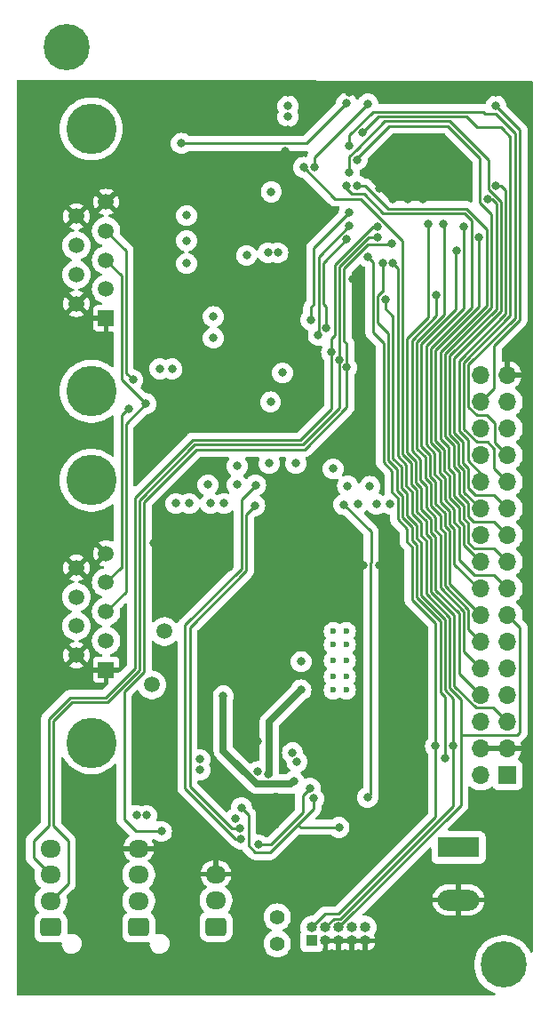
<source format=gbr>
%TF.GenerationSoftware,KiCad,Pcbnew,7.0.10-7.0.10~ubuntu23.10.1*%
%TF.CreationDate,2024-02-11T17:41:27+01:00*%
%TF.ProjectId,mainBoard,6d61696e-426f-4617-9264-2e6b69636164,rev?*%
%TF.SameCoordinates,Original*%
%TF.FileFunction,Copper,L4,Bot*%
%TF.FilePolarity,Positive*%
%FSLAX46Y46*%
G04 Gerber Fmt 4.6, Leading zero omitted, Abs format (unit mm)*
G04 Created by KiCad (PCBNEW 7.0.10-7.0.10~ubuntu23.10.1) date 2024-02-11 17:41:27*
%MOMM*%
%LPD*%
G01*
G04 APERTURE LIST*
G04 Aperture macros list*
%AMRoundRect*
0 Rectangle with rounded corners*
0 $1 Rounding radius*
0 $2 $3 $4 $5 $6 $7 $8 $9 X,Y pos of 4 corners*
0 Add a 4 corners polygon primitive as box body*
4,1,4,$2,$3,$4,$5,$6,$7,$8,$9,$2,$3,0*
0 Add four circle primitives for the rounded corners*
1,1,$1+$1,$2,$3*
1,1,$1+$1,$4,$5*
1,1,$1+$1,$6,$7*
1,1,$1+$1,$8,$9*
0 Add four rect primitives between the rounded corners*
20,1,$1+$1,$2,$3,$4,$5,0*
20,1,$1+$1,$4,$5,$6,$7,0*
20,1,$1+$1,$6,$7,$8,$9,0*
20,1,$1+$1,$8,$9,$2,$3,0*%
G04 Aperture macros list end*
%TA.AperFunction,ComponentPad*%
%ADD10R,1.700000X1.700000*%
%TD*%
%TA.AperFunction,ComponentPad*%
%ADD11O,1.700000X1.700000*%
%TD*%
%TA.AperFunction,ComponentPad*%
%ADD12RoundRect,0.250000X0.725000X-0.600000X0.725000X0.600000X-0.725000X0.600000X-0.725000X-0.600000X0*%
%TD*%
%TA.AperFunction,ComponentPad*%
%ADD13O,1.950000X1.700000*%
%TD*%
%TA.AperFunction,ComponentPad*%
%ADD14C,1.400000*%
%TD*%
%TA.AperFunction,ComponentPad*%
%ADD15R,1.500000X1.500000*%
%TD*%
%TA.AperFunction,ComponentPad*%
%ADD16C,1.500000*%
%TD*%
%TA.AperFunction,ComponentPad*%
%ADD17C,4.800000*%
%TD*%
%TA.AperFunction,ComponentPad*%
%ADD18C,1.515000*%
%TD*%
%TA.AperFunction,ComponentPad*%
%ADD19C,4.400000*%
%TD*%
%TA.AperFunction,ComponentPad*%
%ADD20R,3.960000X1.980000*%
%TD*%
%TA.AperFunction,ComponentPad*%
%ADD21O,3.960000X1.980000*%
%TD*%
%TA.AperFunction,ComponentPad*%
%ADD22R,1.000000X1.000000*%
%TD*%
%TA.AperFunction,ComponentPad*%
%ADD23O,1.000000X1.000000*%
%TD*%
%TA.AperFunction,ViaPad*%
%ADD24C,0.800000*%
%TD*%
%TA.AperFunction,ViaPad*%
%ADD25C,0.600000*%
%TD*%
%TA.AperFunction,Conductor*%
%ADD26C,0.250000*%
%TD*%
%TA.AperFunction,Conductor*%
%ADD27C,0.650000*%
%TD*%
G04 APERTURE END LIST*
D10*
%TO.P,J8,1,Pin_1*%
%TO.N,/ESP32 Module/3V3*%
X166983200Y-119863347D03*
D11*
%TO.P,J8,2,Pin_2*%
X164443200Y-119863347D03*
%TO.P,J8,3,Pin_3*%
%TO.N,GND*%
X166983200Y-117323347D03*
%TO.P,J8,4,Pin_4*%
X164443200Y-117323347D03*
%TO.P,J8,5,Pin_5*%
%TO.N,/Connectors/EN*%
X166983200Y-114783347D03*
%TO.P,J8,6,Pin_6*%
%TO.N,/Connectors/IO0*%
X164443200Y-114783347D03*
%TO.P,J8,7,Pin_7*%
%TO.N,/Connectors/MTDI*%
X166983200Y-112243347D03*
%TO.P,J8,8,Pin_8*%
%TO.N,/Connectors/UART0_TX*%
X164443200Y-112243347D03*
%TO.P,J8,9,Pin_9*%
%TO.N,/Connectors/MTCK*%
X166983200Y-109703347D03*
%TO.P,J8,10,Pin_10*%
%TO.N,/Connectors/IO2*%
X164443200Y-109703347D03*
%TO.P,J8,11,Pin_11*%
%TO.N,/Connectors/MTMS*%
X166983200Y-107163347D03*
%TO.P,J8,12,Pin_12*%
%TO.N,/Connectors/UART0_RX*%
X164443200Y-107163347D03*
%TO.P,J8,13,Pin_13*%
%TO.N,/Connectors/MTDO*%
X166983200Y-104623347D03*
%TO.P,J8,14,Pin_14*%
%TO.N,/Connectors/IO4*%
X164443200Y-104623347D03*
%TO.P,J8,15,Pin_15*%
%TO.N,/Connectors/IO32*%
X166983200Y-102083347D03*
%TO.P,J8,16,Pin_16*%
%TO.N,/Connectors/IO5*%
X164443200Y-102083347D03*
%TO.P,J8,17,Pin_17*%
%TO.N,/Connectors/IO33*%
X166983200Y-99543347D03*
%TO.P,J8,18,Pin_18*%
%TO.N,/Connectors/IO16*%
X164443200Y-99543347D03*
%TO.P,J8,19,Pin_19*%
%TO.N,/Connectors/IO34*%
X166983200Y-97003347D03*
%TO.P,J8,20,Pin_20*%
%TO.N,/Connectors/LED_STRIP*%
X164443200Y-97003347D03*
%TO.P,J8,21,Pin_21*%
%TO.N,/Connectors/IO35*%
X166983200Y-94463347D03*
%TO.P,J8,22,Pin_22*%
%TO.N,/Connectors/SCLK*%
X164443200Y-94463347D03*
%TO.P,J8,23,Pin_23*%
%TO.N,/Connectors/IO36*%
X166983200Y-91923347D03*
%TO.P,J8,24,Pin_24*%
%TO.N,/Connectors/MISO*%
X164443200Y-91923347D03*
%TO.P,J8,25,Pin_25*%
%TO.N,/Connectors/IO39*%
X166983200Y-89383347D03*
%TO.P,J8,26,Pin_26*%
%TO.N,/Connectors/SDA*%
X164443200Y-89383347D03*
%TO.P,J8,27,Pin_27*%
%TO.N,/Connectors/CAN_RX*%
X166983200Y-86843347D03*
%TO.P,J8,28,Pin_28*%
%TO.N,/Connectors/SCL*%
X164443200Y-86843347D03*
%TO.P,J8,29,Pin_29*%
%TO.N,/Connectors/CAN_TX*%
X166983200Y-84303347D03*
%TO.P,J8,30,Pin_30*%
%TO.N,/Connectors/MOSI*%
X164443200Y-84303347D03*
%TO.P,J8,31,Pin_31*%
%TO.N,GND*%
X166983200Y-81763347D03*
%TO.P,J8,32,Pin_32*%
%TO.N,/Connectors/CAN_STBY*%
X164443200Y-81763347D03*
%TD*%
D12*
%TO.P,J4,1,Pin_1*%
%TO.N,/Connectors/5.2V*%
X139199200Y-134291347D03*
D13*
%TO.P,J4,2,Pin_2*%
%TO.N,Net-(J1-Pin_2)*%
X139199200Y-131791347D03*
%TO.P,J4,3,Pin_3*%
%TO.N,GND*%
X139199200Y-129291347D03*
%TD*%
D14*
%TO.P,JP1,1,A*%
%TO.N,/ESP32 Module/3V3*%
X145034000Y-133370000D03*
%TO.P,JP1,2,B*%
%TO.N,Net-(J3-Pin_1)*%
X145034000Y-135910000D03*
%TD*%
D15*
%TO.P,J2,1,1*%
%TO.N,GND*%
X128732200Y-109819347D03*
D16*
%TO.P,J2,2,2*%
%TO.N,Net-(F5-Pad2)*%
X128732200Y-107047347D03*
%TO.P,J2,3,3*%
%TO.N,Net-(IC1-CANH)*%
X128732200Y-104274347D03*
%TO.P,J2,4,4*%
%TO.N,Net-(IC1-CANL)*%
X128732200Y-101502347D03*
%TO.P,J2,5,5*%
%TO.N,GND*%
X128732200Y-98729347D03*
%TO.P,J2,6,6*%
X125892200Y-108433347D03*
%TO.P,J2,7,7*%
%TO.N,Net-(F5-Pad2)*%
X125892200Y-105660347D03*
%TO.P,J2,8,8*%
%TO.N,Net-(F6-Pad2)*%
X125892200Y-102888347D03*
%TO.P,J2,9,9*%
%TO.N,GND*%
X125892200Y-100115347D03*
D17*
%TO.P,J2,MH1,MH1*%
%TO.N,unconnected-(J4-PadMH1)*%
X127312200Y-116769347D03*
%TO.P,J2,MH2,MH2*%
%TO.N,unconnected-(J4-PadMH2)*%
X127312200Y-91779347D03*
%TD*%
D12*
%TO.P,J5,1,Pin_1*%
%TO.N,/ESP32 Module/3V3*%
X131833200Y-134341347D03*
D13*
%TO.P,J5,2,Pin_2*%
%TO.N,/Connectors/SDA*%
X131833200Y-131841347D03*
%TO.P,J5,3,Pin_3*%
%TO.N,/Connectors/SCL*%
X131833200Y-129341347D03*
%TO.P,J5,4,Pin_4*%
%TO.N,GND*%
X131833200Y-126841347D03*
%TD*%
D15*
%TO.P,J1,1,1*%
%TO.N,GND*%
X128732200Y-76337347D03*
D16*
%TO.P,J1,2,2*%
%TO.N,Net-(F5-Pad2)*%
X128732200Y-73565347D03*
%TO.P,J1,3,3*%
%TO.N,Net-(IC1-CANH)*%
X128732200Y-70792347D03*
%TO.P,J1,4,4*%
%TO.N,Net-(IC1-CANL)*%
X128732200Y-68020347D03*
%TO.P,J1,5,5*%
%TO.N,GND*%
X128732200Y-65247347D03*
%TO.P,J1,6,6*%
X125892200Y-74951347D03*
%TO.P,J1,7,7*%
%TO.N,Net-(F5-Pad2)*%
X125892200Y-72178347D03*
%TO.P,J1,8,8*%
%TO.N,Net-(F6-Pad2)*%
X125892200Y-69406347D03*
%TO.P,J1,9,9*%
%TO.N,GND*%
X125892200Y-66633347D03*
D17*
%TO.P,J1,MH1,MH1*%
%TO.N,unconnected-(J2-PadMH1)*%
X127312200Y-83287347D03*
%TO.P,J1,MH2,MH2*%
%TO.N,unconnected-(J2-PadMH2)*%
X127312200Y-58297347D03*
%TD*%
D18*
%TO.P,F2,1*%
%TO.N,/Connectors/24V*%
X133096000Y-111252000D03*
%TO.P,F2,2*%
%TO.N,Net-(F5-Pad2)*%
X134296000Y-106172000D03*
%TD*%
D19*
%TO.P,REF\u002A\u002A,1*%
%TO.N,N/C*%
X166624000Y-137922000D03*
%TD*%
D13*
%TO.P,J3,4,Pin_4*%
%TO.N,GND*%
X123451200Y-126841347D03*
%TO.P,J3,3,Pin_3*%
%TO.N,/Connectors/SCL*%
X123451200Y-129341347D03*
%TO.P,J3,2,Pin_2*%
%TO.N,/Connectors/SDA*%
X123451200Y-131841347D03*
D12*
%TO.P,J3,1,Pin_1*%
%TO.N,/ESP32 Module/3V3*%
X123451200Y-134341347D03*
%TD*%
D20*
%TO.P,J7,1,Pin_1*%
%TO.N,/Connectors/24V*%
X162306000Y-126746000D03*
D21*
%TO.P,J7,2,Pin_2*%
%TO.N,GND*%
X162306000Y-131746000D03*
%TD*%
D19*
%TO.P,REF\u002A\u002A,1*%
%TO.N,N/C*%
X124968000Y-50546000D03*
%TD*%
D22*
%TO.P,J6,1,Pin_1*%
%TO.N,Net-(J3-Pin_1)*%
X148336000Y-135636000D03*
D23*
%TO.P,J6,2,Pin_2*%
%TO.N,/Connectors/MTMS*%
X148336000Y-134366000D03*
%TO.P,J6,3,Pin_3*%
%TO.N,GND*%
X149606000Y-135636000D03*
%TO.P,J6,4,Pin_4*%
%TO.N,/Connectors/MTCK*%
X149606000Y-134366000D03*
%TO.P,J6,5,Pin_5*%
%TO.N,GND*%
X150876000Y-135636000D03*
%TO.P,J6,6,Pin_6*%
%TO.N,/Connectors/MTDO*%
X150876000Y-134366000D03*
%TO.P,J6,7,Pin_7*%
%TO.N,GND*%
X152146000Y-135636000D03*
%TO.P,J6,8,Pin_8*%
%TO.N,/Connectors/MTDI*%
X152146000Y-134366000D03*
%TO.P,J6,9,Pin_9*%
%TO.N,GND*%
X153416000Y-135636000D03*
%TO.P,J6,10,Pin_10*%
%TO.N,unconnected-(J3-Pin_10-Pad10)*%
X153416000Y-134366000D03*
%TD*%
D24*
%TO.N,GND*%
X152285997Y-99872800D03*
X140462000Y-100076000D03*
D25*
X144983200Y-124714000D03*
D24*
X157226000Y-134112000D03*
X155767997Y-99872800D03*
X154749875Y-62558016D03*
X122682000Y-113030000D03*
X165869200Y-54839347D03*
X150723600Y-115214400D03*
X132588000Y-89916000D03*
X168148000Y-134112000D03*
X139961200Y-72619347D03*
X135261997Y-100076000D03*
D25*
X145491200Y-122834400D03*
D24*
X158902400Y-109154003D03*
X152224729Y-72565271D03*
X153236000Y-99872800D03*
X122174000Y-56642000D03*
X142113000Y-139446000D03*
X133299200Y-97790000D03*
X156876750Y-139446000D03*
X143205200Y-116636800D03*
X137160000Y-100076000D03*
X146057200Y-58395347D03*
X147034250Y-139446000D03*
X154889200Y-135585200D03*
X160027200Y-62607446D03*
D25*
X144424400Y-123799600D03*
D24*
X122174000Y-61722000D03*
X131826000Y-118364000D03*
X163322000Y-55372000D03*
X158877152Y-64984987D03*
D25*
X144932400Y-121818400D03*
D24*
X152623606Y-115214400D03*
X140503149Y-84686781D03*
X156040953Y-64984987D03*
X151899200Y-54839347D03*
X122428000Y-139446000D03*
X154749875Y-61139916D03*
X158902400Y-111287603D03*
X164592000Y-122682000D03*
X151955500Y-139446000D03*
X156972000Y-55372000D03*
X127349250Y-139446000D03*
X161798000Y-139446000D03*
X156718000Y-99872800D03*
X148590000Y-81280000D03*
X138684000Y-109728000D03*
X142392400Y-112420400D03*
X147726400Y-132994400D03*
X160027200Y-61189347D03*
X154749875Y-63976115D03*
X138480800Y-100126800D03*
X138684000Y-108458000D03*
X133865200Y-87097347D03*
X151892000Y-87884000D03*
X158799399Y-59707721D03*
X138684000Y-107188000D03*
X137929200Y-63983347D03*
X145803200Y-60427347D03*
X127508000Y-122682000D03*
X160274000Y-55372000D03*
X158902400Y-106237997D03*
X160027200Y-64025546D03*
X142113000Y-73660000D03*
X151673603Y-115214400D03*
X121666000Y-122174000D03*
X158902400Y-112237606D03*
X139446000Y-105918000D03*
X158902400Y-107188000D03*
X147624800Y-116179600D03*
X140462000Y-105918000D03*
X146685000Y-86106000D03*
X157381299Y-59707721D03*
X134119200Y-57125347D03*
D25*
X145491200Y-123799600D03*
D24*
X154787600Y-99872800D03*
X127508000Y-121666000D03*
D25*
X144424400Y-122834400D03*
D24*
X130817200Y-62205347D03*
X131826000Y-119380000D03*
X158902400Y-110337600D03*
X137191750Y-139446000D03*
X155963200Y-59707721D03*
X158902400Y-108204000D03*
X139547600Y-100076000D03*
X146057200Y-54839347D03*
X157459052Y-64984987D03*
X151335994Y-99872800D03*
X142392400Y-114335603D03*
X132270500Y-139446000D03*
X153416000Y-83058000D03*
X136209997Y-100076000D03*
X142392400Y-113385600D03*
X135382000Y-122174000D03*
X146057200Y-67793347D03*
X139199200Y-57125347D03*
X158902400Y-113187609D03*
%TO.N,/Connectors/SDA*%
X154618377Y-68596823D03*
X150952200Y-80289400D03*
%TO.N,/Connectors/SCL*%
X150220000Y-79552800D03*
X154598200Y-67597059D03*
%TO.N,/Connectors/EN*%
X147549200Y-61951347D03*
%TO.N,/Connectors/IO36*%
X153173853Y-58654000D03*
%TO.N,/Connectors/IO39*%
X151899200Y-59919347D03*
%TO.N,/Connectors/IO34*%
X152652006Y-61217153D03*
%TO.N,/Connectors/IO35*%
X151899200Y-62459347D03*
%TO.N,/Connectors/IO32*%
X151645200Y-63729347D03*
%TO.N,/Connectors/IO33*%
X152645203Y-63729347D03*
%TO.N,/Connectors/CAN_STBY*%
X151899200Y-66269347D03*
X148246000Y-76503347D03*
%TO.N,/Connectors/CAN_RX*%
X148958625Y-77953347D03*
X151899200Y-67539347D03*
%TO.N,/Connectors/CAN_TX*%
X151649853Y-68814000D03*
X149696000Y-77228347D03*
%TO.N,/Connectors/MTMS*%
X160118200Y-117094000D03*
X153670000Y-70459600D03*
%TO.N,/Connectors/MTDI*%
X155067000Y-71120000D03*
X161003100Y-118269900D03*
%TO.N,/Connectors/MTCK*%
X161802653Y-117089347D03*
X155343200Y-74549000D03*
%TO.N,/Connectors/MTDO*%
X156068200Y-71120000D03*
%TO.N,/Connectors/IO2*%
X160184000Y-74143347D03*
%TO.N,/Connectors/IO0*%
X151645200Y-55855347D03*
X135897200Y-59665347D03*
%TO.N,/Connectors/IO4*%
X162105200Y-69920347D03*
%TO.N,/Connectors/IO16*%
X148597200Y-61951347D03*
X164280200Y-68655151D03*
X153677200Y-55929347D03*
%TO.N,/Connectors/LED_STRIP*%
X151677200Y-81026000D03*
X155956000Y-69220000D03*
X134010400Y-125222000D03*
%TO.N,/Connectors/IO5*%
X162830200Y-67606074D03*
%TO.N,/Connectors/SCLK*%
X165097959Y-65008673D03*
%TO.N,/Connectors/MISO*%
X165869200Y-63729347D03*
D25*
%TO.N,/Connectors/24V*%
X151638000Y-106172000D03*
X150368000Y-108966000D03*
X151638000Y-107442000D03*
X151638000Y-111760000D03*
D24*
X141057182Y-123997055D03*
D25*
X150368000Y-107442000D03*
X150368000Y-106172000D03*
X151638000Y-108966000D03*
D24*
X146911538Y-118578456D03*
D25*
X151638000Y-110490000D03*
D24*
X146497953Y-117723207D03*
D25*
X150368000Y-111760000D03*
X150368000Y-110490000D03*
D24*
%TO.N,/Connectors/MOSI*%
X165869200Y-56109347D03*
%TO.N,/Connectors/5.2V*%
X144145000Y-70104000D03*
X141224000Y-92202000D03*
X142976600Y-92227400D03*
X150368000Y-90678000D03*
X145095003Y-70104000D03*
X139954000Y-93980000D03*
X136652000Y-93980000D03*
X144399000Y-84303347D03*
X138684000Y-93980000D03*
X138945200Y-78207347D03*
X153873200Y-92354400D03*
X155793200Y-94030800D03*
X154482800Y-94030800D03*
X135382000Y-93980000D03*
X153656449Y-121969731D03*
X138945200Y-76175347D03*
X152704800Y-94030800D03*
X146812000Y-90170000D03*
X151739600Y-92303600D03*
X137668000Y-118364000D03*
X141591118Y-125933719D03*
X138430000Y-92202000D03*
X141224000Y-90424000D03*
X145542000Y-81534000D03*
X151384000Y-94081600D03*
X144272000Y-90170000D03*
X137668000Y-119380000D03*
%TO.N,/Power Suply/VDDA*%
X150919167Y-124834794D03*
X148500000Y-122080000D03*
X141630400Y-122949800D03*
%TO.N,Net-(U6B-VCC)*%
X143256000Y-126492000D03*
X148157840Y-121084361D03*
%TO.N,Net-(IC1-CANL)*%
X131275079Y-82211921D03*
X130853200Y-84963000D03*
%TO.N,Net-(IC1-CANH)*%
X132518253Y-84480400D03*
%TO.N,/Power Suply/ISNS+*%
X141515381Y-124935316D03*
X142900400Y-94183200D03*
%TO.N,/Connectors/UART0_TX*%
X159385000Y-67342000D03*
%TO.N,/Connectors/UART0_RX*%
X160868476Y-67341218D03*
%TO.N,Net-(U6B-SW)*%
X143191649Y-119531331D03*
X147320000Y-109042200D03*
%TO.N,Net-(U6A-HO)*%
X147294600Y-111749926D03*
X144219648Y-119785331D03*
%TO.N,Net-(U6A-LO)*%
X139903200Y-112318800D03*
X146608800Y-120432212D03*
%TO.N,/ESP32 Module/3V3*%
X131637997Y-123698000D03*
X136398000Y-66548000D03*
X142113000Y-70358000D03*
X135001000Y-81153000D03*
X136398000Y-68961000D03*
X136398000Y-71120000D03*
X133858000Y-81153000D03*
X146057200Y-57125347D03*
X146057200Y-56109347D03*
X144474127Y-64296419D03*
X132588000Y-123698000D03*
%TD*%
D26*
%TO.N,/Connectors/SDA*%
X131895000Y-109850896D02*
X128842896Y-112903000D01*
X147447000Y-88392000D02*
X137161396Y-88392000D01*
X125095000Y-126111000D02*
X125095000Y-130197547D01*
X150952200Y-80289400D02*
X150945000Y-80282200D01*
X150945000Y-71433396D02*
X153781573Y-68596823D01*
X153781573Y-68596823D02*
X154618377Y-68596823D01*
X131895000Y-93658396D02*
X131895000Y-109850896D01*
X150945000Y-80282200D02*
X150945000Y-71433396D01*
X137161396Y-88392000D02*
X131895000Y-93658396D01*
X150952200Y-80289400D02*
X150952200Y-84886800D01*
X150952200Y-84886800D02*
X147447000Y-88392000D01*
X128842896Y-112903000D02*
X125477396Y-112903000D01*
X125095000Y-130197547D02*
X123451200Y-131841347D01*
X125477396Y-112903000D02*
X123698000Y-114682396D01*
X123698000Y-124714000D02*
X125095000Y-126111000D01*
X123698000Y-114682396D02*
X123698000Y-124714000D01*
%TO.N,/Connectors/SCL*%
X123248000Y-124656000D02*
X121793000Y-126111000D01*
X125291000Y-112453000D02*
X123248000Y-114496000D01*
X123248000Y-114496000D02*
X123248000Y-124656000D01*
X131445000Y-93472000D02*
X131445000Y-109664500D01*
X121793000Y-127683147D02*
X123451200Y-129341347D01*
X150220000Y-79552800D02*
X150220000Y-78253000D01*
X136975000Y-87942000D02*
X131445000Y-93472000D01*
X154144941Y-67597059D02*
X154598200Y-67597059D01*
X150220000Y-79552800D02*
X150220000Y-84982604D01*
X150220000Y-78253000D02*
X150495000Y-77978000D01*
X150495000Y-77978000D02*
X150495000Y-71247000D01*
X131445000Y-109664500D02*
X128656500Y-112453000D01*
X150495000Y-71247000D02*
X154144941Y-67597059D01*
X147260604Y-87942000D02*
X136975000Y-87942000D01*
X150220000Y-84982604D02*
X147260604Y-87942000D01*
X128656500Y-112453000D02*
X125291000Y-112453000D01*
X121793000Y-126111000D02*
X121793000Y-127683147D01*
%TO.N,/Connectors/EN*%
X159668200Y-97349911D02*
X159218200Y-96899911D01*
X158318200Y-92675952D02*
X157795000Y-92152752D01*
X163956499Y-113418347D02*
X161918200Y-111380048D01*
X156968200Y-89303196D02*
X156968200Y-68941754D01*
X159218200Y-95657355D02*
X158318200Y-94757355D01*
X156968200Y-68941754D02*
X152967793Y-64941347D01*
X157795000Y-90129996D02*
X156968200Y-89303196D01*
X158318200Y-94757355D02*
X158318200Y-92675952D01*
X152967793Y-64941347D02*
X150539200Y-64941347D01*
X161918200Y-104643931D02*
X159668200Y-102393931D01*
X157795000Y-92152752D02*
X157795000Y-90129996D01*
X166983200Y-114783347D02*
X165618200Y-113418347D01*
X159218200Y-96899911D02*
X159218200Y-95657355D01*
X159668200Y-102393931D02*
X159668200Y-97349911D01*
X147549200Y-62246651D02*
X147549200Y-61951347D01*
X165618200Y-113418347D02*
X163956499Y-113418347D01*
X150539200Y-64941347D02*
X147549200Y-61951347D01*
X161918200Y-111380048D02*
X161918200Y-104643931D01*
%TO.N,/Connectors/IO36*%
X166349505Y-58104347D02*
X166631200Y-58386042D01*
X163044895Y-57104347D02*
X164044895Y-58104347D01*
X165713200Y-88749743D02*
X165713200Y-90653347D01*
X166631200Y-58395347D02*
X167255200Y-59019347D01*
X164044895Y-58104347D02*
X166349505Y-58104347D01*
X165101457Y-88138000D02*
X165713200Y-88749743D01*
X162818200Y-86880048D02*
X164076152Y-88138000D01*
X167255200Y-76107743D02*
X162818200Y-80544743D01*
X164076152Y-88138000D02*
X165101457Y-88138000D01*
X153173853Y-58654000D02*
X154723506Y-57104347D01*
X165713200Y-90653347D02*
X166983200Y-91923347D01*
X162818200Y-80544743D02*
X162818200Y-86880048D01*
X167255200Y-59019347D02*
X167255200Y-76107743D01*
X154723506Y-57104347D02*
X163044895Y-57104347D01*
X166631200Y-58386042D02*
X166631200Y-58395347D01*
%TO.N,/Connectors/IO39*%
X164645505Y-56654347D02*
X164825505Y-56834347D01*
X164825505Y-56834347D02*
X165832200Y-56834347D01*
X164051499Y-85573347D02*
X165024901Y-85573347D01*
X151899200Y-59919347D02*
X151899200Y-58903347D01*
X163268200Y-80731139D02*
X163268200Y-84790048D01*
X167705200Y-58707347D02*
X167705200Y-76294139D01*
X165024901Y-85573347D02*
X165808200Y-86356646D01*
X165808200Y-88208347D02*
X166983200Y-89383347D01*
X165808200Y-86356646D02*
X165808200Y-88208347D01*
X165832200Y-56834347D02*
X167705200Y-58707347D01*
X154148200Y-56654347D02*
X164645505Y-56654347D01*
X151899200Y-58903347D02*
X154148200Y-56654347D01*
X151899200Y-59919347D02*
X151899200Y-60164042D01*
X163268200Y-84790048D02*
X164051499Y-85573347D01*
X167705200Y-76294139D02*
X163268200Y-80731139D01*
%TO.N,/Connectors/IO34*%
X165713200Y-95733347D02*
X166983200Y-97003347D01*
X164345200Y-61063743D02*
X164345200Y-65281219D01*
X161018200Y-79731555D02*
X161018200Y-87625632D01*
X164345200Y-65281219D02*
X165455200Y-66391219D01*
X152652006Y-61217153D02*
X152652006Y-61072937D01*
X155720596Y-58004347D02*
X161285804Y-58004347D01*
X162368200Y-90998388D02*
X162368200Y-93079791D01*
X161285804Y-58004347D02*
X164345200Y-61063743D01*
X165455200Y-66391219D02*
X165455200Y-75294555D01*
X161845000Y-90475188D02*
X162368200Y-90998388D01*
X163779200Y-95733347D02*
X165713200Y-95733347D01*
X161845000Y-88452432D02*
X161845000Y-90475188D01*
X163268200Y-95222347D02*
X163779200Y-95733347D01*
X161018200Y-87625632D02*
X161845000Y-88452432D01*
X162368200Y-93079791D02*
X163268200Y-93979791D01*
X165455200Y-75294555D02*
X161018200Y-79731555D01*
X152652006Y-61072937D02*
X155720596Y-58004347D01*
X163268200Y-93979791D02*
X163268200Y-95222347D01*
%TO.N,/Connectors/IO35*%
X166355200Y-75667347D02*
X166355200Y-65231347D01*
X152633506Y-60219652D02*
X152624200Y-60219652D01*
X152624200Y-60219652D02*
X151899200Y-60944652D01*
X165713200Y-93193347D02*
X163944350Y-93193347D01*
X163268200Y-92517197D02*
X163268200Y-90625596D01*
X166983200Y-94463347D02*
X165713200Y-93193347D01*
X161918200Y-87252840D02*
X161918200Y-80104347D01*
X162745000Y-90102396D02*
X162745000Y-88079640D01*
X161918200Y-80104347D02*
X166355200Y-75667347D01*
X155298811Y-57554347D02*
X152633506Y-60219652D01*
X165144200Y-61226347D02*
X161472200Y-57554347D01*
X161472200Y-57554347D02*
X155298811Y-57554347D01*
X165144200Y-64029652D02*
X165144200Y-61226347D01*
X163268200Y-90625596D02*
X162745000Y-90102396D01*
X165605895Y-64491347D02*
X165144200Y-64029652D01*
X166355200Y-65231347D02*
X165615200Y-64491347D01*
X151899200Y-60944652D02*
X151899200Y-62459347D01*
X163944350Y-93193347D02*
X163268200Y-92517197D01*
X162745000Y-88079640D02*
X161918200Y-87252840D01*
X165615200Y-64491347D02*
X165605895Y-64491347D01*
%TO.N,/Connectors/IO32*%
X163555200Y-67036596D02*
X163555200Y-75285367D01*
X162368200Y-99392147D02*
X163789400Y-100813347D01*
X159668200Y-79172367D02*
X159668200Y-88184820D01*
X163789400Y-100813347D02*
X165713200Y-100813347D01*
X161018200Y-91557576D02*
X161018200Y-93638979D01*
X163555200Y-75285367D02*
X159668200Y-79172367D01*
X151645200Y-63983347D02*
X152153200Y-64491347D01*
X160495000Y-91034376D02*
X161018200Y-91557576D01*
X155143200Y-66344800D02*
X162863404Y-66344800D01*
X153289747Y-64491347D02*
X155143200Y-66344800D01*
X152153200Y-64491347D02*
X153289747Y-64491347D01*
X161918200Y-94538979D02*
X161918200Y-95781535D01*
X165713200Y-100813347D02*
X166983200Y-102083347D01*
X159668200Y-88184820D02*
X160495000Y-89011620D01*
X162368200Y-96231535D02*
X162368200Y-99392147D01*
X160495000Y-89011620D02*
X160495000Y-91034376D01*
X151645200Y-63729347D02*
X151645200Y-63983347D01*
X161018200Y-93638979D02*
X161918200Y-94538979D01*
X161918200Y-95781535D02*
X162368200Y-96231535D01*
X162863404Y-66344800D02*
X163555200Y-67036596D01*
%TO.N,/Connectors/IO33*%
X162818200Y-94166187D02*
X161918200Y-93266187D01*
X163268200Y-95858743D02*
X162818200Y-95408743D01*
X166983200Y-99543347D02*
X165713200Y-98273347D01*
X165005200Y-67850200D02*
X163042600Y-65887600D01*
X161395000Y-88638828D02*
X160568200Y-87812028D01*
X153423200Y-63729347D02*
X152645203Y-63729347D01*
X160568200Y-79545159D02*
X165005200Y-75108159D01*
X155581453Y-65887600D02*
X153423200Y-63729347D01*
X163268200Y-97731951D02*
X163268200Y-95858743D01*
X161395000Y-90661584D02*
X161395000Y-88638828D01*
X165005200Y-75108159D02*
X165005200Y-67850200D01*
X161918200Y-93266187D02*
X161918200Y-91184784D01*
X161918200Y-91184784D02*
X161395000Y-90661584D01*
X163042600Y-65887600D02*
X155581453Y-65887600D01*
X160568200Y-87812028D02*
X160568200Y-79545159D01*
X165713200Y-98273347D02*
X163809596Y-98273347D01*
X162818200Y-95408743D02*
X162818200Y-94166187D01*
X163809596Y-98273347D02*
X163268200Y-97731951D01*
%TO.N,/Connectors/CAN_STBY*%
X148521000Y-74999000D02*
X148521000Y-69647547D01*
X148246000Y-76503347D02*
X148246000Y-75274000D01*
X148521000Y-69647547D02*
X151899200Y-66269347D01*
X148246000Y-75274000D02*
X148521000Y-74999000D01*
%TO.N,/Connectors/CAN_RX*%
X148958625Y-77953347D02*
X148971000Y-77940972D01*
X148971000Y-77940972D02*
X148971000Y-70467547D01*
X148971000Y-70467547D02*
X151899200Y-67539347D01*
%TO.N,/Connectors/CAN_TX*%
X149696000Y-77228347D02*
X149696000Y-75235400D01*
X149421000Y-74960400D02*
X149421000Y-71042853D01*
X149696000Y-75235400D02*
X149421000Y-74960400D01*
X149421000Y-71042853D02*
X151649853Y-68814000D01*
%TO.N,/Connectors/MTMS*%
X157868200Y-103139515D02*
X160118200Y-105389515D01*
X160118200Y-105389515D02*
X160118200Y-117094000D01*
X155168200Y-90048780D02*
X155995000Y-90875580D01*
X156518200Y-93421536D02*
X156518200Y-95502939D01*
X160118200Y-117094000D02*
X160118200Y-123851008D01*
X154168200Y-77714200D02*
X155168200Y-78714200D01*
X157418200Y-97645495D02*
X157868200Y-98095495D01*
X154172571Y-70962171D02*
X154172571Y-74057928D01*
X157418200Y-96402939D02*
X157418200Y-97645495D01*
X150878208Y-133091000D02*
X149611000Y-133091000D01*
X154172571Y-74057928D02*
X154168200Y-74062299D01*
X155995000Y-90875580D02*
X155995000Y-92898336D01*
X156518200Y-95502939D02*
X157418200Y-96402939D01*
X160118200Y-123851008D02*
X150878208Y-133091000D01*
X153670000Y-70459600D02*
X154172571Y-70962171D01*
X155995000Y-92898336D02*
X156518200Y-93421536D01*
X157868200Y-98095495D02*
X157868200Y-103139515D01*
X155168200Y-78714200D02*
X155168200Y-90048780D01*
X154168200Y-74062299D02*
X154168200Y-77714200D01*
X149611000Y-133091000D02*
X148336000Y-134366000D01*
%TO.N,/Connectors/MTDI*%
X155618200Y-77767200D02*
X154618200Y-76767200D01*
X160568200Y-111939236D02*
X160568200Y-105203119D01*
X158318200Y-102953119D02*
X158318200Y-97909099D01*
X160568200Y-105203119D02*
X158318200Y-102953119D01*
X156968200Y-93235140D02*
X156445000Y-92711940D01*
X161003100Y-118269900D02*
X161003100Y-112374136D01*
X156968200Y-95316543D02*
X156968200Y-93235140D01*
X156445000Y-92711940D02*
X156445000Y-90689184D01*
X154618200Y-76767200D02*
X154618200Y-74248695D01*
X157868200Y-96216543D02*
X156968200Y-95316543D01*
X157868200Y-97459099D02*
X157868200Y-96216543D01*
X156445000Y-90689184D02*
X155618200Y-89862384D01*
X154618200Y-74248695D02*
X155042895Y-73824000D01*
X161003100Y-112374136D02*
X160568200Y-111939236D01*
X155618200Y-89862384D02*
X155618200Y-77767200D01*
X155042895Y-73824000D02*
X155067000Y-73824000D01*
X158318200Y-97909099D02*
X157868200Y-97459099D01*
X155067000Y-73824000D02*
X155067000Y-71120000D01*
%TO.N,/Connectors/MTCK*%
X157418200Y-93048744D02*
X156895000Y-92525544D01*
X161798000Y-122807604D02*
X151064604Y-133541000D01*
X161798000Y-117094000D02*
X161798000Y-122807604D01*
X161802653Y-117089347D02*
X161802653Y-112537293D01*
X156068200Y-76185200D02*
X155321000Y-75438000D01*
X161802653Y-117089347D02*
X161798000Y-117094000D01*
X155321000Y-74571200D02*
X155343200Y-74549000D01*
X161018200Y-111752840D02*
X161018200Y-105016723D01*
X157418200Y-95130147D02*
X157418200Y-93048744D01*
X158768200Y-97722703D02*
X158318200Y-97272703D01*
X158318200Y-96030147D02*
X157418200Y-95130147D01*
X151064604Y-133541000D02*
X150431000Y-133541000D01*
X155321000Y-75438000D02*
X155321000Y-74571200D01*
X158318200Y-97272703D02*
X158318200Y-96030147D01*
X150431000Y-133541000D02*
X149606000Y-134366000D01*
X158768200Y-102766723D02*
X158768200Y-97722703D01*
X161018200Y-105016723D02*
X158768200Y-102766723D01*
X156895000Y-90502788D02*
X156068200Y-89675988D01*
X156895000Y-92525544D02*
X156895000Y-90502788D01*
X156068200Y-89675988D02*
X156068200Y-76185200D01*
X161802653Y-112537293D02*
X161018200Y-111752840D01*
%TO.N,/Connectors/MTDO*%
X166983200Y-104623347D02*
X168158200Y-105798347D01*
X156068200Y-71120000D02*
X156518200Y-71570000D01*
X157345000Y-90316392D02*
X157345000Y-92339148D01*
X158768200Y-97086307D02*
X159218200Y-97536307D01*
X167876548Y-116078000D02*
X162527653Y-116078000D01*
X156518200Y-71570000D02*
X156518200Y-89489592D01*
X159218200Y-102580327D02*
X161468200Y-104830327D01*
X157868200Y-92862348D02*
X157868200Y-94943751D01*
X156518200Y-89489592D02*
X157345000Y-90316392D01*
X168158200Y-105798347D02*
X168158200Y-115796348D01*
X157345000Y-92339148D02*
X157868200Y-92862348D01*
X161468200Y-104830327D02*
X161468200Y-111566444D01*
X157868200Y-94943751D02*
X158768200Y-95843751D01*
X162527653Y-112625897D02*
X162527653Y-122714347D01*
X162527653Y-122714347D02*
X150876000Y-134366000D01*
X158768200Y-95843751D02*
X158768200Y-97086307D01*
X168158200Y-115796348D02*
X167876548Y-116078000D01*
X159218200Y-97536307D02*
X159218200Y-102580327D01*
X161468200Y-111566444D02*
X162527653Y-112625897D01*
%TO.N,/Connectors/IO2*%
X162818200Y-104271139D02*
X162818200Y-108078347D01*
X162818200Y-108078347D02*
X164443200Y-109703347D01*
X160118200Y-95284563D02*
X160118200Y-96527119D01*
X159218200Y-92303160D02*
X159218200Y-94384563D01*
X157868200Y-88930404D02*
X158695000Y-89757204D01*
X158695000Y-89757204D02*
X158695000Y-91779960D01*
X158695000Y-91779960D02*
X159218200Y-92303160D01*
X160118200Y-96527119D02*
X160568200Y-96977119D01*
X160568200Y-96977119D02*
X160568200Y-102021139D01*
X160568200Y-102021139D02*
X162818200Y-104271139D01*
X159218200Y-94384563D02*
X160118200Y-95284563D01*
X157868200Y-78426783D02*
X157868200Y-88930404D01*
X160184000Y-76110983D02*
X157868200Y-78426783D01*
X160184000Y-74143347D02*
X160184000Y-76110983D01*
%TO.N,/Connectors/IO0*%
X151645200Y-55855347D02*
X147835200Y-59665347D01*
X147835200Y-59665347D02*
X135937200Y-59665347D01*
%TO.N,/Connectors/IO4*%
X161468200Y-101648347D02*
X164443200Y-104623347D01*
X162052000Y-69973547D02*
X162052000Y-75515775D01*
X160118200Y-94011771D02*
X161018200Y-94911771D01*
X158768200Y-78799575D02*
X158768200Y-88557612D01*
X158768200Y-88557612D02*
X159595000Y-89384412D01*
X159595000Y-89384412D02*
X159595000Y-91407168D01*
X160118200Y-91930368D02*
X160118200Y-94011771D01*
X161018200Y-96154327D02*
X161468200Y-96604327D01*
X161468200Y-96604327D02*
X161468200Y-101648347D01*
X159595000Y-91407168D02*
X160118200Y-91930368D01*
X162052000Y-75515775D02*
X158768200Y-78799575D01*
X161018200Y-94911771D02*
X161018200Y-96154327D01*
X162105200Y-69920347D02*
X162052000Y-69973547D01*
%TO.N,/Connectors/IO16*%
X164280200Y-68655151D02*
X164280200Y-75196763D01*
X160118200Y-87998424D02*
X160945000Y-88825224D01*
X160118200Y-79358763D02*
X160118200Y-87998424D01*
X160945000Y-90847980D02*
X161468200Y-91371180D01*
X162818200Y-96045139D02*
X162818200Y-97918347D01*
X153677200Y-55929347D02*
X152651895Y-56954652D01*
X152651895Y-56954652D02*
X152624200Y-56954652D01*
X164280200Y-75196763D02*
X160118200Y-79358763D01*
X162368200Y-95595139D02*
X162818200Y-96045139D01*
X162368200Y-94352583D02*
X162368200Y-95595139D01*
X161468200Y-91371180D02*
X161468200Y-93452583D01*
X152624200Y-56954652D02*
X148597200Y-60981652D01*
X161468200Y-93452583D02*
X162368200Y-94352583D01*
X162818200Y-97918347D02*
X164443200Y-99543347D01*
X148597200Y-60981652D02*
X148597200Y-61951347D01*
X160945000Y-88825224D02*
X160945000Y-90847980D01*
%TO.N,/Connectors/LED_STRIP*%
X151677200Y-84798196D02*
X147633396Y-88842000D01*
X131572000Y-125222000D02*
X134010400Y-125222000D01*
X151395000Y-78486000D02*
X151677200Y-78768200D01*
X155956000Y-69220000D02*
X155854177Y-69321823D01*
X151677200Y-81026000D02*
X151677200Y-84798196D01*
X130454400Y-111927892D02*
X130454400Y-124104400D01*
X151395000Y-71619792D02*
X151395000Y-78486000D01*
X153692969Y-69321823D02*
X151395000Y-71619792D01*
X137347792Y-88842000D02*
X132345000Y-93844792D01*
X155854177Y-69321823D02*
X153692969Y-69321823D01*
X132345000Y-110037292D02*
X130454400Y-111927892D01*
X147633396Y-88842000D02*
X137347792Y-88842000D01*
X130454400Y-124104400D02*
X131572000Y-125222000D01*
X132345000Y-93844792D02*
X132345000Y-110037292D01*
X151677200Y-78768200D02*
X151677200Y-81026000D01*
%TO.N,/Connectors/IO5*%
X160045000Y-89198016D02*
X160045000Y-91220772D01*
X160568200Y-93825375D02*
X161468200Y-94725375D01*
X164216804Y-102083347D02*
X164443200Y-102083347D01*
X161468200Y-95967931D02*
X161918200Y-96417931D01*
X159218200Y-78985971D02*
X159218200Y-88371216D01*
X161468200Y-94725375D02*
X161468200Y-95967931D01*
X161918200Y-96417931D02*
X161918200Y-99784743D01*
X160045000Y-91220772D02*
X160568200Y-91743972D01*
X162830200Y-75373971D02*
X159218200Y-78985971D01*
X160568200Y-91743972D02*
X160568200Y-93825375D01*
X161918200Y-99784743D02*
X164216804Y-102083347D01*
X159218200Y-88371216D02*
X160045000Y-89198016D01*
X162830200Y-67606074D02*
X162830200Y-75373971D01*
%TO.N,/Connectors/SCLK*%
X164388152Y-94463347D02*
X164443200Y-94463347D01*
X161468200Y-87439236D02*
X162295000Y-88266036D01*
X165097959Y-65008673D02*
X165496130Y-65008673D01*
X162295000Y-90288792D02*
X162818200Y-90811992D01*
X165496130Y-65008673D02*
X165905200Y-65417743D01*
X162818200Y-92893395D02*
X164388152Y-94463347D01*
X161468200Y-79917951D02*
X161468200Y-87439236D01*
X162818200Y-90811992D02*
X162818200Y-92893395D01*
X165905200Y-65417743D02*
X165905200Y-75480951D01*
X162295000Y-88266036D02*
X162295000Y-90288792D01*
X165905200Y-75480951D02*
X161468200Y-79917951D01*
%TO.N,/Connectors/MISO*%
X164443200Y-91164200D02*
X163195000Y-89916000D01*
X166377200Y-63729347D02*
X165869200Y-63729347D01*
X164443200Y-91923347D02*
X164443200Y-91164200D01*
X166805200Y-75921347D02*
X166805200Y-64157347D01*
X166805200Y-64157347D02*
X166377200Y-63729347D01*
X163195000Y-87893244D02*
X162368200Y-87066444D01*
X162368200Y-87066444D02*
X162368200Y-80358347D01*
X162368200Y-80358347D02*
X166805200Y-75921347D01*
X163195000Y-89916000D02*
X163195000Y-87893244D01*
%TO.N,/Connectors/MOSI*%
X168155200Y-76480535D02*
X165713200Y-78922535D01*
X165713200Y-78922535D02*
X165713200Y-83033347D01*
X165713200Y-83033347D02*
X164443200Y-84303347D01*
X168155200Y-58395347D02*
X168155200Y-76480535D01*
X165869200Y-56109347D02*
X168155200Y-58395347D01*
%TO.N,/Connectors/5.2V*%
X141591118Y-125933719D02*
X141072119Y-125933719D01*
X153961000Y-121665180D02*
X153656449Y-121969731D01*
X151384000Y-94081600D02*
X153974800Y-96672400D01*
X141072119Y-125933719D02*
X136245600Y-121107200D01*
X153961000Y-99623295D02*
X153961000Y-121665180D01*
X141630400Y-93573600D02*
X142976600Y-92227400D01*
X153974800Y-96672400D02*
X153974800Y-99609495D01*
X136245600Y-105571705D02*
X141630400Y-100186905D01*
X136245600Y-121107200D02*
X136245600Y-105571705D01*
X153974800Y-99609495D02*
X153961000Y-99623295D01*
X141630400Y-100186905D02*
X141630400Y-93573600D01*
%TO.N,/Power Suply/VDDA*%
X148500000Y-123052796D02*
X148500000Y-122080000D01*
X147003198Y-124549598D02*
X147288394Y-124834794D01*
X141630400Y-122949800D02*
X142316118Y-123635518D01*
X144335796Y-127217000D02*
X147003198Y-124549598D01*
X142316118Y-123635518D02*
X142316118Y-126577423D01*
X142316118Y-126577423D02*
X142955695Y-127217000D01*
X142955695Y-127217000D02*
X144335796Y-127217000D01*
X147288394Y-124834794D02*
X150919167Y-124834794D01*
X147003198Y-124549598D02*
X148500000Y-123052796D01*
%TO.N,Net-(U6B-VCC)*%
X147472400Y-123444000D02*
X144424400Y-126492000D01*
X148157840Y-121084361D02*
X147472400Y-121769801D01*
X144424400Y-126492000D02*
X143256000Y-126492000D01*
X147472400Y-121769801D02*
X147472400Y-123444000D01*
%TO.N,Net-(IC1-CANL)*%
X130113200Y-100121347D02*
X128732200Y-101502347D01*
X130853200Y-84963000D02*
X130810000Y-84963000D01*
X130175000Y-85598000D02*
X130175000Y-100121347D01*
X130625000Y-81561842D02*
X130625000Y-69913147D01*
X130625000Y-69913147D02*
X128732200Y-68020347D01*
X130810000Y-84963000D02*
X130175000Y-85598000D01*
X131275079Y-82211921D02*
X130625000Y-81561842D01*
%TO.N,Net-(IC1-CANH)*%
X132518253Y-84480400D02*
X130625000Y-86373653D01*
X130625000Y-86373653D02*
X130625000Y-102381547D01*
X130625000Y-102381547D02*
X128732200Y-104274347D01*
X132518253Y-84480400D02*
X130175000Y-82137147D01*
X130175000Y-82137147D02*
X130175000Y-72235147D01*
X130175000Y-72235147D02*
X128732200Y-70792347D01*
%TO.N,/Power Suply/ISNS+*%
X136695600Y-120920804D02*
X140710112Y-124935316D01*
X136695600Y-105758101D02*
X136695600Y-120920804D01*
X140710112Y-124935316D02*
X141515381Y-124935316D01*
X142080400Y-100373301D02*
X136695600Y-105758101D01*
X142900400Y-94183200D02*
X142080400Y-95003200D01*
X142080400Y-95003200D02*
X142080400Y-100373301D01*
%TO.N,/Connectors/UART0_TX*%
X159668200Y-96713515D02*
X160118200Y-97163515D01*
X162368200Y-110168347D02*
X164443200Y-112243347D01*
X158768200Y-92489556D02*
X158768200Y-94570959D01*
X157418200Y-89116800D02*
X158245000Y-89943600D01*
X158245000Y-89943600D02*
X158245000Y-91966356D01*
X157418200Y-78240387D02*
X157418200Y-89116800D01*
X158245000Y-91966356D02*
X158768200Y-92489556D01*
X159668200Y-95470959D02*
X159668200Y-96713515D01*
X160118200Y-97163515D02*
X160118200Y-102207535D01*
X160118200Y-102207535D02*
X162368200Y-104457535D01*
X159385000Y-67342000D02*
X159385000Y-76273587D01*
X158768200Y-94570959D02*
X159668200Y-95470959D01*
X159385000Y-76273587D02*
X157418200Y-78240387D01*
X162368200Y-104457535D02*
X162368200Y-110168347D01*
%TO.N,/Connectors/UART0_RX*%
X160909000Y-67381742D02*
X160909000Y-76022379D01*
X161018200Y-101834743D02*
X163268200Y-104084743D01*
X159668200Y-94198167D02*
X160568200Y-95098167D01*
X158318200Y-88744008D02*
X159145000Y-89570808D01*
X159668200Y-92116764D02*
X159668200Y-94198167D01*
X159145000Y-91593564D02*
X159668200Y-92116764D01*
X158318200Y-78613179D02*
X158318200Y-88744008D01*
X163268200Y-105988347D02*
X164443200Y-107163347D01*
X160568200Y-95098167D02*
X160568200Y-96340723D01*
X160568200Y-96340723D02*
X161018200Y-96790723D01*
X160868476Y-67341218D02*
X160909000Y-67381742D01*
X160909000Y-76022379D02*
X158318200Y-78613179D01*
X163268200Y-104084743D02*
X163268200Y-105988347D01*
X161018200Y-96790723D02*
X161018200Y-101834743D01*
X159145000Y-89570808D02*
X159145000Y-91593564D01*
D27*
%TO.N,Net-(U6A-HO)*%
X144272000Y-119732979D02*
X144219648Y-119785331D01*
X144272000Y-114772526D02*
X144272000Y-119732979D01*
X147294600Y-111749926D02*
X144272000Y-114772526D01*
%TO.N,Net-(U6A-LO)*%
X143062501Y-120710331D02*
X139903200Y-117551030D01*
X146330681Y-120710331D02*
X143062501Y-120710331D01*
X139903200Y-117551030D02*
X139903200Y-112318800D01*
X146608800Y-120432212D02*
X146330681Y-120710331D01*
%TD*%
%TA.AperFunction,Conductor*%
%TO.N,GND*%
G36*
X166523707Y-117113503D02*
G01*
X166483200Y-117251458D01*
X166483200Y-117395236D01*
X166523707Y-117533191D01*
X166549514Y-117573347D01*
X164876886Y-117573347D01*
X164902693Y-117533191D01*
X164943200Y-117395236D01*
X164943200Y-117251458D01*
X164902693Y-117113503D01*
X164876886Y-117073347D01*
X166549514Y-117073347D01*
X166523707Y-117113503D01*
G37*
%TD.AperFunction*%
%TA.AperFunction,Conductor*%
G36*
X130638834Y-103496238D02*
G01*
X130694767Y-103538110D01*
X130719184Y-103603574D01*
X130719500Y-103612420D01*
X130719500Y-109312626D01*
X130699815Y-109379665D01*
X130683181Y-109400307D01*
X130050460Y-110033028D01*
X129989137Y-110066513D01*
X129962779Y-110069347D01*
X129165886Y-110069347D01*
X129191693Y-110029191D01*
X129232200Y-109891236D01*
X129232200Y-109747458D01*
X129191693Y-109609503D01*
X129165886Y-109569347D01*
X129982200Y-109569347D01*
X129982200Y-109021519D01*
X129982199Y-109021502D01*
X129975798Y-108961974D01*
X129975796Y-108961967D01*
X129925554Y-108827260D01*
X129925550Y-108827253D01*
X129839390Y-108712159D01*
X129839387Y-108712156D01*
X129724293Y-108625996D01*
X129724286Y-108625992D01*
X129589579Y-108575750D01*
X129589572Y-108575748D01*
X129530044Y-108569347D01*
X129211827Y-108569347D01*
X129144788Y-108549662D01*
X129099033Y-108496858D01*
X129089089Y-108427700D01*
X129118114Y-108364144D01*
X129176892Y-108326370D01*
X129179734Y-108325572D01*
X129190636Y-108322650D01*
X129195863Y-108321250D01*
X129410030Y-108221382D01*
X129603601Y-108085842D01*
X129770695Y-107918748D01*
X129906235Y-107725177D01*
X130006103Y-107511010D01*
X130067263Y-107282755D01*
X130087859Y-107047347D01*
X130087292Y-107040872D01*
X130083315Y-106995410D01*
X130067263Y-106811939D01*
X130006103Y-106583684D01*
X129906235Y-106369518D01*
X129886761Y-106341705D01*
X129770694Y-106175944D01*
X129603602Y-106008853D01*
X129603595Y-106008848D01*
X129410034Y-105873314D01*
X129410030Y-105873312D01*
X129294825Y-105819591D01*
X129195863Y-105773444D01*
X129195860Y-105773443D01*
X129195401Y-105773229D01*
X129142962Y-105727057D01*
X129123810Y-105659863D01*
X129144026Y-105592982D01*
X129195401Y-105548465D01*
X129195860Y-105548250D01*
X129195863Y-105548250D01*
X129410030Y-105448382D01*
X129603601Y-105312842D01*
X129770695Y-105145748D01*
X129906235Y-104952177D01*
X130006103Y-104738010D01*
X130067263Y-104509755D01*
X130087859Y-104274347D01*
X130085204Y-104244006D01*
X130066791Y-104033546D01*
X130068155Y-104033426D01*
X130075177Y-103970464D01*
X130101868Y-103930690D01*
X130373811Y-103658747D01*
X130507820Y-103524738D01*
X130569142Y-103491254D01*
X130638834Y-103496238D01*
G37*
%TD.AperFunction*%
%TA.AperFunction,Conductor*%
G36*
X140437484Y-89587185D02*
G01*
X140483239Y-89639989D01*
X140493183Y-89709147D01*
X140466298Y-89770165D01*
X140388090Y-89865460D01*
X140388086Y-89865467D01*
X140295188Y-90039266D01*
X140237975Y-90227870D01*
X140218659Y-90424000D01*
X140237975Y-90620129D01*
X140295188Y-90808733D01*
X140388086Y-90982532D01*
X140388090Y-90982539D01*
X140513116Y-91134883D01*
X140613354Y-91217147D01*
X140652688Y-91274893D01*
X140654559Y-91344738D01*
X140618371Y-91404506D01*
X140613354Y-91408853D01*
X140513116Y-91491116D01*
X140388090Y-91643460D01*
X140388086Y-91643467D01*
X140295188Y-91817266D01*
X140237975Y-92005870D01*
X140218659Y-92202000D01*
X140237975Y-92398129D01*
X140237976Y-92398132D01*
X140291229Y-92573684D01*
X140295188Y-92586733D01*
X140388086Y-92760532D01*
X140388090Y-92760539D01*
X140462722Y-92851478D01*
X140490035Y-92915788D01*
X140478244Y-92984656D01*
X140431092Y-93036216D01*
X140363549Y-93054099D01*
X140330875Y-93048804D01*
X140247983Y-93023659D01*
X140150130Y-92993975D01*
X139954000Y-92974659D01*
X139757870Y-92993975D01*
X139569266Y-93051188D01*
X139395467Y-93144086D01*
X139390399Y-93147473D01*
X139389305Y-93145836D01*
X139333337Y-93169596D01*
X139264471Y-93157795D01*
X139247843Y-93147109D01*
X139247601Y-93147473D01*
X139242532Y-93144085D01*
X139173073Y-93106959D01*
X139123228Y-93057997D01*
X139107768Y-92989859D01*
X139131600Y-92924179D01*
X139137160Y-92917708D01*
X139137019Y-92917592D01*
X139265909Y-92760539D01*
X139265913Y-92760532D01*
X139358811Y-92586733D01*
X139358811Y-92586732D01*
X139358814Y-92586727D01*
X139416024Y-92398132D01*
X139435341Y-92202000D01*
X139416024Y-92005868D01*
X139358814Y-91817273D01*
X139358811Y-91817269D01*
X139358811Y-91817266D01*
X139265913Y-91643467D01*
X139265909Y-91643460D01*
X139140883Y-91491116D01*
X138988539Y-91366090D01*
X138988532Y-91366086D01*
X138814733Y-91273188D01*
X138814727Y-91273186D01*
X138646185Y-91222059D01*
X138626129Y-91215975D01*
X138430000Y-91196659D01*
X138233870Y-91215975D01*
X138045266Y-91273188D01*
X137871467Y-91366086D01*
X137871460Y-91366090D01*
X137719116Y-91491116D01*
X137594090Y-91643460D01*
X137594086Y-91643467D01*
X137501188Y-91817266D01*
X137443975Y-92005870D01*
X137424659Y-92202000D01*
X137443975Y-92398129D01*
X137443976Y-92398132D01*
X137497229Y-92573684D01*
X137501188Y-92586733D01*
X137594086Y-92760532D01*
X137594090Y-92760539D01*
X137719116Y-92912883D01*
X137871460Y-93037909D01*
X137871463Y-93037911D01*
X137940926Y-93075040D01*
X137990770Y-93124003D01*
X138006230Y-93192140D01*
X137982398Y-93257820D01*
X137976841Y-93264293D01*
X137976981Y-93264408D01*
X137848090Y-93421460D01*
X137848085Y-93421467D01*
X137777358Y-93553790D01*
X137728396Y-93603635D01*
X137660258Y-93619095D01*
X137594578Y-93595263D01*
X137558642Y-93553790D01*
X137487914Y-93421467D01*
X137487909Y-93421460D01*
X137362883Y-93269116D01*
X137210539Y-93144090D01*
X137210532Y-93144086D01*
X137036733Y-93051188D01*
X137036727Y-93051186D01*
X136848132Y-92993976D01*
X136848129Y-92993975D01*
X136652000Y-92974659D01*
X136455870Y-92993975D01*
X136267266Y-93051188D01*
X136093467Y-93144086D01*
X136088399Y-93147473D01*
X136087305Y-93145836D01*
X136031337Y-93169596D01*
X135962471Y-93157795D01*
X135945843Y-93147109D01*
X135945601Y-93147473D01*
X135940532Y-93144086D01*
X135766733Y-93051188D01*
X135766727Y-93051186D01*
X135578132Y-92993976D01*
X135578129Y-92993975D01*
X135382000Y-92974659D01*
X135185870Y-92993975D01*
X134997266Y-93051188D01*
X134823467Y-93144086D01*
X134823460Y-93144090D01*
X134671116Y-93269116D01*
X134546090Y-93421460D01*
X134546086Y-93421467D01*
X134453188Y-93595266D01*
X134395975Y-93783870D01*
X134376659Y-93980000D01*
X134395975Y-94176129D01*
X134402205Y-94196666D01*
X134450649Y-94356365D01*
X134453188Y-94364733D01*
X134546086Y-94538532D01*
X134546090Y-94538539D01*
X134671116Y-94690883D01*
X134823460Y-94815909D01*
X134823467Y-94815913D01*
X134997266Y-94908811D01*
X134997269Y-94908811D01*
X134997273Y-94908814D01*
X135185868Y-94966024D01*
X135382000Y-94985341D01*
X135578132Y-94966024D01*
X135766727Y-94908814D01*
X135940538Y-94815910D01*
X135940544Y-94815904D01*
X135945607Y-94812523D01*
X135946703Y-94814164D01*
X136002639Y-94790405D01*
X136071507Y-94802194D01*
X136088148Y-94812888D01*
X136088393Y-94812523D01*
X136093458Y-94815907D01*
X136093462Y-94815910D01*
X136267273Y-94908814D01*
X136455868Y-94966024D01*
X136652000Y-94985341D01*
X136848132Y-94966024D01*
X137036727Y-94908814D01*
X137071045Y-94890471D01*
X137172172Y-94836417D01*
X137210538Y-94815910D01*
X137362883Y-94690883D01*
X137487910Y-94538538D01*
X137513847Y-94490013D01*
X137558642Y-94406209D01*
X137607604Y-94356365D01*
X137675742Y-94340904D01*
X137741421Y-94364736D01*
X137777358Y-94406209D01*
X137848086Y-94538532D01*
X137848090Y-94538539D01*
X137973116Y-94690883D01*
X138125460Y-94815909D01*
X138125467Y-94815913D01*
X138299266Y-94908811D01*
X138299269Y-94908811D01*
X138299273Y-94908814D01*
X138487868Y-94966024D01*
X138684000Y-94985341D01*
X138880132Y-94966024D01*
X139068727Y-94908814D01*
X139242538Y-94815910D01*
X139242544Y-94815904D01*
X139247607Y-94812523D01*
X139248703Y-94814164D01*
X139304639Y-94790405D01*
X139373507Y-94802194D01*
X139390148Y-94812888D01*
X139390393Y-94812523D01*
X139395458Y-94815907D01*
X139395462Y-94815910D01*
X139569273Y-94908814D01*
X139757868Y-94966024D01*
X139954000Y-94985341D01*
X140150132Y-94966024D01*
X140338727Y-94908814D01*
X140373045Y-94890471D01*
X140474172Y-94836417D01*
X140512538Y-94815910D01*
X140664883Y-94690883D01*
X140685046Y-94666315D01*
X140742791Y-94626979D01*
X140812635Y-94625108D01*
X140872404Y-94661294D01*
X140903121Y-94724050D01*
X140904900Y-94744978D01*
X140904900Y-99835031D01*
X140885215Y-99902070D01*
X140868581Y-99922712D01*
X135776360Y-105014932D01*
X135762733Y-105026710D01*
X135744338Y-105040405D01*
X135744337Y-105040406D01*
X135713664Y-105076961D01*
X135706371Y-105084921D01*
X135702719Y-105088573D01*
X135684184Y-105112014D01*
X135681910Y-105114805D01*
X135635325Y-105170323D01*
X135631360Y-105176353D01*
X135631281Y-105176301D01*
X135627616Y-105182053D01*
X135627698Y-105182103D01*
X135623909Y-105188244D01*
X135593299Y-105253888D01*
X135591729Y-105257131D01*
X135569139Y-105302114D01*
X135521462Y-105353189D01*
X135453740Y-105370380D01*
X135387475Y-105348229D01*
X135367097Y-105330448D01*
X135318702Y-105277877D01*
X135218900Y-105169463D01*
X135041301Y-105031232D01*
X135041299Y-105031231D01*
X135041298Y-105031230D01*
X134843373Y-104924118D01*
X134843364Y-104924115D01*
X134630514Y-104851043D01*
X134482522Y-104826347D01*
X134408527Y-104814000D01*
X134183473Y-104814000D01*
X134127976Y-104823260D01*
X133961485Y-104851043D01*
X133748635Y-104924115D01*
X133748626Y-104924118D01*
X133550701Y-105031230D01*
X133373099Y-105169463D01*
X133373096Y-105169466D01*
X133285729Y-105264372D01*
X133225842Y-105300363D01*
X133156004Y-105298262D01*
X133098388Y-105258738D01*
X133071287Y-105194338D01*
X133070500Y-105180389D01*
X133070500Y-94196666D01*
X133090185Y-94129627D01*
X133106819Y-94108985D01*
X137611985Y-89603819D01*
X137673308Y-89570334D01*
X137699666Y-89567500D01*
X140370445Y-89567500D01*
X140437484Y-89587185D01*
G37*
%TD.AperFunction*%
%TA.AperFunction,Conductor*%
G36*
X161000969Y-58749532D02*
G01*
X161021611Y-58766166D01*
X163583381Y-61327936D01*
X163616866Y-61389259D01*
X163619700Y-61415617D01*
X163619700Y-65163173D01*
X163600015Y-65230212D01*
X163547211Y-65275967D01*
X163478053Y-65285911D01*
X163430602Y-65268711D01*
X163426061Y-65265910D01*
X163360443Y-65235312D01*
X163357199Y-65233741D01*
X163292426Y-65201212D01*
X163285635Y-65198740D01*
X163285667Y-65198650D01*
X163279241Y-65196416D01*
X163279211Y-65196508D01*
X163272358Y-65194237D01*
X163201410Y-65179586D01*
X163197894Y-65178806D01*
X163127396Y-65162099D01*
X163120224Y-65161261D01*
X163120235Y-65161164D01*
X163113467Y-65160472D01*
X163113459Y-65160569D01*
X163106268Y-65159939D01*
X163033819Y-65162048D01*
X163030212Y-65162100D01*
X155933327Y-65162100D01*
X155866288Y-65142415D01*
X155845646Y-65125781D01*
X153979969Y-63260105D01*
X153968188Y-63246472D01*
X153962186Y-63238410D01*
X153954505Y-63228092D01*
X153954502Y-63228090D01*
X153954502Y-63228089D01*
X153917929Y-63197401D01*
X153909964Y-63190100D01*
X153906329Y-63186464D01*
X153882880Y-63167923D01*
X153880084Y-63165645D01*
X153824586Y-63119076D01*
X153818548Y-63115105D01*
X153818601Y-63115023D01*
X153812856Y-63111364D01*
X153812805Y-63111447D01*
X153806661Y-63107657D01*
X153741043Y-63077059D01*
X153737799Y-63075488D01*
X153673026Y-63042959D01*
X153666235Y-63040487D01*
X153666267Y-63040397D01*
X153659841Y-63038163D01*
X153659811Y-63038255D01*
X153652958Y-63035984D01*
X153582010Y-63021333D01*
X153578494Y-63020553D01*
X153507996Y-63003846D01*
X153500824Y-63003008D01*
X153500835Y-63002911D01*
X153494067Y-63002219D01*
X153494059Y-63002316D01*
X153486868Y-63001686D01*
X153414419Y-63003795D01*
X153410812Y-63003847D01*
X153382643Y-63003847D01*
X153315604Y-62984162D01*
X153303978Y-62975700D01*
X153203742Y-62893437D01*
X153203735Y-62893433D01*
X153029931Y-62800533D01*
X152972931Y-62783242D01*
X152914493Y-62744945D01*
X152886036Y-62681132D01*
X152885524Y-62652428D01*
X152888446Y-62622762D01*
X152904541Y-62459347D01*
X152888381Y-62295268D01*
X152901400Y-62226622D01*
X152949465Y-62175912D01*
X152975783Y-62164455D01*
X153036733Y-62145967D01*
X153210544Y-62053063D01*
X153362889Y-61928036D01*
X153487916Y-61775691D01*
X153580820Y-61601880D01*
X153638030Y-61413285D01*
X153657347Y-61217153D01*
X153652018Y-61163047D01*
X153665037Y-61094402D01*
X153687737Y-61063216D01*
X155984789Y-58766166D01*
X156046112Y-58732681D01*
X156072470Y-58729847D01*
X160933930Y-58729847D01*
X161000969Y-58749532D01*
G37*
%TD.AperFunction*%
%TA.AperFunction,Conductor*%
G36*
X148729942Y-53628496D02*
G01*
X148750601Y-53645141D01*
X148758852Y-53653392D01*
X148758854Y-53653393D01*
X148758858Y-53653397D01*
X148871896Y-53710993D01*
X148871897Y-53710993D01*
X148871899Y-53710994D01*
X148997197Y-53730839D01*
X148997200Y-53730839D01*
X149019079Y-53727373D01*
X149038475Y-53725847D01*
X169262700Y-53725847D01*
X169329739Y-53745532D01*
X169375494Y-53798336D01*
X169386700Y-53849847D01*
X169386700Y-136655580D01*
X169367015Y-136722619D01*
X169314211Y-136768374D01*
X169245053Y-136778318D01*
X169181497Y-136749293D01*
X169148842Y-136704695D01*
X169130867Y-136663024D01*
X169130856Y-136663003D01*
X168967748Y-136380490D01*
X168772954Y-136118837D01*
X168772947Y-136118829D01*
X168772943Y-136118823D01*
X168549077Y-135881538D01*
X168549069Y-135881531D01*
X168549068Y-135881530D01*
X168299184Y-135671852D01*
X168299179Y-135671848D01*
X168299177Y-135671847D01*
X168026623Y-135492586D01*
X167846445Y-135402097D01*
X167735108Y-135346181D01*
X167735102Y-135346178D01*
X167428566Y-135234608D01*
X167428545Y-135234601D01*
X167111141Y-135159374D01*
X167111126Y-135159372D01*
X166787111Y-135121500D01*
X166460889Y-135121500D01*
X166177375Y-135154638D01*
X166136873Y-135159372D01*
X166136858Y-135159374D01*
X165819454Y-135234601D01*
X165819433Y-135234608D01*
X165512897Y-135346178D01*
X165512891Y-135346181D01*
X165221380Y-135492584D01*
X164948815Y-135671852D01*
X164698931Y-135881530D01*
X164698930Y-135881531D01*
X164698924Y-135881536D01*
X164698923Y-135881538D01*
X164475057Y-136118823D01*
X164475054Y-136118826D01*
X164475052Y-136118829D01*
X164475045Y-136118837D01*
X164280251Y-136380490D01*
X164117143Y-136663003D01*
X164117137Y-136663016D01*
X163987931Y-136962547D01*
X163894369Y-137275067D01*
X163894367Y-137275075D01*
X163837723Y-137596319D01*
X163837722Y-137596330D01*
X163818754Y-137921996D01*
X163818754Y-137922003D01*
X163837722Y-138247669D01*
X163837723Y-138247680D01*
X163894367Y-138568924D01*
X163894369Y-138568932D01*
X163987931Y-138881452D01*
X164117137Y-139180983D01*
X164117143Y-139180996D01*
X164280251Y-139463509D01*
X164475045Y-139725162D01*
X164475050Y-139725168D01*
X164475057Y-139725177D01*
X164698923Y-139962462D01*
X164698929Y-139962467D01*
X164698930Y-139962468D01*
X164698931Y-139962469D01*
X164948815Y-140172147D01*
X164948818Y-140172149D01*
X164948823Y-140172153D01*
X165221377Y-140351414D01*
X165512899Y-140497822D01*
X165707254Y-140568561D01*
X165746863Y-140582978D01*
X165803127Y-140624404D01*
X165828063Y-140689673D01*
X165813753Y-140758062D01*
X165764741Y-140807857D01*
X165704453Y-140823500D01*
X120311700Y-140823500D01*
X120244661Y-140803815D01*
X120198906Y-140751011D01*
X120187700Y-140699500D01*
X120187700Y-127661906D01*
X121062869Y-127661906D01*
X121067028Y-127709428D01*
X121067500Y-127720237D01*
X121067500Y-127725405D01*
X121070971Y-127755102D01*
X121071337Y-127758690D01*
X121077650Y-127830853D01*
X121079110Y-127837921D01*
X121079016Y-127837940D01*
X121080493Y-127844599D01*
X121080586Y-127844578D01*
X121082248Y-127851595D01*
X121097232Y-127892762D01*
X121103638Y-127910363D01*
X121107019Y-127919650D01*
X121108195Y-127923034D01*
X121122015Y-127964737D01*
X121130998Y-127991847D01*
X121134050Y-127998391D01*
X121133962Y-127998431D01*
X121136929Y-128004558D01*
X121137015Y-128004515D01*
X121140254Y-128010964D01*
X121140256Y-128010967D01*
X121180075Y-128071510D01*
X121181985Y-128074509D01*
X121218714Y-128134055D01*
X121220034Y-128136194D01*
X121224514Y-128141860D01*
X121224436Y-128141920D01*
X121228733Y-128147195D01*
X121228809Y-128147132D01*
X121233454Y-128152667D01*
X121286146Y-128202379D01*
X121288734Y-128204893D01*
X121899537Y-128815696D01*
X121933022Y-128877019D01*
X121929139Y-128943636D01*
X121915265Y-128984051D01*
X121875700Y-129221156D01*
X121875700Y-129461537D01*
X121915266Y-129698647D01*
X121993316Y-129925999D01*
X121993318Y-129926004D01*
X122107729Y-130137416D01*
X122107733Y-130137422D01*
X122255369Y-130327104D01*
X122255371Y-130327106D01*
X122255375Y-130327111D01*
X122432231Y-130489918D01*
X122432234Y-130489920D01*
X122436274Y-130493064D01*
X122434858Y-130494882D01*
X122473948Y-130540688D01*
X122483369Y-130609920D01*
X122453866Y-130673254D01*
X122435747Y-130688954D01*
X122436274Y-130689630D01*
X122432229Y-130692777D01*
X122255372Y-130855586D01*
X122255369Y-130855589D01*
X122107733Y-131045271D01*
X122107729Y-131045277D01*
X121993318Y-131256689D01*
X121993316Y-131256694D01*
X121915266Y-131484046D01*
X121875700Y-131721156D01*
X121875700Y-131961537D01*
X121915266Y-132198647D01*
X121993316Y-132425999D01*
X121993318Y-132426004D01*
X122107729Y-132637416D01*
X122107733Y-132637422D01*
X122255369Y-132827104D01*
X122255371Y-132827106D01*
X122255375Y-132827111D01*
X122266204Y-132837080D01*
X122302194Y-132896966D01*
X122300094Y-132966804D01*
X122260570Y-133024420D01*
X122259909Y-133024956D01*
X122121260Y-133136406D01*
X122005356Y-133280596D01*
X121923164Y-133446323D01*
X121923163Y-133446325D01*
X121878517Y-133625847D01*
X121875700Y-133667395D01*
X121875700Y-135015298D01*
X121878517Y-135056846D01*
X121923163Y-135236368D01*
X121923164Y-135236370D01*
X122005356Y-135402097D01*
X122121259Y-135546287D01*
X122176263Y-135590500D01*
X122265447Y-135662189D01*
X122431179Y-135744384D01*
X122610701Y-135789029D01*
X122610702Y-135789029D01*
X122610705Y-135789030D01*
X122652246Y-135791847D01*
X122652248Y-135791847D01*
X124250152Y-135791847D01*
X124250154Y-135791847D01*
X124291695Y-135789030D01*
X124291698Y-135789029D01*
X124291701Y-135789029D01*
X124291701Y-135789028D01*
X124347720Y-135775097D01*
X124417527Y-135778019D01*
X124474674Y-135818219D01*
X124501016Y-135882933D01*
X124501488Y-135901711D01*
X124497024Y-135989736D01*
X124497024Y-135989737D01*
X124526295Y-136180813D01*
X124526298Y-136180825D01*
X124593434Y-136362095D01*
X124593438Y-136362104D01*
X124695688Y-136526150D01*
X124695689Y-136526151D01*
X124695691Y-136526154D01*
X124828877Y-136666266D01*
X124987542Y-136776700D01*
X125165188Y-136852934D01*
X125354544Y-136891847D01*
X125499407Y-136891847D01*
X125643522Y-136877192D01*
X125827959Y-136819324D01*
X125827960Y-136819323D01*
X125827968Y-136819321D01*
X125996991Y-136725506D01*
X126143668Y-136599587D01*
X126261996Y-136446720D01*
X126347130Y-136273163D01*
X126395585Y-136086021D01*
X126405376Y-135892957D01*
X126376103Y-135701873D01*
X126308964Y-135520594D01*
X126308961Y-135520589D01*
X126206711Y-135356543D01*
X126206710Y-135356542D01*
X126206709Y-135356540D01*
X126073523Y-135216428D01*
X126030338Y-135186370D01*
X125914857Y-135105993D01*
X125737212Y-135029760D01*
X125547856Y-134990847D01*
X125402994Y-134990847D01*
X125402993Y-134990847D01*
X125258877Y-135005501D01*
X125187821Y-135027796D01*
X125117963Y-135029084D01*
X125058499Y-134992398D01*
X125028308Y-134929388D01*
X125026700Y-134909483D01*
X125026700Y-133667395D01*
X125026700Y-133667393D01*
X125023883Y-133625852D01*
X125022780Y-133621418D01*
X125011447Y-133575847D01*
X124979237Y-133446326D01*
X124897042Y-133280594D01*
X124781140Y-133136407D01*
X124687215Y-133060907D01*
X124642491Y-133024956D01*
X124602573Y-132967612D01*
X124599993Y-132897790D01*
X124635572Y-132837658D01*
X124636200Y-132837076D01*
X124647019Y-132827117D01*
X124647020Y-132827114D01*
X124647025Y-132827111D01*
X124794672Y-132637414D01*
X124909082Y-132426003D01*
X124987134Y-132198644D01*
X125026700Y-131961539D01*
X125026700Y-131721155D01*
X124987134Y-131484050D01*
X124973260Y-131443639D01*
X124970110Y-131373843D01*
X125002859Y-131315698D01*
X125564246Y-130754311D01*
X125577872Y-130742535D01*
X125596258Y-130728849D01*
X125626933Y-130692290D01*
X125634241Y-130684317D01*
X125637885Y-130680674D01*
X125656478Y-130657157D01*
X125658673Y-130654463D01*
X125705273Y-130598930D01*
X125705277Y-130598921D01*
X125709245Y-130592891D01*
X125709328Y-130592945D01*
X125712981Y-130587211D01*
X125712896Y-130587159D01*
X125716686Y-130581013D01*
X125716689Y-130581010D01*
X125747328Y-130515301D01*
X125748842Y-130512174D01*
X125781388Y-130447372D01*
X125781389Y-130447364D01*
X125783858Y-130440584D01*
X125783950Y-130440617D01*
X125786185Y-130434186D01*
X125786092Y-130434156D01*
X125788359Y-130427310D01*
X125788363Y-130427303D01*
X125803024Y-130356294D01*
X125803769Y-130352931D01*
X125820500Y-130282346D01*
X125820500Y-130282342D01*
X125820501Y-130282338D01*
X125821339Y-130275173D01*
X125821434Y-130275184D01*
X125822127Y-130268405D01*
X125822030Y-130268397D01*
X125822659Y-130261212D01*
X125820552Y-130188785D01*
X125820500Y-130185179D01*
X125820500Y-126172886D01*
X125821809Y-126154916D01*
X125822459Y-126150472D01*
X125825130Y-126132244D01*
X125824039Y-126119779D01*
X125820972Y-126084716D01*
X125820500Y-126073908D01*
X125820500Y-126068750D01*
X125820500Y-126068744D01*
X125817022Y-126038995D01*
X125816665Y-126035500D01*
X125810690Y-125967185D01*
X125810350Y-125963297D01*
X125808889Y-125956223D01*
X125808985Y-125956203D01*
X125807512Y-125949559D01*
X125807417Y-125949582D01*
X125805750Y-125942551D01*
X125805750Y-125942549D01*
X125788895Y-125896241D01*
X125780970Y-125874466D01*
X125779786Y-125871061D01*
X125757002Y-125802303D01*
X125756999Y-125802299D01*
X125753950Y-125795759D01*
X125754038Y-125795717D01*
X125751070Y-125789586D01*
X125750983Y-125789631D01*
X125747746Y-125783187D01*
X125747744Y-125783180D01*
X125707902Y-125722603D01*
X125706012Y-125719634D01*
X125667968Y-125657956D01*
X125663490Y-125652293D01*
X125663566Y-125652232D01*
X125659267Y-125646954D01*
X125659193Y-125647017D01*
X125654550Y-125641484D01*
X125601850Y-125591764D01*
X125599263Y-125589251D01*
X124459819Y-124449807D01*
X124426334Y-124388484D01*
X124423500Y-124362126D01*
X124423500Y-118229745D01*
X124443185Y-118162706D01*
X124495989Y-118116951D01*
X124565147Y-118107007D01*
X124628703Y-118136032D01*
X124654884Y-118167742D01*
X124701301Y-118248137D01*
X124801070Y-118420944D01*
X125009784Y-118701296D01*
X125009789Y-118701302D01*
X125133663Y-118832600D01*
X125249642Y-118955530D01*
X125341802Y-119032861D01*
X125517386Y-119180194D01*
X125517394Y-119180200D01*
X125809403Y-119372258D01*
X125809407Y-119372260D01*
X126121749Y-119529124D01*
X126450189Y-119648666D01*
X126790286Y-119729270D01*
X127137441Y-119769847D01*
X127137448Y-119769847D01*
X127486952Y-119769847D01*
X127486959Y-119769847D01*
X127834114Y-119729270D01*
X128174211Y-119648666D01*
X128502651Y-119529124D01*
X128814993Y-119372260D01*
X129107011Y-119180196D01*
X129374758Y-118955530D01*
X129514706Y-118807193D01*
X129575029Y-118771940D01*
X129644836Y-118774895D01*
X129701964Y-118815122D01*
X129728274Y-118879849D01*
X129728900Y-118892288D01*
X129728900Y-124042511D01*
X129727591Y-124060483D01*
X129724270Y-124083155D01*
X129724269Y-124083159D01*
X129728428Y-124130681D01*
X129728900Y-124141490D01*
X129728900Y-124146658D01*
X129732371Y-124176355D01*
X129732737Y-124179943D01*
X129739050Y-124252106D01*
X129740510Y-124259174D01*
X129740416Y-124259193D01*
X129741893Y-124265852D01*
X129741986Y-124265831D01*
X129743648Y-124272848D01*
X129768419Y-124340903D01*
X129769603Y-124344309D01*
X129792398Y-124413100D01*
X129795450Y-124419644D01*
X129795362Y-124419684D01*
X129798329Y-124425811D01*
X129798415Y-124425768D01*
X129801654Y-124432217D01*
X129801656Y-124432220D01*
X129841475Y-124492763D01*
X129843385Y-124495762D01*
X129852856Y-124511117D01*
X129881434Y-124557447D01*
X129885914Y-124563113D01*
X129885836Y-124563173D01*
X129890133Y-124568448D01*
X129890209Y-124568385D01*
X129894854Y-124573920D01*
X129947546Y-124623632D01*
X129950134Y-124626146D01*
X130903255Y-125579267D01*
X130936740Y-125640590D01*
X130931756Y-125710282D01*
X130889884Y-125766215D01*
X130886698Y-125768522D01*
X130837129Y-125803230D01*
X130837120Y-125803238D01*
X130670094Y-125970264D01*
X130534599Y-126163768D01*
X130434770Y-126377854D01*
X130434767Y-126377860D01*
X130377564Y-126591346D01*
X130377564Y-126591347D01*
X131429231Y-126591347D01*
X131396681Y-126641996D01*
X131358200Y-126773052D01*
X131358200Y-126909642D01*
X131396681Y-127040698D01*
X131429231Y-127091347D01*
X130377564Y-127091347D01*
X130434767Y-127304833D01*
X130434770Y-127304839D01*
X130534599Y-127518924D01*
X130534600Y-127518926D01*
X130670086Y-127712420D01*
X130670091Y-127712426D01*
X130837120Y-127879455D01*
X130837126Y-127879460D01*
X130907409Y-127928672D01*
X130951034Y-127983248D01*
X130958228Y-128052746D01*
X130926706Y-128115101D01*
X130904109Y-128134055D01*
X130875627Y-128152664D01*
X130814231Y-128192776D01*
X130674893Y-128321046D01*
X130637372Y-128355586D01*
X130637369Y-128355589D01*
X130489733Y-128545271D01*
X130489729Y-128545277D01*
X130375318Y-128756689D01*
X130375316Y-128756694D01*
X130297266Y-128984046D01*
X130257700Y-129221156D01*
X130257700Y-129461537D01*
X130297266Y-129698647D01*
X130375316Y-129925999D01*
X130375318Y-129926004D01*
X130489729Y-130137416D01*
X130489733Y-130137422D01*
X130637369Y-130327104D01*
X130637371Y-130327106D01*
X130637375Y-130327111D01*
X130814231Y-130489918D01*
X130814234Y-130489920D01*
X130818274Y-130493064D01*
X130816858Y-130494882D01*
X130855948Y-130540688D01*
X130865369Y-130609920D01*
X130835866Y-130673254D01*
X130817747Y-130688954D01*
X130818274Y-130689630D01*
X130814229Y-130692777D01*
X130637372Y-130855586D01*
X130637369Y-130855589D01*
X130489733Y-131045271D01*
X130489729Y-131045277D01*
X130375318Y-131256689D01*
X130375316Y-131256694D01*
X130297266Y-131484046D01*
X130257700Y-131721156D01*
X130257700Y-131961537D01*
X130297266Y-132198647D01*
X130375316Y-132425999D01*
X130375318Y-132426004D01*
X130489729Y-132637416D01*
X130489733Y-132637422D01*
X130637369Y-132827104D01*
X130637371Y-132827106D01*
X130637375Y-132827111D01*
X130648204Y-132837080D01*
X130684194Y-132896966D01*
X130682094Y-132966804D01*
X130642570Y-133024420D01*
X130641909Y-133024956D01*
X130503260Y-133136406D01*
X130387356Y-133280596D01*
X130305164Y-133446323D01*
X130305163Y-133446325D01*
X130260517Y-133625847D01*
X130257700Y-133667395D01*
X130257700Y-135015298D01*
X130260517Y-135056846D01*
X130305163Y-135236368D01*
X130305164Y-135236370D01*
X130387356Y-135402097D01*
X130503259Y-135546287D01*
X130558263Y-135590500D01*
X130647447Y-135662189D01*
X130813179Y-135744384D01*
X130992701Y-135789029D01*
X130992702Y-135789029D01*
X130992705Y-135789030D01*
X131034246Y-135791847D01*
X131034248Y-135791847D01*
X132632152Y-135791847D01*
X132632154Y-135791847D01*
X132673695Y-135789030D01*
X132673698Y-135789029D01*
X132673701Y-135789029D01*
X132673701Y-135789028D01*
X132729720Y-135775097D01*
X132799527Y-135778019D01*
X132856674Y-135818219D01*
X132883016Y-135882933D01*
X132883488Y-135901711D01*
X132879024Y-135989736D01*
X132879024Y-135989737D01*
X132908295Y-136180813D01*
X132908298Y-136180825D01*
X132975434Y-136362095D01*
X132975438Y-136362104D01*
X133077688Y-136526150D01*
X133077689Y-136526151D01*
X133077691Y-136526154D01*
X133210877Y-136666266D01*
X133369542Y-136776700D01*
X133547188Y-136852934D01*
X133736544Y-136891847D01*
X133881407Y-136891847D01*
X134025522Y-136877192D01*
X134209959Y-136819324D01*
X134209960Y-136819323D01*
X134209968Y-136819321D01*
X134378991Y-136725506D01*
X134525668Y-136599587D01*
X134643996Y-136446720D01*
X134729130Y-136273163D01*
X134777585Y-136086021D01*
X134786512Y-135910001D01*
X143728532Y-135910001D01*
X143748364Y-136136686D01*
X143748366Y-136136697D01*
X143807258Y-136356488D01*
X143807261Y-136356497D01*
X143903431Y-136562732D01*
X143903432Y-136562734D01*
X144033954Y-136749141D01*
X144194858Y-136910045D01*
X144194861Y-136910047D01*
X144381266Y-137040568D01*
X144587504Y-137136739D01*
X144807308Y-137195635D01*
X144969230Y-137209801D01*
X145033998Y-137215468D01*
X145034000Y-137215468D01*
X145034002Y-137215468D01*
X145090673Y-137210509D01*
X145260692Y-137195635D01*
X145480496Y-137136739D01*
X145686734Y-137040568D01*
X145873139Y-136910047D01*
X146034047Y-136749139D01*
X146164568Y-136562734D01*
X146260739Y-136356496D01*
X146319635Y-136136692D01*
X146339468Y-135910000D01*
X146319635Y-135683308D01*
X146269523Y-135496287D01*
X146260741Y-135463511D01*
X146260738Y-135463502D01*
X146256250Y-135453877D01*
X146164568Y-135257266D01*
X146034047Y-135070861D01*
X146034045Y-135070858D01*
X145873141Y-134909954D01*
X145686734Y-134779432D01*
X145686728Y-134779429D01*
X145628725Y-134752382D01*
X145576285Y-134706210D01*
X145557133Y-134639017D01*
X145577348Y-134572135D01*
X145628725Y-134527618D01*
X145686734Y-134500568D01*
X145873139Y-134370047D01*
X146034047Y-134209139D01*
X146164568Y-134022734D01*
X146260739Y-133816496D01*
X146319635Y-133596692D01*
X146339468Y-133370000D01*
X146319635Y-133143308D01*
X146260739Y-132923504D01*
X146164568Y-132717266D01*
X146034047Y-132530861D01*
X146034045Y-132530858D01*
X145873141Y-132369954D01*
X145686734Y-132239432D01*
X145686732Y-132239431D01*
X145480497Y-132143261D01*
X145480488Y-132143258D01*
X145260697Y-132084366D01*
X145260693Y-132084365D01*
X145260692Y-132084365D01*
X145260691Y-132084364D01*
X145260686Y-132084364D01*
X145034002Y-132064532D01*
X145033998Y-132064532D01*
X144807313Y-132084364D01*
X144807302Y-132084366D01*
X144587511Y-132143258D01*
X144587502Y-132143261D01*
X144381267Y-132239431D01*
X144381265Y-132239432D01*
X144194858Y-132369954D01*
X144033954Y-132530858D01*
X143903432Y-132717265D01*
X143903431Y-132717267D01*
X143807261Y-132923502D01*
X143807258Y-132923511D01*
X143748366Y-133143302D01*
X143748364Y-133143313D01*
X143728532Y-133369998D01*
X143728532Y-133370001D01*
X143748364Y-133596686D01*
X143748366Y-133596697D01*
X143807258Y-133816488D01*
X143807261Y-133816497D01*
X143903431Y-134022732D01*
X143903432Y-134022734D01*
X144033954Y-134209141D01*
X144194858Y-134370045D01*
X144194861Y-134370047D01*
X144381266Y-134500568D01*
X144439275Y-134527618D01*
X144491714Y-134573791D01*
X144510866Y-134640984D01*
X144490650Y-134707865D01*
X144439275Y-134752382D01*
X144381267Y-134779431D01*
X144381265Y-134779432D01*
X144194858Y-134909954D01*
X144033954Y-135070858D01*
X143903432Y-135257265D01*
X143903431Y-135257267D01*
X143807261Y-135463502D01*
X143807258Y-135463511D01*
X143748366Y-135683302D01*
X143748364Y-135683313D01*
X143728532Y-135909998D01*
X143728532Y-135910001D01*
X134786512Y-135910001D01*
X134787376Y-135892957D01*
X134758103Y-135701873D01*
X134690964Y-135520594D01*
X134690961Y-135520589D01*
X134588711Y-135356543D01*
X134588710Y-135356542D01*
X134588709Y-135356540D01*
X134455523Y-135216428D01*
X134412338Y-135186370D01*
X134296857Y-135105993D01*
X134119212Y-135029760D01*
X133929856Y-134990847D01*
X133784994Y-134990847D01*
X133784993Y-134990847D01*
X133640877Y-135005501D01*
X133569821Y-135027796D01*
X133499963Y-135029084D01*
X133440499Y-134992398D01*
X133427514Y-134965298D01*
X137623700Y-134965298D01*
X137626517Y-135006846D01*
X137671163Y-135186368D01*
X137671164Y-135186370D01*
X137753356Y-135352097D01*
X137753357Y-135352098D01*
X137753358Y-135352100D01*
X137778353Y-135383195D01*
X137869259Y-135496287D01*
X137931462Y-135546287D01*
X138013447Y-135612189D01*
X138179179Y-135694384D01*
X138358701Y-135739029D01*
X138358702Y-135739029D01*
X138358705Y-135739030D01*
X138400246Y-135741847D01*
X138400248Y-135741847D01*
X139998152Y-135741847D01*
X139998154Y-135741847D01*
X140039695Y-135739030D01*
X140219221Y-135694384D01*
X140384953Y-135612189D01*
X140529140Y-135496287D01*
X140645042Y-135352100D01*
X140727237Y-135186368D01*
X140771883Y-135006842D01*
X140774700Y-134965301D01*
X140774700Y-133617393D01*
X140771883Y-133575852D01*
X140727237Y-133396326D01*
X140645042Y-133230594D01*
X140529140Y-133086407D01*
X140489414Y-133054474D01*
X140390491Y-132974956D01*
X140350573Y-132917612D01*
X140347993Y-132847790D01*
X140383572Y-132787658D01*
X140384200Y-132787076D01*
X140395019Y-132777117D01*
X140395020Y-132777114D01*
X140395025Y-132777111D01*
X140503754Y-132637416D01*
X140542666Y-132587422D01*
X140542670Y-132587416D01*
X140542672Y-132587414D01*
X140657082Y-132376003D01*
X140735134Y-132148644D01*
X140774700Y-131911539D01*
X140774700Y-131671155D01*
X140735134Y-131434050D01*
X140713293Y-131370430D01*
X140657083Y-131206694D01*
X140657081Y-131206689D01*
X140591767Y-131086000D01*
X140542672Y-130995280D01*
X140542670Y-130995277D01*
X140542666Y-130995271D01*
X140395030Y-130805589D01*
X140395027Y-130805586D01*
X140395025Y-130805583D01*
X140218169Y-130642776D01*
X140217111Y-130642085D01*
X140128291Y-130584055D01*
X140082934Y-130530908D01*
X140073511Y-130461677D01*
X140103014Y-130398342D01*
X140124991Y-130378671D01*
X140195275Y-130329458D01*
X140195279Y-130329455D01*
X140362305Y-130162429D01*
X140497800Y-129968925D01*
X140597629Y-129754839D01*
X140597632Y-129754833D01*
X140654836Y-129541347D01*
X139603169Y-129541347D01*
X139635719Y-129490698D01*
X139674200Y-129359642D01*
X139674200Y-129223052D01*
X139635719Y-129091996D01*
X139603169Y-129041347D01*
X140654836Y-129041347D01*
X140654835Y-129041346D01*
X140597632Y-128827860D01*
X140597629Y-128827854D01*
X140497800Y-128613769D01*
X140497799Y-128613767D01*
X140362313Y-128420273D01*
X140362308Y-128420267D01*
X140195279Y-128253238D01*
X140195273Y-128253233D01*
X140001779Y-128117747D01*
X140001777Y-128117746D01*
X139787692Y-128017917D01*
X139787683Y-128017913D01*
X139559526Y-127956779D01*
X139559516Y-127956777D01*
X139449200Y-127947125D01*
X139449200Y-128883328D01*
X139334399Y-128830901D01*
X139233175Y-128816347D01*
X139165225Y-128816347D01*
X139064001Y-128830901D01*
X138949200Y-128883328D01*
X138949200Y-127947125D01*
X138838883Y-127956777D01*
X138838873Y-127956779D01*
X138610716Y-128017913D01*
X138610707Y-128017917D01*
X138396622Y-128117746D01*
X138396620Y-128117747D01*
X138203126Y-128253233D01*
X138203120Y-128253238D01*
X138036094Y-128420264D01*
X137900599Y-128613768D01*
X137800770Y-128827854D01*
X137800767Y-128827860D01*
X137743564Y-129041346D01*
X137743564Y-129041347D01*
X138795231Y-129041347D01*
X138762681Y-129091996D01*
X138724200Y-129223052D01*
X138724200Y-129359642D01*
X138762681Y-129490698D01*
X138795231Y-129541347D01*
X137743564Y-129541347D01*
X137800767Y-129754833D01*
X137800770Y-129754839D01*
X137900599Y-129968924D01*
X137900600Y-129968926D01*
X138036086Y-130162420D01*
X138036091Y-130162426D01*
X138203120Y-130329455D01*
X138203126Y-130329460D01*
X138273409Y-130378672D01*
X138317034Y-130433248D01*
X138324228Y-130502746D01*
X138292706Y-130565101D01*
X138270109Y-130584055D01*
X138247342Y-130598930D01*
X138180231Y-130642776D01*
X138066008Y-130747926D01*
X138003372Y-130805586D01*
X138003369Y-130805589D01*
X137855733Y-130995271D01*
X137855729Y-130995277D01*
X137741318Y-131206689D01*
X137741316Y-131206694D01*
X137663266Y-131434046D01*
X137623700Y-131671156D01*
X137623700Y-131911537D01*
X137663266Y-132148647D01*
X137741316Y-132375999D01*
X137741318Y-132376004D01*
X137855729Y-132587416D01*
X137855733Y-132587422D01*
X138003369Y-132777104D01*
X138003371Y-132777106D01*
X138003375Y-132777111D01*
X138014204Y-132787080D01*
X138050194Y-132846966D01*
X138048094Y-132916804D01*
X138008570Y-132974420D01*
X138007909Y-132974956D01*
X137869260Y-133086406D01*
X137753356Y-133230596D01*
X137671164Y-133396323D01*
X137671163Y-133396325D01*
X137626517Y-133575847D01*
X137623700Y-133617395D01*
X137623700Y-134965298D01*
X133427514Y-134965298D01*
X133410308Y-134929388D01*
X133408700Y-134909483D01*
X133408700Y-133667395D01*
X133408700Y-133667393D01*
X133405883Y-133625852D01*
X133404780Y-133621418D01*
X133393447Y-133575847D01*
X133361237Y-133446326D01*
X133279042Y-133280594D01*
X133163140Y-133136407D01*
X133069215Y-133060907D01*
X133024491Y-133024956D01*
X132984573Y-132967612D01*
X132981993Y-132897790D01*
X133017572Y-132837658D01*
X133018200Y-132837076D01*
X133029019Y-132827117D01*
X133029020Y-132827114D01*
X133029025Y-132827111D01*
X133176672Y-132637414D01*
X133291082Y-132426003D01*
X133369134Y-132198644D01*
X133408700Y-131961539D01*
X133408700Y-131721155D01*
X133369134Y-131484050D01*
X133330128Y-131370430D01*
X133291083Y-131256694D01*
X133291081Y-131256689D01*
X133230870Y-131145429D01*
X133176672Y-131045280D01*
X133176670Y-131045277D01*
X133176666Y-131045271D01*
X133029030Y-130855589D01*
X133029027Y-130855586D01*
X133029025Y-130855583D01*
X132852169Y-130692776D01*
X132852167Y-130692774D01*
X132848126Y-130689630D01*
X132849552Y-130687797D01*
X132810487Y-130642085D01*
X132801017Y-130572860D01*
X132830476Y-130509505D01*
X132848659Y-130493749D01*
X132848126Y-130493064D01*
X132852159Y-130489924D01*
X132852169Y-130489918D01*
X133029025Y-130327111D01*
X133157202Y-130162429D01*
X133176666Y-130137422D01*
X133176670Y-130137416D01*
X133176672Y-130137414D01*
X133291082Y-129926003D01*
X133369134Y-129698644D01*
X133408700Y-129461539D01*
X133408700Y-129221155D01*
X133369134Y-128984050D01*
X133366744Y-128977089D01*
X133291083Y-128756694D01*
X133291081Y-128756689D01*
X133176670Y-128545277D01*
X133176666Y-128545271D01*
X133029030Y-128355589D01*
X133029027Y-128355586D01*
X133029025Y-128355583D01*
X132852169Y-128192776D01*
X132808556Y-128164282D01*
X132762291Y-128134055D01*
X132716934Y-128080908D01*
X132707511Y-128011677D01*
X132737014Y-127948342D01*
X132758991Y-127928671D01*
X132829275Y-127879458D01*
X132829279Y-127879455D01*
X132996305Y-127712429D01*
X133131800Y-127518925D01*
X133231629Y-127304839D01*
X133231632Y-127304833D01*
X133288836Y-127091347D01*
X132237169Y-127091347D01*
X132269719Y-127040698D01*
X132308200Y-126909642D01*
X132308200Y-126773052D01*
X132269719Y-126641996D01*
X132237169Y-126591347D01*
X133288836Y-126591347D01*
X133288835Y-126591346D01*
X133231632Y-126377860D01*
X133231629Y-126377854D01*
X133131800Y-126163769D01*
X133131799Y-126163767D01*
X133116994Y-126142623D01*
X133094667Y-126076416D01*
X133111678Y-126008649D01*
X133162626Y-125960837D01*
X133218569Y-125947500D01*
X133272960Y-125947500D01*
X133339999Y-125967185D01*
X133351625Y-125975647D01*
X133451860Y-126057909D01*
X133451867Y-126057913D01*
X133625666Y-126150811D01*
X133625669Y-126150811D01*
X133625673Y-126150814D01*
X133814268Y-126208024D01*
X134010400Y-126227341D01*
X134206532Y-126208024D01*
X134395127Y-126150814D01*
X134410452Y-126142623D01*
X134482032Y-126104362D01*
X134568938Y-126057910D01*
X134721283Y-125932883D01*
X134846310Y-125780538D01*
X134914629Y-125652722D01*
X134939211Y-125606733D01*
X134939211Y-125606732D01*
X134939214Y-125606727D01*
X134996424Y-125418132D01*
X135015741Y-125222000D01*
X134996424Y-125025868D01*
X134939214Y-124837273D01*
X134939211Y-124837269D01*
X134939211Y-124837266D01*
X134846313Y-124663467D01*
X134846309Y-124663460D01*
X134721283Y-124511116D01*
X134568939Y-124386090D01*
X134568932Y-124386086D01*
X134395133Y-124293188D01*
X134395127Y-124293186D01*
X134206532Y-124235976D01*
X134206529Y-124235975D01*
X134010400Y-124216659D01*
X133814269Y-124235975D01*
X133647957Y-124286426D01*
X133578090Y-124287049D01*
X133518977Y-124249801D01*
X133489387Y-124186507D01*
X133498712Y-124117262D01*
X133502605Y-124109310D01*
X133516583Y-124083159D01*
X133516814Y-124082727D01*
X133574024Y-123894132D01*
X133593341Y-123698000D01*
X133574024Y-123501868D01*
X133516814Y-123313273D01*
X133516811Y-123313269D01*
X133516811Y-123313266D01*
X133423913Y-123139467D01*
X133423909Y-123139460D01*
X133298883Y-122987116D01*
X133146539Y-122862090D01*
X133146532Y-122862086D01*
X132972733Y-122769188D01*
X132972727Y-122769186D01*
X132784132Y-122711976D01*
X132784129Y-122711975D01*
X132588000Y-122692659D01*
X132391870Y-122711975D01*
X132203272Y-122769186D01*
X132171449Y-122786196D01*
X132103045Y-122800436D01*
X132054546Y-122786195D01*
X132022726Y-122769187D01*
X132022725Y-122769186D01*
X132022724Y-122769186D01*
X131834129Y-122711976D01*
X131834126Y-122711975D01*
X131637997Y-122692659D01*
X131441866Y-122711975D01*
X131339895Y-122742908D01*
X131270028Y-122743531D01*
X131210915Y-122706283D01*
X131181324Y-122642988D01*
X131179900Y-122624247D01*
X131179900Y-112279765D01*
X131199585Y-112212726D01*
X131216215Y-112192088D01*
X131650391Y-111757911D01*
X131711712Y-111724428D01*
X131781403Y-111729412D01*
X131837337Y-111771283D01*
X131851626Y-111795784D01*
X131897582Y-111900553D01*
X131929072Y-111948751D01*
X132020675Y-112088959D01*
X132173100Y-112254537D01*
X132350699Y-112392768D01*
X132548628Y-112499882D01*
X132761488Y-112572957D01*
X132983473Y-112610000D01*
X132983474Y-112610000D01*
X133208526Y-112610000D01*
X133208527Y-112610000D01*
X133430512Y-112572957D01*
X133643372Y-112499882D01*
X133841301Y-112392768D01*
X134018900Y-112254537D01*
X134171325Y-112088959D01*
X134294418Y-111900552D01*
X134384822Y-111694453D01*
X134440069Y-111476285D01*
X134451961Y-111332775D01*
X134458654Y-111252005D01*
X134458654Y-111251994D01*
X134442965Y-111062660D01*
X134440069Y-111027715D01*
X134384822Y-110809547D01*
X134294418Y-110603448D01*
X134290412Y-110597317D01*
X134171326Y-110415043D01*
X134171325Y-110415041D01*
X134018900Y-110249463D01*
X133841301Y-110111232D01*
X133841299Y-110111231D01*
X133841298Y-110111230D01*
X133643373Y-110004118D01*
X133643364Y-110004115D01*
X133430514Y-109931043D01*
X133282522Y-109906347D01*
X133208527Y-109894000D01*
X133208526Y-109894000D01*
X133194500Y-109894000D01*
X133127461Y-109874315D01*
X133081706Y-109821511D01*
X133070500Y-109770000D01*
X133070500Y-107163610D01*
X133090185Y-107096571D01*
X133142989Y-107050816D01*
X133212147Y-107040872D01*
X133275703Y-107069897D01*
X133285723Y-107079621D01*
X133373100Y-107174537D01*
X133550699Y-107312768D01*
X133748628Y-107419882D01*
X133961488Y-107492957D01*
X134183473Y-107530000D01*
X134183474Y-107530000D01*
X134408526Y-107530000D01*
X134408527Y-107530000D01*
X134630512Y-107492957D01*
X134843372Y-107419882D01*
X135041301Y-107312768D01*
X135218900Y-107174537D01*
X135304871Y-107081147D01*
X135364757Y-107045157D01*
X135434595Y-107047257D01*
X135492211Y-107086780D01*
X135519313Y-107151180D01*
X135520100Y-107165130D01*
X135520100Y-121045311D01*
X135518791Y-121063283D01*
X135515470Y-121085955D01*
X135515469Y-121085959D01*
X135519628Y-121133481D01*
X135520100Y-121144290D01*
X135520100Y-121149458D01*
X135523571Y-121179155D01*
X135523937Y-121182743D01*
X135530250Y-121254906D01*
X135531710Y-121261974D01*
X135531616Y-121261993D01*
X135533093Y-121268652D01*
X135533186Y-121268631D01*
X135534848Y-121275648D01*
X135548752Y-121313847D01*
X135555731Y-121333023D01*
X135559619Y-121343703D01*
X135560795Y-121347087D01*
X135573092Y-121384196D01*
X135583598Y-121415900D01*
X135586650Y-121422444D01*
X135586562Y-121422484D01*
X135589529Y-121428611D01*
X135589615Y-121428568D01*
X135592854Y-121435017D01*
X135592856Y-121435020D01*
X135632675Y-121495563D01*
X135634585Y-121498562D01*
X135654204Y-121530369D01*
X135672634Y-121560247D01*
X135677114Y-121565913D01*
X135677036Y-121565973D01*
X135681333Y-121571248D01*
X135681409Y-121571185D01*
X135686049Y-121576714D01*
X135686051Y-121576717D01*
X135737942Y-121625674D01*
X135738746Y-121626432D01*
X135741334Y-121628946D01*
X140515350Y-126402962D01*
X140527126Y-126416587D01*
X140540817Y-126434977D01*
X140560596Y-126451573D01*
X140577372Y-126465651D01*
X140585345Y-126472958D01*
X140588986Y-126476599D01*
X140588990Y-126476602D01*
X140588993Y-126476605D01*
X140612431Y-126495137D01*
X140615227Y-126497415D01*
X140650592Y-126527089D01*
X140670736Y-126543992D01*
X140670738Y-126543993D01*
X140676772Y-126547962D01*
X140676718Y-126548043D01*
X140682452Y-126551697D01*
X140682504Y-126551614D01*
X140688652Y-126555406D01*
X140688655Y-126555407D01*
X140688656Y-126555408D01*
X140754373Y-126586052D01*
X140757528Y-126587580D01*
X140792193Y-126604989D01*
X140822289Y-126620105D01*
X140829083Y-126622578D01*
X140829049Y-126622670D01*
X140835476Y-126624904D01*
X140835507Y-126624811D01*
X140848218Y-126629023D01*
X140887879Y-126650876D01*
X141032578Y-126769628D01*
X141032585Y-126769632D01*
X141206384Y-126862530D01*
X141206387Y-126862530D01*
X141206391Y-126862533D01*
X141394986Y-126919743D01*
X141591118Y-126939060D01*
X141604242Y-126937767D01*
X141672886Y-126950785D01*
X141721933Y-126996070D01*
X141743152Y-127030470D01*
X141747632Y-127036136D01*
X141747554Y-127036196D01*
X141751851Y-127041471D01*
X141751927Y-127041408D01*
X141756572Y-127046943D01*
X141809264Y-127096655D01*
X141811852Y-127099169D01*
X142398926Y-127686243D01*
X142410702Y-127699868D01*
X142424393Y-127718258D01*
X142424394Y-127718259D01*
X142424395Y-127718260D01*
X142460950Y-127748934D01*
X142468924Y-127756241D01*
X142472568Y-127759885D01*
X142493643Y-127776549D01*
X142496004Y-127778416D01*
X142498799Y-127780693D01*
X142554313Y-127827274D01*
X142560349Y-127831244D01*
X142560295Y-127831326D01*
X142566034Y-127834982D01*
X142566086Y-127834898D01*
X142572228Y-127838686D01*
X142572231Y-127838689D01*
X142637885Y-127869303D01*
X142641102Y-127870861D01*
X142651411Y-127876038D01*
X142705870Y-127903388D01*
X142705875Y-127903389D01*
X142712662Y-127905860D01*
X142712628Y-127905951D01*
X142719058Y-127908186D01*
X142719089Y-127908093D01*
X142725936Y-127910362D01*
X142725937Y-127910362D01*
X142725939Y-127910363D01*
X142796949Y-127925025D01*
X142800311Y-127925770D01*
X142870896Y-127942500D01*
X142870902Y-127942500D01*
X142878069Y-127943338D01*
X142878057Y-127943435D01*
X142884829Y-127944127D01*
X142884838Y-127944030D01*
X142892027Y-127944659D01*
X142892031Y-127944658D01*
X142892032Y-127944659D01*
X142964441Y-127942552D01*
X142968048Y-127942500D01*
X144273909Y-127942500D01*
X144291878Y-127943809D01*
X144295606Y-127944354D01*
X144314552Y-127947130D01*
X144362080Y-127942971D01*
X144372887Y-127942500D01*
X144378047Y-127942500D01*
X144378052Y-127942500D01*
X144407813Y-127939020D01*
X144411286Y-127938666D01*
X144483504Y-127932349D01*
X144483510Y-127932346D01*
X144490580Y-127930888D01*
X144490599Y-127930984D01*
X144497237Y-127929512D01*
X144497215Y-127929416D01*
X144504236Y-127927751D01*
X144504247Y-127927750D01*
X144572337Y-127902966D01*
X144575670Y-127901807D01*
X144644493Y-127879003D01*
X144644499Y-127878998D01*
X144651041Y-127875949D01*
X144651082Y-127876038D01*
X144657205Y-127873074D01*
X144657161Y-127872986D01*
X144663616Y-127869744D01*
X144664308Y-127869289D01*
X144724148Y-127829931D01*
X144727148Y-127828020D01*
X144788838Y-127789969D01*
X144788840Y-127789968D01*
X144788842Y-127789965D01*
X144794504Y-127785489D01*
X144794565Y-127785566D01*
X144799844Y-127781266D01*
X144799781Y-127781190D01*
X144805303Y-127776554D01*
X144805313Y-127776549D01*
X144855063Y-127723815D01*
X144857510Y-127721296D01*
X147004741Y-125574065D01*
X147066062Y-125540582D01*
X147117488Y-125540309D01*
X147129665Y-125542823D01*
X147133044Y-125543572D01*
X147203595Y-125560294D01*
X147203598Y-125560294D01*
X147210769Y-125561133D01*
X147210757Y-125561229D01*
X147217526Y-125561921D01*
X147217535Y-125561825D01*
X147224725Y-125562454D01*
X147224731Y-125562453D01*
X147224732Y-125562454D01*
X147297175Y-125560346D01*
X147300782Y-125560294D01*
X150181727Y-125560294D01*
X150248766Y-125579979D01*
X150260392Y-125588441D01*
X150360627Y-125670703D01*
X150360634Y-125670707D01*
X150534433Y-125763605D01*
X150534436Y-125763605D01*
X150534440Y-125763608D01*
X150723035Y-125820818D01*
X150919167Y-125840135D01*
X151115299Y-125820818D01*
X151303894Y-125763608D01*
X151335312Y-125746815D01*
X151477699Y-125670707D01*
X151477705Y-125670704D01*
X151630050Y-125545677D01*
X151755077Y-125393332D01*
X151801529Y-125306426D01*
X151847978Y-125219527D01*
X151847978Y-125219526D01*
X151847981Y-125219521D01*
X151905191Y-125030926D01*
X151924508Y-124834794D01*
X151905191Y-124638662D01*
X151847981Y-124450067D01*
X151847978Y-124450063D01*
X151847978Y-124450060D01*
X151755080Y-124276261D01*
X151755076Y-124276254D01*
X151630050Y-124123910D01*
X151477706Y-123998884D01*
X151477699Y-123998880D01*
X151303900Y-123905982D01*
X151303894Y-123905980D01*
X151115299Y-123848770D01*
X151115296Y-123848769D01*
X150919167Y-123829453D01*
X150723037Y-123848769D01*
X150534433Y-123905982D01*
X150360634Y-123998880D01*
X150360627Y-123998884D01*
X150260392Y-124081147D01*
X150196083Y-124108460D01*
X150181727Y-124109294D01*
X148768876Y-124109294D01*
X148701837Y-124089609D01*
X148656082Y-124036805D01*
X148646138Y-123967647D01*
X148675163Y-123904091D01*
X148681186Y-123897621D01*
X148969252Y-123609554D01*
X148982872Y-123597784D01*
X149001258Y-123584098D01*
X149031933Y-123547539D01*
X149039241Y-123539566D01*
X149042886Y-123535922D01*
X149061457Y-123512433D01*
X149063682Y-123509702D01*
X149110273Y-123454179D01*
X149110277Y-123454170D01*
X149114248Y-123448136D01*
X149114330Y-123448190D01*
X149117977Y-123442466D01*
X149117893Y-123442414D01*
X149121683Y-123436268D01*
X149121684Y-123436264D01*
X149121689Y-123436259D01*
X149152340Y-123370525D01*
X149153853Y-123367401D01*
X149186388Y-123302621D01*
X149186390Y-123302608D01*
X149188857Y-123295835D01*
X149188950Y-123295868D01*
X149191186Y-123289436D01*
X149191093Y-123289406D01*
X149193363Y-123282555D01*
X149193364Y-123282552D01*
X149208027Y-123211531D01*
X149208782Y-123208127D01*
X149225500Y-123137595D01*
X149225500Y-123137593D01*
X149225501Y-123137589D01*
X149226339Y-123130422D01*
X149226435Y-123130433D01*
X149227127Y-123123663D01*
X149227031Y-123123655D01*
X149227660Y-123116464D01*
X149227638Y-123115725D01*
X149225552Y-123044015D01*
X149225500Y-123040408D01*
X149225500Y-122817440D01*
X149245185Y-122750401D01*
X149253647Y-122738775D01*
X149256013Y-122735892D01*
X149335910Y-122638538D01*
X149394853Y-122528263D01*
X149428811Y-122464733D01*
X149428811Y-122464732D01*
X149428814Y-122464727D01*
X149486024Y-122276132D01*
X149505341Y-122080000D01*
X149486024Y-121883868D01*
X149428814Y-121695273D01*
X149428811Y-121695269D01*
X149428811Y-121695266D01*
X149335913Y-121521467D01*
X149335909Y-121521460D01*
X149210882Y-121369115D01*
X149192036Y-121353649D01*
X149152700Y-121295904D01*
X149147296Y-121245643D01*
X149163181Y-121084361D01*
X149143864Y-120888229D01*
X149086654Y-120699634D01*
X149086651Y-120699630D01*
X149086651Y-120699627D01*
X148993753Y-120525828D01*
X148993749Y-120525821D01*
X148868723Y-120373477D01*
X148716379Y-120248451D01*
X148716372Y-120248447D01*
X148542573Y-120155549D01*
X148542567Y-120155547D01*
X148353972Y-120098337D01*
X148353969Y-120098336D01*
X148157840Y-120079020D01*
X147961710Y-120098336D01*
X147773106Y-120155549D01*
X147731928Y-120177559D01*
X147663525Y-120191800D01*
X147598282Y-120166798D01*
X147556912Y-120110493D01*
X147554826Y-120104225D01*
X147537614Y-120047485D01*
X147537612Y-120047482D01*
X147537612Y-120047480D01*
X147444713Y-119873679D01*
X147444709Y-119873672D01*
X147319683Y-119721328D01*
X147295946Y-119701848D01*
X147256612Y-119644103D01*
X147254741Y-119574258D01*
X147290928Y-119514490D01*
X147316158Y-119496637D01*
X147340945Y-119483387D01*
X147470076Y-119414366D01*
X147622421Y-119289339D01*
X147747448Y-119136994D01*
X147840352Y-118963183D01*
X147897562Y-118774588D01*
X147916879Y-118578456D01*
X147897562Y-118382324D01*
X147840352Y-118193729D01*
X147840349Y-118193725D01*
X147840349Y-118193722D01*
X147747451Y-118019923D01*
X147747447Y-118019916D01*
X147622421Y-117867573D01*
X147578393Y-117831440D01*
X147547990Y-117806488D01*
X147508656Y-117748744D01*
X147503253Y-117722796D01*
X147483977Y-117527075D01*
X147426767Y-117338480D01*
X147426764Y-117338476D01*
X147426764Y-117338473D01*
X147333866Y-117164674D01*
X147333862Y-117164667D01*
X147208836Y-117012323D01*
X147056492Y-116887297D01*
X147056485Y-116887293D01*
X146882686Y-116794395D01*
X146882680Y-116794393D01*
X146694085Y-116737183D01*
X146694082Y-116737182D01*
X146497953Y-116717866D01*
X146301823Y-116737182D01*
X146113219Y-116794395D01*
X145939420Y-116887293D01*
X145939413Y-116887297D01*
X145787069Y-117012323D01*
X145662043Y-117164667D01*
X145662039Y-117164674D01*
X145569141Y-117338473D01*
X145511928Y-117527077D01*
X145492612Y-117723207D01*
X145511928Y-117919336D01*
X145511929Y-117919339D01*
X145542439Y-118019918D01*
X145569141Y-118107940D01*
X145662039Y-118281739D01*
X145662043Y-118281746D01*
X145782321Y-118428303D01*
X145787070Y-118434090D01*
X145861499Y-118495173D01*
X145900834Y-118552918D01*
X145906238Y-118578872D01*
X145925513Y-118774585D01*
X145929313Y-118787112D01*
X145980402Y-118955530D01*
X145982726Y-118963189D01*
X146075624Y-119136988D01*
X146075628Y-119136995D01*
X146200654Y-119289338D01*
X146224390Y-119308818D01*
X146263725Y-119366564D01*
X146265596Y-119436409D01*
X146229409Y-119496177D01*
X146204180Y-119514030D01*
X146050263Y-119596300D01*
X146050260Y-119596302D01*
X145897916Y-119721328D01*
X145883007Y-119739496D01*
X145825261Y-119778830D01*
X145787154Y-119784831D01*
X145337327Y-119784831D01*
X145270288Y-119765146D01*
X145224533Y-119712342D01*
X145213924Y-119672985D01*
X145211529Y-119648665D01*
X145205672Y-119589199D01*
X145202837Y-119579855D01*
X145197500Y-119543865D01*
X145197500Y-115207242D01*
X145217185Y-115140203D01*
X145233814Y-115119566D01*
X147656253Y-112697126D01*
X147685472Y-112675455D01*
X147853138Y-112585836D01*
X148005483Y-112460809D01*
X148130510Y-112308464D01*
X148181683Y-112212726D01*
X148223411Y-112134659D01*
X148223411Y-112134658D01*
X148223414Y-112134653D01*
X148280624Y-111946058D01*
X148298949Y-111760000D01*
X149462540Y-111760000D01*
X149482326Y-111948256D01*
X149482327Y-111948259D01*
X149540818Y-112128277D01*
X149540821Y-112128284D01*
X149635467Y-112292216D01*
X149726005Y-112392768D01*
X149762129Y-112432888D01*
X149915265Y-112544148D01*
X149915270Y-112544151D01*
X150088192Y-112621142D01*
X150088197Y-112621144D01*
X150273354Y-112660500D01*
X150273355Y-112660500D01*
X150462644Y-112660500D01*
X150462646Y-112660500D01*
X150647803Y-112621144D01*
X150820730Y-112544151D01*
X150930117Y-112464676D01*
X150995920Y-112441198D01*
X151063974Y-112457023D01*
X151075871Y-112464668D01*
X151185266Y-112544148D01*
X151185270Y-112544151D01*
X151358192Y-112621142D01*
X151358197Y-112621144D01*
X151543354Y-112660500D01*
X151543355Y-112660500D01*
X151732644Y-112660500D01*
X151732646Y-112660500D01*
X151917803Y-112621144D01*
X152090730Y-112544151D01*
X152243871Y-112432888D01*
X152370533Y-112292216D01*
X152465179Y-112128284D01*
X152523674Y-111948256D01*
X152543460Y-111760000D01*
X152523674Y-111571744D01*
X152465179Y-111391716D01*
X152370533Y-111227784D01*
X152352693Y-111207971D01*
X152322464Y-111144981D01*
X152331089Y-111075646D01*
X152352694Y-111042028D01*
X152370533Y-111022216D01*
X152465179Y-110858284D01*
X152523674Y-110678256D01*
X152543460Y-110490000D01*
X152523674Y-110301744D01*
X152465179Y-110121716D01*
X152370533Y-109957784D01*
X152243871Y-109817112D01*
X152243870Y-109817111D01*
X152239522Y-109812282D01*
X152241372Y-109810616D01*
X152210597Y-109760667D01*
X152211925Y-109690810D01*
X152241211Y-109645239D01*
X152239522Y-109643718D01*
X152267674Y-109612452D01*
X152370533Y-109498216D01*
X152465179Y-109334284D01*
X152523674Y-109154256D01*
X152543460Y-108966000D01*
X152523674Y-108777744D01*
X152465179Y-108597716D01*
X152370533Y-108433784D01*
X152243871Y-108293112D01*
X152243870Y-108293111D01*
X152239522Y-108288282D01*
X152241372Y-108286616D01*
X152210597Y-108236667D01*
X152211925Y-108166810D01*
X152241211Y-108121239D01*
X152239522Y-108119718D01*
X152243871Y-108114888D01*
X152370533Y-107974216D01*
X152465179Y-107810284D01*
X152523674Y-107630256D01*
X152543460Y-107442000D01*
X152523674Y-107253744D01*
X152465179Y-107073716D01*
X152370533Y-106909784D01*
X152352693Y-106889971D01*
X152322464Y-106826981D01*
X152331089Y-106757646D01*
X152352694Y-106724028D01*
X152370533Y-106704216D01*
X152465179Y-106540284D01*
X152523674Y-106360256D01*
X152543460Y-106172000D01*
X152523674Y-105983744D01*
X152465179Y-105803716D01*
X152370533Y-105639784D01*
X152243871Y-105499112D01*
X152243870Y-105499111D01*
X152090734Y-105387851D01*
X152090729Y-105387848D01*
X151917807Y-105310857D01*
X151917802Y-105310855D01*
X151768453Y-105279111D01*
X151732646Y-105271500D01*
X151543354Y-105271500D01*
X151519370Y-105276598D01*
X151358197Y-105310855D01*
X151358192Y-105310857D01*
X151185270Y-105387848D01*
X151185265Y-105387851D01*
X151075885Y-105467321D01*
X151010079Y-105490801D01*
X150942025Y-105474975D01*
X150930115Y-105467321D01*
X150820734Y-105387851D01*
X150820729Y-105387848D01*
X150647807Y-105310857D01*
X150647802Y-105310855D01*
X150498453Y-105279111D01*
X150462646Y-105271500D01*
X150273354Y-105271500D01*
X150249370Y-105276598D01*
X150088197Y-105310855D01*
X150088192Y-105310857D01*
X149915270Y-105387848D01*
X149915265Y-105387851D01*
X149762129Y-105499111D01*
X149635466Y-105639785D01*
X149540821Y-105803715D01*
X149540818Y-105803722D01*
X149494955Y-105944875D01*
X149482326Y-105983744D01*
X149462540Y-106172000D01*
X149482326Y-106360256D01*
X149482327Y-106360259D01*
X149540818Y-106540277D01*
X149540821Y-106540284D01*
X149635467Y-106704216D01*
X149645806Y-106715699D01*
X149653307Y-106724030D01*
X149683535Y-106787022D01*
X149674909Y-106856357D01*
X149653307Y-106889970D01*
X149635466Y-106909785D01*
X149540821Y-107073715D01*
X149540818Y-107073722D01*
X149482327Y-107253740D01*
X149482326Y-107253744D01*
X149462540Y-107442000D01*
X149482326Y-107630256D01*
X149482327Y-107630259D01*
X149540818Y-107810277D01*
X149540821Y-107810284D01*
X149635467Y-107974216D01*
X149751019Y-108102549D01*
X149766478Y-108119718D01*
X149764633Y-108121378D01*
X149795413Y-108171374D01*
X149794061Y-108241230D01*
X149764796Y-108286767D01*
X149766478Y-108288282D01*
X149635466Y-108433785D01*
X149540821Y-108597715D01*
X149540818Y-108597722D01*
X149482327Y-108777740D01*
X149482326Y-108777744D01*
X149462540Y-108966000D01*
X149482326Y-109154256D01*
X149482327Y-109154259D01*
X149540818Y-109334277D01*
X149540821Y-109334284D01*
X149635467Y-109498216D01*
X149738322Y-109612448D01*
X149766478Y-109643718D01*
X149764633Y-109645378D01*
X149795413Y-109695374D01*
X149794061Y-109765230D01*
X149764796Y-109810767D01*
X149766478Y-109812282D01*
X149635466Y-109957785D01*
X149540821Y-110121715D01*
X149540818Y-110121722D01*
X149499313Y-110249463D01*
X149482326Y-110301744D01*
X149462540Y-110490000D01*
X149482326Y-110678256D01*
X149482327Y-110678259D01*
X149540818Y-110858277D01*
X149540821Y-110858284D01*
X149635467Y-111022216D01*
X149640421Y-111027718D01*
X149653307Y-111042030D01*
X149683535Y-111105022D01*
X149674909Y-111174357D01*
X149653307Y-111207970D01*
X149635466Y-111227785D01*
X149540821Y-111391715D01*
X149540818Y-111391722D01*
X149482327Y-111571740D01*
X149482326Y-111571744D01*
X149462540Y-111760000D01*
X148298949Y-111760000D01*
X148299941Y-111749926D01*
X148280624Y-111553794D01*
X148223414Y-111365199D01*
X148223411Y-111365195D01*
X148223411Y-111365192D01*
X148130513Y-111191393D01*
X148130509Y-111191386D01*
X148005483Y-111039042D01*
X147853139Y-110914016D01*
X147853132Y-110914012D01*
X147679333Y-110821114D01*
X147679327Y-110821112D01*
X147524591Y-110774173D01*
X147490729Y-110763901D01*
X147294600Y-110744585D01*
X147098470Y-110763901D01*
X146909866Y-110821114D01*
X146736067Y-110914012D01*
X146736060Y-110914016D01*
X146583716Y-111039042D01*
X146458690Y-111191386D01*
X146458686Y-111191393D01*
X146369077Y-111359041D01*
X146347400Y-111388269D01*
X143675979Y-114059690D01*
X143661190Y-114072322D01*
X143649309Y-114080954D01*
X143649305Y-114080958D01*
X143602610Y-114132818D01*
X143598147Y-114137521D01*
X143583281Y-114152388D01*
X143570055Y-114168720D01*
X143565844Y-114173650D01*
X143519130Y-114225533D01*
X143519127Y-114225537D01*
X143511783Y-114238256D01*
X143500773Y-114254276D01*
X143491539Y-114265679D01*
X143491536Y-114265684D01*
X143459855Y-114327860D01*
X143456764Y-114333553D01*
X143421856Y-114394018D01*
X143417316Y-114407987D01*
X143409878Y-114425944D01*
X143403211Y-114439029D01*
X143403211Y-114439030D01*
X143385149Y-114506436D01*
X143383307Y-114512656D01*
X143361738Y-114579043D01*
X143361737Y-114579049D01*
X143360203Y-114593642D01*
X143356658Y-114612766D01*
X143352860Y-114626938D01*
X143352858Y-114626951D01*
X143349206Y-114696646D01*
X143348697Y-114703115D01*
X143346500Y-114724021D01*
X143346500Y-114745035D01*
X143346330Y-114751524D01*
X143342677Y-114821229D01*
X143344973Y-114835724D01*
X143346500Y-114855124D01*
X143346500Y-118404428D01*
X143326815Y-118471467D01*
X143274011Y-118517222D01*
X143210349Y-118527831D01*
X143191652Y-118525990D01*
X143191649Y-118525990D01*
X142995519Y-118545306D01*
X142806915Y-118602519D01*
X142633116Y-118695417D01*
X142633109Y-118695422D01*
X142568030Y-118748831D01*
X142503720Y-118776144D01*
X142434852Y-118764353D01*
X142401684Y-118740659D01*
X140865019Y-117203994D01*
X140831534Y-117142671D01*
X140828700Y-117116313D01*
X140828700Y-112732844D01*
X140834040Y-112696848D01*
X140871622Y-112572957D01*
X140889224Y-112514932D01*
X140908541Y-112318800D01*
X140889224Y-112122668D01*
X140832014Y-111934073D01*
X140832011Y-111934069D01*
X140832011Y-111934066D01*
X140739113Y-111760267D01*
X140739109Y-111760260D01*
X140614083Y-111607916D01*
X140461739Y-111482890D01*
X140461732Y-111482886D01*
X140287933Y-111389988D01*
X140287927Y-111389986D01*
X140099332Y-111332776D01*
X140099329Y-111332775D01*
X139903200Y-111313459D01*
X139707070Y-111332775D01*
X139518466Y-111389988D01*
X139344667Y-111482886D01*
X139344660Y-111482890D01*
X139192316Y-111607916D01*
X139067290Y-111760260D01*
X139067286Y-111760267D01*
X138974388Y-111934066D01*
X138917175Y-112122670D01*
X138897859Y-112318800D01*
X138917176Y-112514934D01*
X138972360Y-112696848D01*
X138977700Y-112732844D01*
X138977700Y-117468432D01*
X138976173Y-117487831D01*
X138973877Y-117502325D01*
X138977530Y-117572029D01*
X138977700Y-117578519D01*
X138977700Y-117599534D01*
X138979897Y-117620441D01*
X138980406Y-117626910D01*
X138984058Y-117696606D01*
X138984059Y-117696611D01*
X138987858Y-117710788D01*
X138991403Y-117729914D01*
X138992937Y-117744505D01*
X138992938Y-117744512D01*
X138992940Y-117744518D01*
X139014503Y-117810885D01*
X139016339Y-117817084D01*
X139020187Y-117831440D01*
X139034411Y-117884526D01*
X139041076Y-117897607D01*
X139048517Y-117915572D01*
X139053054Y-117929533D01*
X139053056Y-117929538D01*
X139087959Y-117989992D01*
X139091049Y-117995684D01*
X139122735Y-118057870D01*
X139122740Y-118057876D01*
X139122742Y-118057879D01*
X139131972Y-118069278D01*
X139142989Y-118085308D01*
X139150330Y-118098022D01*
X139197037Y-118149895D01*
X139201252Y-118154831D01*
X139214471Y-118171155D01*
X139214478Y-118171163D01*
X139229333Y-118186018D01*
X139233802Y-118190727D01*
X139280508Y-118242599D01*
X139292382Y-118251226D01*
X139307178Y-118263863D01*
X142349667Y-121306352D01*
X142362300Y-121321142D01*
X142370932Y-121333023D01*
X142370933Y-121333024D01*
X142422802Y-121379727D01*
X142427511Y-121384196D01*
X142442367Y-121399052D01*
X142442378Y-121399062D01*
X142458709Y-121412287D01*
X142463644Y-121416502D01*
X142470288Y-121422484D01*
X142515509Y-121463201D01*
X142528220Y-121470540D01*
X142544253Y-121481559D01*
X142555659Y-121490795D01*
X142617846Y-121522481D01*
X142623538Y-121525571D01*
X142683993Y-121560475D01*
X142697952Y-121565010D01*
X142715929Y-121572457D01*
X142729001Y-121579118D01*
X142729003Y-121579118D01*
X142729004Y-121579119D01*
X142796427Y-121597185D01*
X142802652Y-121599029D01*
X142869019Y-121620593D01*
X142883617Y-121622126D01*
X142902741Y-121625671D01*
X142916923Y-121629472D01*
X142986654Y-121633125D01*
X142993045Y-121633628D01*
X143013997Y-121635831D01*
X143035012Y-121635831D01*
X143041501Y-121636000D01*
X143111204Y-121639654D01*
X143125701Y-121637357D01*
X143145099Y-121635831D01*
X146248083Y-121635831D01*
X146267480Y-121637357D01*
X146281978Y-121639654D01*
X146351680Y-121636000D01*
X146358170Y-121635831D01*
X146379180Y-121635831D01*
X146379185Y-121635831D01*
X146400133Y-121633628D01*
X146406529Y-121633125D01*
X146476259Y-121629472D01*
X146490444Y-121625670D01*
X146509563Y-121622126D01*
X146524163Y-121620593D01*
X146582755Y-121601554D01*
X146652596Y-121599558D01*
X146712429Y-121635638D01*
X146743258Y-121698338D01*
X146745023Y-121715877D01*
X146746848Y-121778579D01*
X146746900Y-121782187D01*
X146746900Y-123092126D01*
X146727215Y-123159165D01*
X146710581Y-123179807D01*
X144160208Y-125730181D01*
X144098885Y-125763666D01*
X144072527Y-125766500D01*
X143993440Y-125766500D01*
X143926401Y-125746815D01*
X143914775Y-125738353D01*
X143814539Y-125656090D01*
X143814532Y-125656086D01*
X143640733Y-125563188D01*
X143640727Y-125563186D01*
X143452132Y-125505976D01*
X143452129Y-125505975D01*
X143256000Y-125486659D01*
X143255999Y-125486659D01*
X143177771Y-125494363D01*
X143109125Y-125481344D01*
X143058415Y-125433278D01*
X143041618Y-125370960D01*
X143041618Y-123697405D01*
X143042927Y-123679435D01*
X143043127Y-123678063D01*
X143046248Y-123656763D01*
X143042090Y-123609235D01*
X143041618Y-123598427D01*
X143041618Y-123593269D01*
X143041618Y-123593262D01*
X143038140Y-123563510D01*
X143037785Y-123560030D01*
X143031467Y-123487811D01*
X143031465Y-123487806D01*
X143030006Y-123480735D01*
X143030101Y-123480715D01*
X143028630Y-123474075D01*
X143028534Y-123474098D01*
X143026868Y-123467075D01*
X143026868Y-123467067D01*
X143011460Y-123424736D01*
X143002083Y-123398971D01*
X143000899Y-123395563D01*
X142978123Y-123326829D01*
X142978121Y-123326822D01*
X142978115Y-123326813D01*
X142975067Y-123320274D01*
X142975156Y-123320232D01*
X142972191Y-123314108D01*
X142972103Y-123314153D01*
X142968864Y-123307705D01*
X142968862Y-123307698D01*
X142929053Y-123247172D01*
X142927114Y-123244128D01*
X142889087Y-123182475D01*
X142884609Y-123176812D01*
X142884685Y-123176751D01*
X142880385Y-123171472D01*
X142880311Y-123171535D01*
X142875668Y-123166002D01*
X142822967Y-123116281D01*
X142820414Y-123113802D01*
X142664853Y-122958242D01*
X142631370Y-122896921D01*
X142629133Y-122882716D01*
X142628191Y-122873154D01*
X142616424Y-122753668D01*
X142559214Y-122565073D01*
X142559211Y-122565069D01*
X142559211Y-122565066D01*
X142466313Y-122391267D01*
X142466309Y-122391260D01*
X142341283Y-122238916D01*
X142188939Y-122113890D01*
X142188932Y-122113886D01*
X142015133Y-122020988D01*
X142015127Y-122020986D01*
X141826532Y-121963776D01*
X141826529Y-121963775D01*
X141630400Y-121944459D01*
X141434270Y-121963775D01*
X141245666Y-122020988D01*
X141071867Y-122113886D01*
X141071860Y-122113890D01*
X140919516Y-122238916D01*
X140794490Y-122391260D01*
X140794486Y-122391267D01*
X140701588Y-122565066D01*
X140644375Y-122753670D01*
X140625059Y-122949800D01*
X140630390Y-123003929D01*
X140617371Y-123072575D01*
X140569306Y-123123286D01*
X140565441Y-123125441D01*
X140498640Y-123161147D01*
X140346303Y-123286167D01*
X140316201Y-123322846D01*
X140258454Y-123362179D01*
X140188609Y-123364048D01*
X140132668Y-123331860D01*
X137457419Y-120656611D01*
X137423934Y-120595288D01*
X137421100Y-120568930D01*
X137421100Y-120497836D01*
X137440785Y-120430797D01*
X137493589Y-120385042D01*
X137557252Y-120374433D01*
X137668000Y-120385341D01*
X137864132Y-120366024D01*
X138052727Y-120308814D01*
X138226538Y-120215910D01*
X138378883Y-120090883D01*
X138503910Y-119938538D01*
X138596814Y-119764727D01*
X138654024Y-119576132D01*
X138673341Y-119380000D01*
X138654024Y-119183868D01*
X138596814Y-118995273D01*
X138562166Y-118930452D01*
X138547925Y-118862051D01*
X138562167Y-118813546D01*
X138565563Y-118807194D01*
X138596814Y-118748727D01*
X138654024Y-118560132D01*
X138673341Y-118364000D01*
X138654024Y-118167868D01*
X138596814Y-117979273D01*
X138596811Y-117979269D01*
X138596811Y-117979266D01*
X138503913Y-117805467D01*
X138503909Y-117805460D01*
X138378883Y-117653116D01*
X138226539Y-117528090D01*
X138226532Y-117528086D01*
X138052733Y-117435188D01*
X138052727Y-117435186D01*
X137864132Y-117377976D01*
X137864129Y-117377975D01*
X137668000Y-117358659D01*
X137557254Y-117369566D01*
X137488608Y-117356547D01*
X137437897Y-117308482D01*
X137421100Y-117246163D01*
X137421100Y-109042200D01*
X146314659Y-109042200D01*
X146333975Y-109238329D01*
X146333976Y-109238332D01*
X146381317Y-109394395D01*
X146391188Y-109426933D01*
X146484086Y-109600732D01*
X146484090Y-109600739D01*
X146609116Y-109753083D01*
X146761460Y-109878109D01*
X146761467Y-109878113D01*
X146935266Y-109971011D01*
X146935269Y-109971011D01*
X146935273Y-109971014D01*
X147123868Y-110028224D01*
X147320000Y-110047541D01*
X147516132Y-110028224D01*
X147704727Y-109971014D01*
X147878538Y-109878110D01*
X148030883Y-109753083D01*
X148155910Y-109600738D01*
X148248814Y-109426927D01*
X148306024Y-109238332D01*
X148325341Y-109042200D01*
X148306024Y-108846068D01*
X148248814Y-108657473D01*
X148248811Y-108657469D01*
X148248811Y-108657466D01*
X148155913Y-108483667D01*
X148155909Y-108483660D01*
X148030883Y-108331316D01*
X147878539Y-108206290D01*
X147878532Y-108206286D01*
X147704733Y-108113388D01*
X147704727Y-108113386D01*
X147578997Y-108075246D01*
X147516129Y-108056175D01*
X147320000Y-108036859D01*
X147123870Y-108056175D01*
X146935266Y-108113388D01*
X146761467Y-108206286D01*
X146761460Y-108206290D01*
X146609116Y-108331316D01*
X146484090Y-108483660D01*
X146484086Y-108483667D01*
X146391188Y-108657466D01*
X146333975Y-108846070D01*
X146314659Y-109042200D01*
X137421100Y-109042200D01*
X137421100Y-106109974D01*
X137440785Y-106042935D01*
X137457414Y-106022298D01*
X142549646Y-100930065D01*
X142563272Y-100918289D01*
X142581658Y-100904603D01*
X142612333Y-100868044D01*
X142619641Y-100860071D01*
X142623285Y-100856428D01*
X142641878Y-100832911D01*
X142644073Y-100830217D01*
X142690673Y-100774684D01*
X142690677Y-100774675D01*
X142694645Y-100768645D01*
X142694728Y-100768699D01*
X142698381Y-100762965D01*
X142698296Y-100762913D01*
X142702086Y-100756767D01*
X142702089Y-100756764D01*
X142732728Y-100691055D01*
X142734242Y-100687928D01*
X142766788Y-100623126D01*
X142766789Y-100623118D01*
X142769258Y-100616338D01*
X142769350Y-100616371D01*
X142771585Y-100609940D01*
X142771492Y-100609910D01*
X142773759Y-100603064D01*
X142773763Y-100603057D01*
X142788424Y-100532048D01*
X142789169Y-100528685D01*
X142805900Y-100458100D01*
X142805900Y-100458096D01*
X142805901Y-100458092D01*
X142806739Y-100450927D01*
X142806834Y-100450938D01*
X142807527Y-100444159D01*
X142807430Y-100444151D01*
X142808059Y-100436966D01*
X142805952Y-100364539D01*
X142805900Y-100360933D01*
X142805900Y-95355074D01*
X142825585Y-95288035D01*
X142842218Y-95267394D01*
X142891955Y-95217656D01*
X142953278Y-95184170D01*
X142967477Y-95181933D01*
X143096532Y-95169224D01*
X143285127Y-95112014D01*
X143292134Y-95108269D01*
X143458932Y-95019113D01*
X143458938Y-95019110D01*
X143611283Y-94894083D01*
X143736310Y-94741738D01*
X143829214Y-94567927D01*
X143886424Y-94379332D01*
X143905741Y-94183200D01*
X143886424Y-93987068D01*
X143829214Y-93798473D01*
X143829211Y-93798469D01*
X143829211Y-93798466D01*
X143736313Y-93624667D01*
X143736309Y-93624660D01*
X143611283Y-93472316D01*
X143458939Y-93347290D01*
X143458931Y-93347285D01*
X143435987Y-93335021D01*
X143386144Y-93286058D01*
X143370684Y-93217920D01*
X143394517Y-93152241D01*
X143435987Y-93116306D01*
X143535138Y-93063310D01*
X143687483Y-92938283D01*
X143812510Y-92785938D01*
X143885161Y-92650018D01*
X143905411Y-92612133D01*
X143905411Y-92612132D01*
X143905414Y-92612127D01*
X143962624Y-92423532D01*
X143981941Y-92227400D01*
X143962624Y-92031268D01*
X143905414Y-91842673D01*
X143905411Y-91842669D01*
X143905411Y-91842666D01*
X143812513Y-91668867D01*
X143812509Y-91668860D01*
X143687483Y-91516516D01*
X143535139Y-91391490D01*
X143535132Y-91391486D01*
X143361333Y-91298588D01*
X143361327Y-91298586D01*
X143172732Y-91241376D01*
X143172729Y-91241375D01*
X142976600Y-91222059D01*
X142780470Y-91241375D01*
X142591866Y-91298588D01*
X142418067Y-91391486D01*
X142418060Y-91391490D01*
X142265715Y-91516517D01*
X142206574Y-91588580D01*
X142148828Y-91627914D01*
X142078983Y-91629783D01*
X142019215Y-91593595D01*
X142014869Y-91588579D01*
X141934883Y-91491116D01*
X141834645Y-91408853D01*
X141795311Y-91351107D01*
X141793440Y-91281263D01*
X141829628Y-91221494D01*
X141834645Y-91217147D01*
X141934883Y-91134883D01*
X141994100Y-91062727D01*
X142059910Y-90982538D01*
X142152814Y-90808727D01*
X142210024Y-90620132D01*
X142229341Y-90424000D01*
X142210024Y-90227868D01*
X142152814Y-90039273D01*
X142152811Y-90039269D01*
X142152811Y-90039266D01*
X142059913Y-89865467D01*
X142059909Y-89865460D01*
X141981702Y-89770165D01*
X141954389Y-89705855D01*
X141966180Y-89636987D01*
X142013332Y-89585427D01*
X142077555Y-89567500D01*
X143252706Y-89567500D01*
X143319745Y-89587185D01*
X143365500Y-89639989D01*
X143375444Y-89709147D01*
X143362065Y-89749952D01*
X143343186Y-89785273D01*
X143321750Y-89855938D01*
X143285975Y-89973870D01*
X143266659Y-90170000D01*
X143285975Y-90366129D01*
X143343188Y-90554733D01*
X143436086Y-90728532D01*
X143436090Y-90728539D01*
X143561116Y-90880883D01*
X143713460Y-91005909D01*
X143713467Y-91005913D01*
X143887266Y-91098811D01*
X143887269Y-91098811D01*
X143887273Y-91098814D01*
X144075868Y-91156024D01*
X144272000Y-91175341D01*
X144468132Y-91156024D01*
X144656727Y-91098814D01*
X144830538Y-91005910D01*
X144982883Y-90880883D01*
X145107910Y-90728538D01*
X145192369Y-90570526D01*
X145200811Y-90554733D01*
X145200811Y-90554732D01*
X145200814Y-90554727D01*
X145258024Y-90366132D01*
X145277341Y-90170000D01*
X145258024Y-89973868D01*
X145200814Y-89785273D01*
X145181934Y-89749952D01*
X145167694Y-89681550D01*
X145192695Y-89616306D01*
X145249000Y-89574936D01*
X145291294Y-89567500D01*
X145792706Y-89567500D01*
X145859745Y-89587185D01*
X145905500Y-89639989D01*
X145915444Y-89709147D01*
X145902065Y-89749952D01*
X145883186Y-89785273D01*
X145861750Y-89855938D01*
X145825975Y-89973870D01*
X145806659Y-90170000D01*
X145825975Y-90366129D01*
X145883188Y-90554733D01*
X145976086Y-90728532D01*
X145976090Y-90728539D01*
X146101116Y-90880883D01*
X146253460Y-91005909D01*
X146253467Y-91005913D01*
X146427266Y-91098811D01*
X146427269Y-91098811D01*
X146427273Y-91098814D01*
X146615868Y-91156024D01*
X146812000Y-91175341D01*
X147008132Y-91156024D01*
X147196727Y-91098814D01*
X147370538Y-91005910D01*
X147522883Y-90880883D01*
X147647910Y-90728538D01*
X147732369Y-90570526D01*
X147740811Y-90554733D01*
X147740811Y-90554732D01*
X147740814Y-90554727D01*
X147798024Y-90366132D01*
X147817341Y-90170000D01*
X147798024Y-89973868D01*
X147740814Y-89785273D01*
X147721935Y-89749953D01*
X147713208Y-89733625D01*
X147698966Y-89665223D01*
X147723966Y-89599979D01*
X147780271Y-89558608D01*
X147794985Y-89555135D01*
X147794815Y-89554416D01*
X147801836Y-89552751D01*
X147801847Y-89552750D01*
X147869937Y-89527966D01*
X147873270Y-89526807D01*
X147942093Y-89504003D01*
X147942099Y-89503998D01*
X147948641Y-89500949D01*
X147948682Y-89501038D01*
X147954805Y-89498074D01*
X147954761Y-89497986D01*
X147961216Y-89494744D01*
X147976105Y-89484951D01*
X148021748Y-89454931D01*
X148024748Y-89453020D01*
X148086438Y-89414969D01*
X148086440Y-89414968D01*
X148086442Y-89414965D01*
X148092104Y-89410489D01*
X148092165Y-89410566D01*
X148097444Y-89406266D01*
X148097381Y-89406190D01*
X148102903Y-89401554D01*
X148102913Y-89401549D01*
X148152663Y-89348815D01*
X148155110Y-89346296D01*
X152146446Y-85354960D01*
X152160072Y-85343184D01*
X152178458Y-85329498D01*
X152209133Y-85292939D01*
X152216441Y-85284966D01*
X152220085Y-85281323D01*
X152238682Y-85257802D01*
X152240863Y-85255124D01*
X152287473Y-85199579D01*
X152287477Y-85199570D01*
X152291446Y-85193538D01*
X152291529Y-85193592D01*
X152295180Y-85187861D01*
X152295096Y-85187809D01*
X152298887Y-85181663D01*
X152298887Y-85181661D01*
X152298889Y-85181660D01*
X152329525Y-85115958D01*
X152331051Y-85112805D01*
X152363588Y-85048021D01*
X152363590Y-85048010D01*
X152366059Y-85041231D01*
X152366150Y-85041264D01*
X152368385Y-85034834D01*
X152368292Y-85034803D01*
X152370558Y-85027961D01*
X152370563Y-85027952D01*
X152385220Y-84956961D01*
X152385975Y-84953556D01*
X152402700Y-84882995D01*
X152402700Y-84882993D01*
X152402701Y-84882989D01*
X152403539Y-84875822D01*
X152403634Y-84875833D01*
X152404327Y-84869056D01*
X152404230Y-84869048D01*
X152404859Y-84861863D01*
X152402752Y-84789450D01*
X152402700Y-84785843D01*
X152402700Y-81763440D01*
X152422385Y-81696401D01*
X152430847Y-81684775D01*
X152513109Y-81584539D01*
X152513113Y-81584532D01*
X152529699Y-81553503D01*
X152606014Y-81410727D01*
X152663224Y-81222132D01*
X152682541Y-81026000D01*
X152663224Y-80829868D01*
X152606014Y-80641273D01*
X152606011Y-80641269D01*
X152606011Y-80641266D01*
X152513113Y-80467467D01*
X152513109Y-80467460D01*
X152430847Y-80367224D01*
X152403534Y-80302914D01*
X152402700Y-80288559D01*
X152402700Y-78830086D01*
X152404009Y-78812116D01*
X152405583Y-78801370D01*
X152407330Y-78789444D01*
X152405268Y-78765879D01*
X152403172Y-78741916D01*
X152402700Y-78731108D01*
X152402700Y-78725950D01*
X152402700Y-78725944D01*
X152399222Y-78696195D01*
X152398865Y-78692700D01*
X152395777Y-78657396D01*
X152392550Y-78620497D01*
X152391089Y-78613423D01*
X152391185Y-78613403D01*
X152389712Y-78606759D01*
X152389617Y-78606782D01*
X152387951Y-78599754D01*
X152387950Y-78599752D01*
X152387950Y-78599749D01*
X152363156Y-78531629D01*
X152362004Y-78528313D01*
X152339203Y-78459503D01*
X152339199Y-78459497D01*
X152336149Y-78452955D01*
X152336237Y-78452913D01*
X152333274Y-78446793D01*
X152333187Y-78446837D01*
X152329943Y-78440379D01*
X152290137Y-78379855D01*
X152288200Y-78376814D01*
X152250170Y-78315159D01*
X152245690Y-78309493D01*
X152245766Y-78309432D01*
X152241463Y-78304150D01*
X152241389Y-78304213D01*
X152236750Y-78298684D01*
X152236749Y-78298683D01*
X152184030Y-78248946D01*
X152181474Y-78246462D01*
X152156817Y-78221804D01*
X152123333Y-78160481D01*
X152120500Y-78134125D01*
X152120500Y-71971665D01*
X152140185Y-71904626D01*
X152156815Y-71883988D01*
X152830877Y-71209925D01*
X152892198Y-71176442D01*
X152961889Y-71181426D01*
X152997221Y-71201755D01*
X153111460Y-71295509D01*
X153111467Y-71295513D01*
X153285268Y-71388412D01*
X153285270Y-71388412D01*
X153285273Y-71388414D01*
X153359068Y-71410799D01*
X153417505Y-71449095D01*
X153445961Y-71512908D01*
X153447071Y-71529459D01*
X153447071Y-73944563D01*
X153443729Y-73973157D01*
X153442699Y-73977501D01*
X153441861Y-73984674D01*
X153441764Y-73984662D01*
X153441072Y-73991434D01*
X153441169Y-73991443D01*
X153440539Y-73998632D01*
X153442648Y-74071078D01*
X153442700Y-74074685D01*
X153442700Y-77652311D01*
X153441391Y-77670283D01*
X153438070Y-77692955D01*
X153438069Y-77692959D01*
X153442228Y-77740481D01*
X153442700Y-77751290D01*
X153442700Y-77756458D01*
X153446171Y-77786155D01*
X153446537Y-77789743D01*
X153452850Y-77861906D01*
X153454310Y-77868974D01*
X153454216Y-77868993D01*
X153455693Y-77875652D01*
X153455786Y-77875631D01*
X153457448Y-77882648D01*
X153482219Y-77950703D01*
X153483403Y-77954109D01*
X153506198Y-78022900D01*
X153509250Y-78029444D01*
X153509162Y-78029484D01*
X153512129Y-78035611D01*
X153512215Y-78035568D01*
X153515454Y-78042017D01*
X153515456Y-78042020D01*
X153555275Y-78102563D01*
X153557185Y-78105562D01*
X153591060Y-78160481D01*
X153595234Y-78167247D01*
X153599714Y-78172913D01*
X153599636Y-78172973D01*
X153603933Y-78178248D01*
X153604009Y-78178185D01*
X153608654Y-78183720D01*
X153661346Y-78233432D01*
X153663934Y-78235946D01*
X154406381Y-78978393D01*
X154439866Y-79039716D01*
X154442700Y-79066074D01*
X154442700Y-89986891D01*
X154441391Y-90004863D01*
X154438070Y-90027535D01*
X154438069Y-90027539D01*
X154442228Y-90075061D01*
X154442700Y-90085870D01*
X154442700Y-90091038D01*
X154446171Y-90120735D01*
X154446537Y-90124323D01*
X154452850Y-90196486D01*
X154454310Y-90203554D01*
X154454216Y-90203573D01*
X154455693Y-90210232D01*
X154455786Y-90210211D01*
X154457448Y-90217228D01*
X154482219Y-90285283D01*
X154483395Y-90288667D01*
X154484922Y-90293273D01*
X154506198Y-90357480D01*
X154509250Y-90364024D01*
X154509162Y-90364064D01*
X154512129Y-90370191D01*
X154512215Y-90370148D01*
X154515454Y-90376597D01*
X154515456Y-90376600D01*
X154555275Y-90437143D01*
X154557189Y-90440148D01*
X154595234Y-90501827D01*
X154599714Y-90507493D01*
X154599636Y-90507553D01*
X154603933Y-90512828D01*
X154604009Y-90512765D01*
X154608649Y-90518294D01*
X154608651Y-90518297D01*
X154657129Y-90564034D01*
X154661346Y-90568012D01*
X154663934Y-90570526D01*
X155233181Y-91139773D01*
X155266666Y-91201096D01*
X155269500Y-91227454D01*
X155269500Y-92836447D01*
X155268191Y-92854419D01*
X155264870Y-92877091D01*
X155264869Y-92877095D01*
X155269028Y-92924617D01*
X155269500Y-92935426D01*
X155269500Y-92940594D01*
X155272971Y-92970291D01*
X155273337Y-92973879D01*
X155279650Y-93046042D01*
X155281110Y-93053110D01*
X155281016Y-93053129D01*
X155282496Y-93059801D01*
X155282589Y-93059780D01*
X155283815Y-93064956D01*
X155283781Y-93065595D01*
X155284478Y-93068738D01*
X155285087Y-93073939D01*
X155283327Y-93074145D01*
X155280112Y-93134727D01*
X155239276Y-93191421D01*
X155236072Y-93193732D01*
X155216664Y-93209660D01*
X155152354Y-93236972D01*
X155083486Y-93225180D01*
X155059336Y-93209660D01*
X155041338Y-93194890D01*
X155041332Y-93194886D01*
X154867528Y-93101986D01*
X154788850Y-93078119D01*
X154730412Y-93039822D01*
X154701955Y-92976009D01*
X154712516Y-92906942D01*
X154715488Y-92901006D01*
X154749995Y-92836447D01*
X154802014Y-92739127D01*
X154859224Y-92550532D01*
X154878541Y-92354400D01*
X154859224Y-92158268D01*
X154802014Y-91969673D01*
X154802011Y-91969669D01*
X154802011Y-91969666D01*
X154709113Y-91795867D01*
X154709109Y-91795860D01*
X154584083Y-91643516D01*
X154431739Y-91518490D01*
X154431732Y-91518486D01*
X154257933Y-91425588D01*
X154257927Y-91425586D01*
X154132197Y-91387446D01*
X154069329Y-91368375D01*
X153873200Y-91349059D01*
X153677070Y-91368375D01*
X153488466Y-91425588D01*
X153314667Y-91518486D01*
X153314660Y-91518490D01*
X153162316Y-91643516D01*
X153037290Y-91795860D01*
X153037286Y-91795867D01*
X152944386Y-91969670D01*
X152932765Y-92007981D01*
X152894467Y-92066419D01*
X152830655Y-92094875D01*
X152761588Y-92084314D01*
X152709195Y-92038089D01*
X152695445Y-92007980D01*
X152679926Y-91956824D01*
X152668414Y-91918873D01*
X152627684Y-91842673D01*
X152575513Y-91745067D01*
X152575509Y-91745060D01*
X152450483Y-91592716D01*
X152298139Y-91467690D01*
X152298132Y-91467686D01*
X152124333Y-91374788D01*
X152124327Y-91374786D01*
X151935732Y-91317576D01*
X151935729Y-91317575D01*
X151739600Y-91298259D01*
X151543469Y-91317575D01*
X151372972Y-91369295D01*
X151303105Y-91369918D01*
X151243992Y-91332670D01*
X151214401Y-91269375D01*
X151223728Y-91200131D01*
X151227609Y-91192199D01*
X151296814Y-91062727D01*
X151354024Y-90874132D01*
X151373341Y-90678000D01*
X151354024Y-90481868D01*
X151296814Y-90293273D01*
X151296811Y-90293269D01*
X151296811Y-90293266D01*
X151203913Y-90119467D01*
X151203909Y-90119460D01*
X151078883Y-89967116D01*
X150926539Y-89842090D01*
X150926532Y-89842086D01*
X150752733Y-89749188D01*
X150752727Y-89749186D01*
X150564132Y-89691976D01*
X150564129Y-89691975D01*
X150368000Y-89672659D01*
X150171870Y-89691975D01*
X149983266Y-89749188D01*
X149809467Y-89842086D01*
X149809460Y-89842090D01*
X149657116Y-89967116D01*
X149532090Y-90119460D01*
X149532086Y-90119467D01*
X149439188Y-90293266D01*
X149381975Y-90481870D01*
X149362659Y-90678000D01*
X149381975Y-90874129D01*
X149439188Y-91062733D01*
X149532086Y-91236532D01*
X149532090Y-91236539D01*
X149657116Y-91388883D01*
X149809460Y-91513909D01*
X149809467Y-91513913D01*
X149983266Y-91606811D01*
X149983269Y-91606811D01*
X149983273Y-91606814D01*
X150171868Y-91664024D01*
X150368000Y-91683341D01*
X150564132Y-91664024D01*
X150734626Y-91612305D01*
X150804493Y-91611681D01*
X150863606Y-91648929D01*
X150893197Y-91712223D01*
X150883872Y-91781467D01*
X150879980Y-91789418D01*
X150810788Y-91918866D01*
X150753575Y-92107470D01*
X150734259Y-92303600D01*
X150753575Y-92499729D01*
X150753576Y-92499732D01*
X150788868Y-92616075D01*
X150810788Y-92688333D01*
X150903686Y-92862132D01*
X150903690Y-92862139D01*
X151002779Y-92982878D01*
X151030092Y-93047188D01*
X151018301Y-93116055D01*
X150971149Y-93167616D01*
X150965380Y-93170901D01*
X150825463Y-93245688D01*
X150825460Y-93245690D01*
X150673116Y-93370716D01*
X150548090Y-93523060D01*
X150548086Y-93523067D01*
X150455188Y-93696866D01*
X150397975Y-93885470D01*
X150378659Y-94081600D01*
X150397975Y-94277729D01*
X150455188Y-94466333D01*
X150548086Y-94640132D01*
X150548090Y-94640139D01*
X150673116Y-94792483D01*
X150825460Y-94917509D01*
X150825467Y-94917513D01*
X150999266Y-95010411D01*
X150999269Y-95010411D01*
X150999273Y-95010414D01*
X151187868Y-95067624D01*
X151316916Y-95080333D01*
X151381703Y-95106493D01*
X151392443Y-95116055D01*
X153212981Y-96936593D01*
X153246466Y-96997916D01*
X153249300Y-97024274D01*
X153249300Y-99465774D01*
X153245958Y-99494369D01*
X153235499Y-99538500D01*
X153234661Y-99545670D01*
X153234564Y-99545658D01*
X153233872Y-99552430D01*
X153233969Y-99552439D01*
X153233339Y-99559628D01*
X153235448Y-99632074D01*
X153235500Y-99635681D01*
X153235500Y-120985955D01*
X153215815Y-121052994D01*
X153169953Y-121095313D01*
X153097916Y-121133817D01*
X153097909Y-121133821D01*
X152945565Y-121258847D01*
X152820539Y-121411191D01*
X152820535Y-121411198D01*
X152727637Y-121584997D01*
X152670424Y-121773601D01*
X152651108Y-121969731D01*
X152670424Y-122165860D01*
X152727637Y-122354464D01*
X152820535Y-122528263D01*
X152820539Y-122528270D01*
X152945565Y-122680614D01*
X153097909Y-122805640D01*
X153097916Y-122805644D01*
X153271715Y-122898542D01*
X153271718Y-122898542D01*
X153271722Y-122898545D01*
X153460317Y-122955755D01*
X153656449Y-122975072D01*
X153852581Y-122955755D01*
X154041176Y-122898545D01*
X154044215Y-122896921D01*
X154128081Y-122852093D01*
X154214987Y-122805641D01*
X154367332Y-122680614D01*
X154492359Y-122528269D01*
X154585263Y-122354458D01*
X154642473Y-122165863D01*
X154661790Y-121969731D01*
X154656251Y-121913498D01*
X154658216Y-121876271D01*
X154658777Y-121873551D01*
X154669013Y-121823978D01*
X154669769Y-121820564D01*
X154686500Y-121749979D01*
X154686500Y-121749975D01*
X154686501Y-121749971D01*
X154687339Y-121742806D01*
X154687434Y-121742817D01*
X154688127Y-121736038D01*
X154688030Y-121736030D01*
X154688659Y-121728845D01*
X154687998Y-121706139D01*
X154686552Y-121656418D01*
X154686500Y-121652812D01*
X154686500Y-99767012D01*
X154689843Y-99738415D01*
X154700300Y-99694292D01*
X154701139Y-99687120D01*
X154701234Y-99687131D01*
X154701927Y-99680353D01*
X154701830Y-99680345D01*
X154702459Y-99673160D01*
X154700352Y-99600733D01*
X154700300Y-99597127D01*
X154700300Y-96734286D01*
X154701609Y-96716316D01*
X154704930Y-96693641D01*
X154700772Y-96646120D01*
X154700300Y-96635311D01*
X154700300Y-96630149D01*
X154700300Y-96630144D01*
X154696825Y-96600417D01*
X154696461Y-96596853D01*
X154690678Y-96530756D01*
X154690148Y-96524692D01*
X154690147Y-96524690D01*
X154688688Y-96517620D01*
X154688784Y-96517600D01*
X154687310Y-96510953D01*
X154687215Y-96510976D01*
X154685550Y-96503953D01*
X154685550Y-96503949D01*
X154660759Y-96435838D01*
X154659599Y-96432501D01*
X154636802Y-96363703D01*
X154636798Y-96363696D01*
X154633749Y-96357156D01*
X154633837Y-96357114D01*
X154630871Y-96350986D01*
X154630783Y-96351031D01*
X154627546Y-96344587D01*
X154627544Y-96344580D01*
X154587702Y-96284003D01*
X154585812Y-96281034D01*
X154547768Y-96219356D01*
X154543290Y-96213693D01*
X154543366Y-96213632D01*
X154539067Y-96208354D01*
X154538993Y-96208417D01*
X154534350Y-96202884D01*
X154481650Y-96153164D01*
X154479063Y-96150651D01*
X153322612Y-94994200D01*
X153289127Y-94932877D01*
X153294111Y-94863185D01*
X153331628Y-94810666D01*
X153415683Y-94741683D01*
X153497947Y-94641445D01*
X153555693Y-94602111D01*
X153625537Y-94600240D01*
X153685306Y-94636428D01*
X153689653Y-94641445D01*
X153771916Y-94741683D01*
X153924260Y-94866709D01*
X153924267Y-94866713D01*
X154098066Y-94959611D01*
X154098069Y-94959611D01*
X154098073Y-94959614D01*
X154286668Y-95016824D01*
X154482800Y-95036141D01*
X154678932Y-95016824D01*
X154867527Y-94959614D01*
X154911826Y-94935936D01*
X155041332Y-94866713D01*
X155041330Y-94866713D01*
X155041338Y-94866710D01*
X155059334Y-94851941D01*
X155123643Y-94824627D01*
X155192511Y-94836417D01*
X155216666Y-94851941D01*
X155234662Y-94866710D01*
X155234665Y-94866711D01*
X155234667Y-94866713D01*
X155408466Y-94959611D01*
X155408469Y-94959611D01*
X155408473Y-94959614D01*
X155597068Y-95016824D01*
X155680853Y-95025075D01*
X155745640Y-95051235D01*
X155786000Y-95108269D01*
X155792700Y-95148478D01*
X155792700Y-95441050D01*
X155791391Y-95459022D01*
X155788070Y-95481694D01*
X155788069Y-95481698D01*
X155792228Y-95529220D01*
X155792700Y-95540029D01*
X155792700Y-95545197D01*
X155796171Y-95574894D01*
X155796537Y-95578482D01*
X155802850Y-95650645D01*
X155804310Y-95657713D01*
X155804216Y-95657732D01*
X155805693Y-95664391D01*
X155805786Y-95664370D01*
X155807448Y-95671387D01*
X155819580Y-95704717D01*
X155830000Y-95733347D01*
X155832219Y-95739442D01*
X155833403Y-95742848D01*
X155856198Y-95811639D01*
X155859250Y-95818183D01*
X155859162Y-95818223D01*
X155862129Y-95824350D01*
X155862215Y-95824307D01*
X155865454Y-95830756D01*
X155865456Y-95830759D01*
X155905275Y-95891302D01*
X155907189Y-95894307D01*
X155945234Y-95955986D01*
X155949714Y-95961652D01*
X155949636Y-95961712D01*
X155953933Y-95966987D01*
X155954009Y-95966924D01*
X155958654Y-95972459D01*
X156011346Y-96022171D01*
X156013934Y-96024685D01*
X156656381Y-96667132D01*
X156689866Y-96728455D01*
X156692700Y-96754813D01*
X156692700Y-97583606D01*
X156691391Y-97601578D01*
X156688070Y-97624250D01*
X156688069Y-97624254D01*
X156692228Y-97671776D01*
X156692700Y-97682585D01*
X156692700Y-97687753D01*
X156696171Y-97717450D01*
X156696537Y-97721038D01*
X156702850Y-97793201D01*
X156704310Y-97800269D01*
X156704216Y-97800288D01*
X156705693Y-97806947D01*
X156705786Y-97806926D01*
X156707448Y-97813943D01*
X156732219Y-97881998D01*
X156733395Y-97885382D01*
X156756197Y-97954192D01*
X156756198Y-97954195D01*
X156759250Y-97960739D01*
X156759162Y-97960779D01*
X156762129Y-97966906D01*
X156762215Y-97966863D01*
X156765454Y-97973312D01*
X156765456Y-97973315D01*
X156805275Y-98033858D01*
X156807189Y-98036863D01*
X156845234Y-98098542D01*
X156849714Y-98104208D01*
X156849636Y-98104268D01*
X156853933Y-98109543D01*
X156854009Y-98109480D01*
X156858654Y-98115015D01*
X156911346Y-98164727D01*
X156913934Y-98167241D01*
X157106381Y-98359688D01*
X157139866Y-98421011D01*
X157142700Y-98447369D01*
X157142700Y-103077626D01*
X157141391Y-103095598D01*
X157138070Y-103118270D01*
X157138069Y-103118274D01*
X157142228Y-103165796D01*
X157142700Y-103176605D01*
X157142700Y-103181773D01*
X157146171Y-103211470D01*
X157146537Y-103215058D01*
X157152850Y-103287221D01*
X157154310Y-103294289D01*
X157154216Y-103294308D01*
X157155693Y-103300967D01*
X157155786Y-103300946D01*
X157157448Y-103307963D01*
X157182219Y-103376018D01*
X157183395Y-103379402D01*
X157204357Y-103442660D01*
X157206198Y-103448215D01*
X157209250Y-103454759D01*
X157209162Y-103454799D01*
X157212129Y-103460926D01*
X157212215Y-103460883D01*
X157215454Y-103467332D01*
X157215456Y-103467335D01*
X157255275Y-103527878D01*
X157257185Y-103530877D01*
X157278961Y-103566181D01*
X157295234Y-103592562D01*
X157299714Y-103598228D01*
X157299636Y-103598288D01*
X157303933Y-103603563D01*
X157304009Y-103603500D01*
X157308654Y-103609035D01*
X157361346Y-103658747D01*
X157363934Y-103661261D01*
X159356381Y-105653708D01*
X159389866Y-105715031D01*
X159392700Y-105741389D01*
X159392700Y-116356559D01*
X159373015Y-116423598D01*
X159364553Y-116435224D01*
X159282290Y-116535460D01*
X159282286Y-116535467D01*
X159189388Y-116709266D01*
X159132175Y-116897870D01*
X159112859Y-117094000D01*
X159132175Y-117290129D01*
X159189388Y-117478733D01*
X159282286Y-117652532D01*
X159282290Y-117652539D01*
X159364553Y-117752775D01*
X159391866Y-117817084D01*
X159392700Y-117831440D01*
X159392700Y-123499134D01*
X159373015Y-123566173D01*
X159356381Y-123586815D01*
X150614016Y-132329181D01*
X150552693Y-132362666D01*
X150526335Y-132365500D01*
X149672887Y-132365500D01*
X149654918Y-132364191D01*
X149632241Y-132360869D01*
X149587289Y-132364802D01*
X149584715Y-132365028D01*
X149573909Y-132365500D01*
X149568737Y-132365500D01*
X149539041Y-132368971D01*
X149535456Y-132369337D01*
X149463290Y-132375650D01*
X149456224Y-132377110D01*
X149456205Y-132377017D01*
X149449549Y-132378493D01*
X149449571Y-132378586D01*
X149442546Y-132380250D01*
X149374478Y-132405025D01*
X149371073Y-132406208D01*
X149302304Y-132428996D01*
X149295760Y-132432048D01*
X149295719Y-132431962D01*
X149289584Y-132434932D01*
X149289627Y-132435018D01*
X149283178Y-132438256D01*
X149222665Y-132478055D01*
X149219629Y-132479989D01*
X149157958Y-132518030D01*
X149152289Y-132522513D01*
X149152230Y-132522438D01*
X149146953Y-132526737D01*
X149147014Y-132526809D01*
X149141483Y-132531449D01*
X149091746Y-132584166D01*
X149089235Y-132586751D01*
X148446808Y-133229181D01*
X148385485Y-133262666D01*
X148359127Y-133265500D01*
X148234024Y-133265500D01*
X148033544Y-133302976D01*
X148033541Y-133302976D01*
X148033541Y-133302977D01*
X147843364Y-133376651D01*
X147843357Y-133376655D01*
X147669960Y-133484017D01*
X147669958Y-133484019D01*
X147519237Y-133621418D01*
X147396327Y-133784178D01*
X147305422Y-133966739D01*
X147305417Y-133966752D01*
X147249602Y-134162917D01*
X147230785Y-134365999D01*
X147230785Y-134366000D01*
X147249602Y-134569082D01*
X147269501Y-134639017D01*
X147305417Y-134765247D01*
X147306987Y-134770763D01*
X147304820Y-134771379D01*
X147309835Y-134831215D01*
X147302917Y-134853791D01*
X147250957Y-134979234D01*
X147250955Y-134979239D01*
X147235501Y-135096629D01*
X147235500Y-135096645D01*
X147235500Y-136175363D01*
X147250953Y-136292753D01*
X147250956Y-136292762D01*
X147306560Y-136427003D01*
X147311464Y-136438841D01*
X147407718Y-136564282D01*
X147533159Y-136660536D01*
X147679238Y-136721044D01*
X147796639Y-136736500D01*
X148875360Y-136736499D01*
X148875363Y-136736499D01*
X148992753Y-136721046D01*
X148992757Y-136721044D01*
X148992762Y-136721044D01*
X149138841Y-136660536D01*
X149201557Y-136612411D01*
X149266723Y-136587218D01*
X149313037Y-136592127D01*
X149356000Y-136605159D01*
X149356000Y-136474456D01*
X149365439Y-136427003D01*
X149421044Y-136292762D01*
X149436500Y-136175361D01*
X149436499Y-135913416D01*
X149493129Y-135946112D01*
X149577564Y-135961000D01*
X149634436Y-135961000D01*
X149718871Y-135946112D01*
X149818129Y-135888805D01*
X149820483Y-135886000D01*
X149856000Y-135886000D01*
X149856000Y-136605159D01*
X149990534Y-136564349D01*
X150164259Y-136471492D01*
X150169320Y-136468111D01*
X150170358Y-136469665D01*
X150226639Y-136445759D01*
X150295507Y-136457547D01*
X150312459Y-136468441D01*
X150312680Y-136468111D01*
X150317740Y-136471492D01*
X150491465Y-136564349D01*
X150626000Y-136605159D01*
X150626000Y-135886000D01*
X149856000Y-135886000D01*
X149820483Y-135886000D01*
X149891801Y-135801007D01*
X149931000Y-135693306D01*
X149931000Y-135578694D01*
X149891801Y-135470993D01*
X149863617Y-135437405D01*
X149908456Y-135429024D01*
X149915735Y-135426203D01*
X149997903Y-135394373D01*
X150042696Y-135386000D01*
X150439304Y-135386000D01*
X150484097Y-135394373D01*
X150573538Y-135429022D01*
X150573539Y-135429022D01*
X150573544Y-135429024D01*
X150618382Y-135437405D01*
X150590199Y-135470993D01*
X150551000Y-135578694D01*
X150551000Y-135693306D01*
X150590199Y-135801007D01*
X150663871Y-135888805D01*
X150763129Y-135946112D01*
X150847564Y-135961000D01*
X150904436Y-135961000D01*
X150988871Y-135946112D01*
X151088129Y-135888805D01*
X151090483Y-135886000D01*
X151126000Y-135886000D01*
X151126000Y-136605159D01*
X151260534Y-136564349D01*
X151434259Y-136471492D01*
X151439320Y-136468111D01*
X151440358Y-136469665D01*
X151496639Y-136445759D01*
X151565507Y-136457547D01*
X151582459Y-136468441D01*
X151582680Y-136468111D01*
X151587740Y-136471492D01*
X151761465Y-136564349D01*
X151896000Y-136605159D01*
X151896000Y-135886000D01*
X151126000Y-135886000D01*
X151090483Y-135886000D01*
X151161801Y-135801007D01*
X151201000Y-135693306D01*
X151201000Y-135578694D01*
X151161801Y-135470993D01*
X151133617Y-135437405D01*
X151178456Y-135429024D01*
X151185735Y-135426203D01*
X151267903Y-135394373D01*
X151312696Y-135386000D01*
X151709304Y-135386000D01*
X151754097Y-135394373D01*
X151843538Y-135429022D01*
X151843539Y-135429022D01*
X151843544Y-135429024D01*
X151888382Y-135437405D01*
X151860199Y-135470993D01*
X151821000Y-135578694D01*
X151821000Y-135693306D01*
X151860199Y-135801007D01*
X151933871Y-135888805D01*
X152033129Y-135946112D01*
X152117564Y-135961000D01*
X152174436Y-135961000D01*
X152258871Y-135946112D01*
X152358129Y-135888805D01*
X152360483Y-135886000D01*
X152396000Y-135886000D01*
X152396000Y-136605159D01*
X152530534Y-136564349D01*
X152704259Y-136471492D01*
X152709320Y-136468111D01*
X152710358Y-136469665D01*
X152766639Y-136445759D01*
X152835507Y-136457547D01*
X152852459Y-136468441D01*
X152852680Y-136468111D01*
X152857740Y-136471492D01*
X153031465Y-136564349D01*
X153166000Y-136605159D01*
X153166000Y-135886000D01*
X152396000Y-135886000D01*
X152360483Y-135886000D01*
X152431801Y-135801007D01*
X152471000Y-135693306D01*
X152471000Y-135578694D01*
X152431801Y-135470993D01*
X152403617Y-135437405D01*
X152448456Y-135429024D01*
X152455735Y-135426203D01*
X152537903Y-135394373D01*
X152582696Y-135386000D01*
X152979304Y-135386000D01*
X153024097Y-135394373D01*
X153113538Y-135429022D01*
X153113539Y-135429022D01*
X153113544Y-135429024D01*
X153158382Y-135437405D01*
X153130199Y-135470993D01*
X153091000Y-135578694D01*
X153091000Y-135693306D01*
X153130199Y-135801007D01*
X153203871Y-135888805D01*
X153303129Y-135946112D01*
X153387564Y-135961000D01*
X153444436Y-135961000D01*
X153528871Y-135946112D01*
X153628129Y-135888805D01*
X153630483Y-135886000D01*
X153666000Y-135886000D01*
X153666000Y-136605159D01*
X153800534Y-136564349D01*
X153974260Y-136471491D01*
X154126528Y-136346528D01*
X154251492Y-136194260D01*
X154251496Y-136194253D01*
X154344347Y-136020541D01*
X154385160Y-135886000D01*
X153666000Y-135886000D01*
X153630483Y-135886000D01*
X153701801Y-135801007D01*
X153741000Y-135693306D01*
X153741000Y-135578694D01*
X153701801Y-135470993D01*
X153673617Y-135437405D01*
X153718456Y-135429024D01*
X153725735Y-135426203D01*
X153807903Y-135394373D01*
X153852696Y-135386000D01*
X154385160Y-135386000D01*
X154385160Y-135385999D01*
X154344347Y-135251458D01*
X154291379Y-135152362D01*
X154277137Y-135083959D01*
X154301782Y-135019183D01*
X154355673Y-134947821D01*
X154446582Y-134765250D01*
X154502397Y-134569083D01*
X154521215Y-134366000D01*
X154502397Y-134162917D01*
X154446582Y-133966750D01*
X154355673Y-133784179D01*
X154267482Y-133667395D01*
X154232762Y-133621418D01*
X154082041Y-133484019D01*
X154082039Y-133484017D01*
X153908642Y-133376655D01*
X153908635Y-133376651D01*
X153813546Y-133339814D01*
X153718456Y-133302976D01*
X153517976Y-133265500D01*
X153314024Y-133265500D01*
X153314022Y-133265500D01*
X153312650Y-133265627D01*
X153312001Y-133265500D01*
X153308291Y-133265500D01*
X153308291Y-133264773D01*
X153244081Y-133252207D01*
X153193652Y-133203846D01*
X153177375Y-133135899D01*
X153200416Y-133069938D01*
X153213530Y-133054480D01*
X154772011Y-131495999D01*
X159847114Y-131495999D01*
X159847116Y-131496000D01*
X161691832Y-131496000D01*
X161684357Y-131510242D01*
X161646000Y-131665862D01*
X161646000Y-131826138D01*
X161684357Y-131981758D01*
X161691832Y-131996000D01*
X159847115Y-131996000D01*
X159866643Y-132113029D01*
X159946818Y-132346570D01*
X159946821Y-132346578D01*
X160064348Y-132563748D01*
X160064352Y-132563754D01*
X160216008Y-132758601D01*
X160216011Y-132758605D01*
X160397688Y-132925851D01*
X160604408Y-133060907D01*
X160830539Y-133160098D01*
X161069909Y-133220715D01*
X161069908Y-133220715D01*
X161254376Y-133236000D01*
X162056000Y-133236000D01*
X162056000Y-132357057D01*
X162146892Y-132391528D01*
X162266081Y-132406000D01*
X162345919Y-132406000D01*
X162465108Y-132391528D01*
X162556000Y-132357057D01*
X162556000Y-133236000D01*
X163357624Y-133236000D01*
X163542090Y-133220715D01*
X163781460Y-133160098D01*
X164007591Y-133060907D01*
X164214311Y-132925851D01*
X164395988Y-132758605D01*
X164395991Y-132758601D01*
X164547647Y-132563754D01*
X164547651Y-132563748D01*
X164665178Y-132346578D01*
X164665181Y-132346570D01*
X164745356Y-132113029D01*
X164764885Y-131996000D01*
X162920168Y-131996000D01*
X162927643Y-131981758D01*
X162966000Y-131826138D01*
X162966000Y-131665862D01*
X162927643Y-131510242D01*
X162920168Y-131496000D01*
X164764884Y-131496000D01*
X164764885Y-131495999D01*
X164745356Y-131378970D01*
X164665181Y-131145429D01*
X164665178Y-131145421D01*
X164547651Y-130928251D01*
X164547647Y-130928245D01*
X164395991Y-130733398D01*
X164395988Y-130733394D01*
X164214311Y-130566148D01*
X164007591Y-130431092D01*
X163781460Y-130331901D01*
X163542090Y-130271284D01*
X163542091Y-130271284D01*
X163357624Y-130256000D01*
X162556000Y-130256000D01*
X162556000Y-131134942D01*
X162465108Y-131100472D01*
X162345919Y-131086000D01*
X162266081Y-131086000D01*
X162146892Y-131100472D01*
X162056000Y-131134942D01*
X162056000Y-130256000D01*
X161254376Y-130256000D01*
X161069909Y-130271284D01*
X160830539Y-130331901D01*
X160604408Y-130431092D01*
X160397688Y-130566148D01*
X160216011Y-130733394D01*
X160216008Y-130733398D01*
X160064352Y-130928245D01*
X160064348Y-130928251D01*
X159946821Y-131145421D01*
X159946818Y-131145429D01*
X159866643Y-131378970D01*
X159847114Y-131495999D01*
X154772011Y-131495999D01*
X159513821Y-126754189D01*
X159575142Y-126720706D01*
X159644834Y-126725690D01*
X159700767Y-126767562D01*
X159725184Y-126833026D01*
X159725500Y-126841872D01*
X159725500Y-127775363D01*
X159740953Y-127892753D01*
X159740956Y-127892762D01*
X159784725Y-127998431D01*
X159801464Y-128038841D01*
X159897718Y-128164282D01*
X160023159Y-128260536D01*
X160169238Y-128321044D01*
X160286639Y-128336500D01*
X164325360Y-128336499D01*
X164325363Y-128336499D01*
X164442753Y-128321046D01*
X164442757Y-128321044D01*
X164442762Y-128321044D01*
X164588841Y-128260536D01*
X164714282Y-128164282D01*
X164810536Y-128038841D01*
X164871044Y-127892762D01*
X164886500Y-127775361D01*
X164886499Y-125716640D01*
X164886499Y-125716636D01*
X164871046Y-125599246D01*
X164871044Y-125599241D01*
X164871044Y-125599238D01*
X164810536Y-125453159D01*
X164714282Y-125327718D01*
X164588841Y-125231464D01*
X164442762Y-125170956D01*
X164442760Y-125170955D01*
X164325370Y-125155501D01*
X164325367Y-125155500D01*
X164325361Y-125155500D01*
X164325354Y-125155500D01*
X161411873Y-125155500D01*
X161344834Y-125135815D01*
X161299079Y-125083011D01*
X161289135Y-125013853D01*
X161318160Y-124950297D01*
X161324192Y-124943819D01*
X162159551Y-124108460D01*
X162996899Y-123271111D01*
X163010525Y-123259335D01*
X163028911Y-123245649D01*
X163059586Y-123209090D01*
X163066894Y-123201117D01*
X163070539Y-123197473D01*
X163089110Y-123173984D01*
X163091335Y-123171253D01*
X163137926Y-123115730D01*
X163137930Y-123115721D01*
X163141901Y-123109687D01*
X163141983Y-123109741D01*
X163145630Y-123104017D01*
X163145546Y-123103965D01*
X163149336Y-123097819D01*
X163149337Y-123097815D01*
X163149342Y-123097810D01*
X163179993Y-123032076D01*
X163181506Y-123028952D01*
X163214041Y-122964172D01*
X163214043Y-122964159D01*
X163216510Y-122957386D01*
X163216603Y-122957419D01*
X163218839Y-122950987D01*
X163218746Y-122950957D01*
X163221016Y-122944106D01*
X163221017Y-122944103D01*
X163235680Y-122873082D01*
X163236435Y-122869678D01*
X163253153Y-122799146D01*
X163253153Y-122799144D01*
X163253154Y-122799140D01*
X163253992Y-122791973D01*
X163254088Y-122791984D01*
X163254780Y-122785214D01*
X163254684Y-122785206D01*
X163255313Y-122778015D01*
X163253205Y-122705566D01*
X163253153Y-122701959D01*
X163253153Y-121028807D01*
X163272838Y-120961768D01*
X163325642Y-120916013D01*
X163394800Y-120906069D01*
X163452352Y-120932352D01*
X163453388Y-120931022D01*
X163647124Y-121081813D01*
X163647130Y-121081817D01*
X163647133Y-121081819D01*
X163858544Y-121196229D01*
X163858547Y-121196230D01*
X164085899Y-121274280D01*
X164085901Y-121274280D01*
X164085903Y-121274281D01*
X164323008Y-121313847D01*
X164323009Y-121313847D01*
X164563391Y-121313847D01*
X164563392Y-121313847D01*
X164800497Y-121274281D01*
X165027856Y-121196229D01*
X165239267Y-121081819D01*
X165410725Y-120948367D01*
X165475718Y-120922725D01*
X165544258Y-120936291D01*
X165594583Y-120984759D01*
X165601447Y-120998766D01*
X165608662Y-121016185D01*
X165608663Y-121016186D01*
X165608664Y-121016188D01*
X165704918Y-121141629D01*
X165830359Y-121237883D01*
X165976438Y-121298391D01*
X166093839Y-121313847D01*
X167872560Y-121313846D01*
X167872563Y-121313846D01*
X167989953Y-121298393D01*
X167989957Y-121298391D01*
X167989962Y-121298391D01*
X168136041Y-121237883D01*
X168261482Y-121141629D01*
X168357736Y-121016188D01*
X168418244Y-120870109D01*
X168433700Y-120752708D01*
X168433699Y-118973987D01*
X168433699Y-118973983D01*
X168418246Y-118856593D01*
X168418244Y-118856588D01*
X168418244Y-118856585D01*
X168357736Y-118710506D01*
X168261482Y-118585065D01*
X168136041Y-118488811D01*
X168018202Y-118440000D01*
X167963800Y-118396160D01*
X167941735Y-118329866D01*
X167959014Y-118262167D01*
X167977976Y-118237758D01*
X168021306Y-118194428D01*
X168156800Y-118000925D01*
X168256629Y-117786839D01*
X168256632Y-117786833D01*
X168313836Y-117573347D01*
X167416886Y-117573347D01*
X167442693Y-117533191D01*
X167483200Y-117395236D01*
X167483200Y-117251458D01*
X167442693Y-117113503D01*
X167416886Y-117073347D01*
X168313836Y-117073347D01*
X168313835Y-117073346D01*
X168256632Y-116859860D01*
X168256630Y-116859854D01*
X168243917Y-116832593D01*
X168233424Y-116763516D01*
X168261942Y-116699732D01*
X168291202Y-116674647D01*
X168329590Y-116650969D01*
X168329592Y-116650968D01*
X168329594Y-116650965D01*
X168335256Y-116646489D01*
X168335317Y-116646566D01*
X168340596Y-116642266D01*
X168340533Y-116642190D01*
X168346055Y-116637554D01*
X168346065Y-116637549D01*
X168395815Y-116584815D01*
X168398262Y-116582296D01*
X168627446Y-116353112D01*
X168641072Y-116341336D01*
X168659458Y-116327650D01*
X168690133Y-116291091D01*
X168697441Y-116283118D01*
X168701085Y-116279475D01*
X168719678Y-116255958D01*
X168721873Y-116253264D01*
X168768473Y-116197731D01*
X168768477Y-116197722D01*
X168772445Y-116191692D01*
X168772528Y-116191746D01*
X168776181Y-116186012D01*
X168776096Y-116185960D01*
X168779886Y-116179814D01*
X168779889Y-116179811D01*
X168810528Y-116114102D01*
X168812042Y-116110975D01*
X168844588Y-116046173D01*
X168844589Y-116046165D01*
X168847058Y-116039385D01*
X168847150Y-116039418D01*
X168849385Y-116032987D01*
X168849292Y-116032957D01*
X168851559Y-116026111D01*
X168851563Y-116026104D01*
X168866224Y-115955095D01*
X168866969Y-115951732D01*
X168883700Y-115881147D01*
X168883700Y-115881143D01*
X168883701Y-115881139D01*
X168884539Y-115873974D01*
X168884634Y-115873985D01*
X168885327Y-115867206D01*
X168885230Y-115867198D01*
X168885859Y-115860013D01*
X168883752Y-115787586D01*
X168883700Y-115783980D01*
X168883700Y-105860233D01*
X168885009Y-105842263D01*
X168885074Y-105841819D01*
X168888330Y-105819591D01*
X168884172Y-105772063D01*
X168883700Y-105761255D01*
X168883700Y-105756096D01*
X168883700Y-105756091D01*
X168880226Y-105726374D01*
X168879863Y-105722817D01*
X168877140Y-105691688D01*
X168873549Y-105650640D01*
X168873547Y-105650635D01*
X168872088Y-105643564D01*
X168872184Y-105643544D01*
X168870712Y-105636905D01*
X168870616Y-105636928D01*
X168868951Y-105629904D01*
X168868950Y-105629896D01*
X168844178Y-105561838D01*
X168842999Y-105558448D01*
X168829370Y-105517317D01*
X168820203Y-105489650D01*
X168820202Y-105489649D01*
X168820202Y-105489647D01*
X168817151Y-105483105D01*
X168817238Y-105483064D01*
X168814274Y-105476940D01*
X168814187Y-105476984D01*
X168810943Y-105470526D01*
X168807351Y-105465065D01*
X168787949Y-105435564D01*
X168771137Y-105410002D01*
X168769200Y-105406961D01*
X168731170Y-105345306D01*
X168726690Y-105339640D01*
X168726766Y-105339579D01*
X168722467Y-105334301D01*
X168722393Y-105334364D01*
X168717750Y-105328831D01*
X168665050Y-105279111D01*
X168662463Y-105276598D01*
X168434280Y-105048415D01*
X168400795Y-104987092D01*
X168401755Y-104930294D01*
X168418820Y-104862910D01*
X168438671Y-104623347D01*
X168438547Y-104621853D01*
X168418820Y-104383787D01*
X168418820Y-104383784D01*
X168359810Y-104150756D01*
X168263249Y-103930619D01*
X168260783Y-103926845D01*
X168131772Y-103729380D01*
X168131771Y-103729378D01*
X167968964Y-103552522D01*
X167838785Y-103451199D01*
X167797973Y-103394490D01*
X167794298Y-103324717D01*
X167828930Y-103264034D01*
X167838785Y-103255494D01*
X167968964Y-103154172D01*
X168131771Y-102977316D01*
X168263249Y-102776075D01*
X168359810Y-102555938D01*
X168418820Y-102322910D01*
X168438671Y-102083347D01*
X168428947Y-101966002D01*
X168418820Y-101843787D01*
X168418820Y-101843784D01*
X168359810Y-101610756D01*
X168263249Y-101390619D01*
X168223676Y-101330049D01*
X168131772Y-101189380D01*
X168131771Y-101189378D01*
X167968964Y-101012522D01*
X167838785Y-100911199D01*
X167797973Y-100854490D01*
X167794298Y-100784717D01*
X167828930Y-100724034D01*
X167838779Y-100715498D01*
X167968964Y-100614172D01*
X168131771Y-100437316D01*
X168263249Y-100236075D01*
X168359810Y-100015938D01*
X168418820Y-99782910D01*
X168431319Y-99632074D01*
X168438671Y-99543352D01*
X168438671Y-99543341D01*
X168418820Y-99303787D01*
X168418820Y-99303784D01*
X168359810Y-99070756D01*
X168263249Y-98850619D01*
X168131771Y-98649378D01*
X167968964Y-98472522D01*
X167838785Y-98371199D01*
X167797973Y-98314490D01*
X167794298Y-98244717D01*
X167828930Y-98184034D01*
X167838779Y-98175498D01*
X167968964Y-98074172D01*
X168131771Y-97897316D01*
X168263249Y-97696075D01*
X168359810Y-97475938D01*
X168418820Y-97242910D01*
X168438671Y-97003347D01*
X168418820Y-96763784D01*
X168359810Y-96530756D01*
X168263249Y-96310619D01*
X168131771Y-96109378D01*
X167968964Y-95932522D01*
X167838785Y-95831199D01*
X167797973Y-95774490D01*
X167794298Y-95704717D01*
X167828930Y-95644034D01*
X167838779Y-95635498D01*
X167968964Y-95534172D01*
X168131771Y-95357316D01*
X168263249Y-95156075D01*
X168359810Y-94935938D01*
X168418820Y-94702910D01*
X168432392Y-94539120D01*
X168438671Y-94463352D01*
X168438671Y-94463341D01*
X168418820Y-94223787D01*
X168418820Y-94223784D01*
X168359810Y-93990756D01*
X168263249Y-93770619D01*
X168131771Y-93569378D01*
X167968964Y-93392522D01*
X167838785Y-93291199D01*
X167797973Y-93234490D01*
X167794298Y-93164717D01*
X167828930Y-93104034D01*
X167838779Y-93095498D01*
X167968964Y-92994172D01*
X168131771Y-92817316D01*
X168263249Y-92616075D01*
X168359810Y-92395938D01*
X168418820Y-92162910D01*
X168431833Y-92005868D01*
X168438671Y-91923352D01*
X168438671Y-91923341D01*
X168423898Y-91745062D01*
X168418820Y-91683784D01*
X168359810Y-91450756D01*
X168263249Y-91230619D01*
X168257656Y-91222059D01*
X168131772Y-91029380D01*
X168131771Y-91029378D01*
X167968964Y-90852522D01*
X167838785Y-90751199D01*
X167797973Y-90694490D01*
X167794298Y-90624717D01*
X167828930Y-90564034D01*
X167838779Y-90555498D01*
X167968964Y-90454172D01*
X168131771Y-90277316D01*
X168263249Y-90076075D01*
X168359810Y-89855938D01*
X168418820Y-89622910D01*
X168432737Y-89454960D01*
X168438671Y-89383352D01*
X168438671Y-89383341D01*
X168425437Y-89223638D01*
X168418820Y-89143784D01*
X168359810Y-88910756D01*
X168263249Y-88690619D01*
X168131771Y-88489378D01*
X167968964Y-88312522D01*
X167838785Y-88211199D01*
X167797973Y-88154490D01*
X167794298Y-88084717D01*
X167828930Y-88024034D01*
X167838779Y-88015498D01*
X167968964Y-87914172D01*
X168131771Y-87737316D01*
X168263249Y-87536075D01*
X168359810Y-87315938D01*
X168418820Y-87082910D01*
X168438671Y-86843347D01*
X168418820Y-86603784D01*
X168359810Y-86370756D01*
X168263249Y-86150619D01*
X168131771Y-85949378D01*
X167968964Y-85772522D01*
X167838785Y-85671199D01*
X167797973Y-85614490D01*
X167794298Y-85544717D01*
X167828930Y-85484034D01*
X167838779Y-85475498D01*
X167968964Y-85374172D01*
X168131771Y-85197316D01*
X168263249Y-84996075D01*
X168359810Y-84775938D01*
X168418820Y-84542910D01*
X168438671Y-84303347D01*
X168437090Y-84284270D01*
X168418820Y-84063787D01*
X168418820Y-84063784D01*
X168359810Y-83830756D01*
X168263249Y-83610619D01*
X168131771Y-83409378D01*
X167968964Y-83232522D01*
X167779267Y-83084875D01*
X167779266Y-83084874D01*
X167779263Y-83084872D01*
X167779256Y-83084868D01*
X167769766Y-83079732D01*
X167720177Y-83030511D01*
X167705072Y-82962293D01*
X167729246Y-82896739D01*
X167757665Y-82869105D01*
X167854280Y-82801454D01*
X168021305Y-82634429D01*
X168156800Y-82440925D01*
X168256629Y-82226839D01*
X168256632Y-82226833D01*
X168313836Y-82013347D01*
X167416886Y-82013347D01*
X167442693Y-81973191D01*
X167483200Y-81835236D01*
X167483200Y-81691458D01*
X167442693Y-81553503D01*
X167416886Y-81513347D01*
X168313836Y-81513347D01*
X168313835Y-81513346D01*
X168256632Y-81299860D01*
X168256629Y-81299854D01*
X168156800Y-81085769D01*
X168156799Y-81085767D01*
X168021313Y-80892273D01*
X168021308Y-80892267D01*
X167854282Y-80725241D01*
X167660778Y-80589746D01*
X167446692Y-80489917D01*
X167446686Y-80489914D01*
X167233200Y-80432711D01*
X167233200Y-81327845D01*
X167125515Y-81278667D01*
X167018963Y-81263347D01*
X166947437Y-81263347D01*
X166840885Y-81278667D01*
X166733200Y-81327845D01*
X166733200Y-80432711D01*
X166733199Y-80432710D01*
X166594793Y-80469796D01*
X166524943Y-80468133D01*
X166467081Y-80428970D01*
X166439577Y-80364742D01*
X166438700Y-80350021D01*
X166438700Y-79274408D01*
X166458385Y-79207369D01*
X166475014Y-79186732D01*
X168624446Y-77037299D01*
X168638072Y-77025523D01*
X168656458Y-77011837D01*
X168687133Y-76975278D01*
X168694441Y-76967305D01*
X168698086Y-76963661D01*
X168716657Y-76940172D01*
X168718882Y-76937441D01*
X168765473Y-76881918D01*
X168765477Y-76881909D01*
X168769448Y-76875875D01*
X168769530Y-76875929D01*
X168773177Y-76870205D01*
X168773093Y-76870153D01*
X168776883Y-76864007D01*
X168776884Y-76864003D01*
X168776889Y-76863998D01*
X168807540Y-76798264D01*
X168809053Y-76795140D01*
X168841588Y-76730360D01*
X168841590Y-76730347D01*
X168844057Y-76723574D01*
X168844150Y-76723607D01*
X168846386Y-76717175D01*
X168846293Y-76717145D01*
X168848563Y-76710294D01*
X168850797Y-76699476D01*
X168863227Y-76639270D01*
X168863982Y-76635866D01*
X168880700Y-76565334D01*
X168880700Y-76565332D01*
X168880701Y-76565328D01*
X168881539Y-76558161D01*
X168881635Y-76558172D01*
X168882327Y-76551402D01*
X168882231Y-76551394D01*
X168882860Y-76544203D01*
X168880752Y-76471754D01*
X168880700Y-76468147D01*
X168880700Y-58457233D01*
X168882009Y-58439263D01*
X168885330Y-58416591D01*
X168881172Y-58369063D01*
X168880700Y-58358255D01*
X168880700Y-58353097D01*
X168880700Y-58353091D01*
X168877222Y-58323342D01*
X168876865Y-58319847D01*
X168873777Y-58284543D01*
X168870550Y-58247644D01*
X168869089Y-58240570D01*
X168869185Y-58240550D01*
X168867712Y-58233906D01*
X168867617Y-58233929D01*
X168865950Y-58226898D01*
X168865950Y-58226896D01*
X168841170Y-58158813D01*
X168839986Y-58155408D01*
X168817202Y-58086650D01*
X168817199Y-58086646D01*
X168814150Y-58080106D01*
X168814238Y-58080064D01*
X168811270Y-58073933D01*
X168811183Y-58073978D01*
X168807946Y-58067534D01*
X168807944Y-58067527D01*
X168768102Y-58006950D01*
X168766212Y-58003981D01*
X168728168Y-57942303D01*
X168723690Y-57936640D01*
X168723766Y-57936579D01*
X168719467Y-57931301D01*
X168719393Y-57931364D01*
X168714750Y-57925831D01*
X168662050Y-57876111D01*
X168659463Y-57873598D01*
X166903655Y-56117791D01*
X166870170Y-56056468D01*
X166867933Y-56042263D01*
X166859928Y-55960984D01*
X166855224Y-55913215D01*
X166798014Y-55724620D01*
X166798011Y-55724616D01*
X166798011Y-55724613D01*
X166705113Y-55550814D01*
X166705109Y-55550807D01*
X166580083Y-55398463D01*
X166427739Y-55273437D01*
X166427732Y-55273433D01*
X166253933Y-55180535D01*
X166253927Y-55180533D01*
X166065332Y-55123323D01*
X166065329Y-55123322D01*
X165869200Y-55104006D01*
X165673070Y-55123322D01*
X165484466Y-55180535D01*
X165310667Y-55273433D01*
X165310660Y-55273437D01*
X165158316Y-55398463D01*
X165033290Y-55550807D01*
X165033286Y-55550814D01*
X164940386Y-55724618D01*
X164902334Y-55850056D01*
X164864036Y-55908495D01*
X164800224Y-55936951D01*
X164755082Y-55934719D01*
X164744778Y-55932277D01*
X164730304Y-55928847D01*
X164730302Y-55928847D01*
X164730298Y-55928846D01*
X164723129Y-55928008D01*
X164723140Y-55927911D01*
X164716372Y-55927219D01*
X164716364Y-55927316D01*
X164709173Y-55926686D01*
X164636724Y-55928795D01*
X164633117Y-55928847D01*
X154794879Y-55928847D01*
X154727840Y-55909162D01*
X154682085Y-55856358D01*
X154671476Y-55817001D01*
X154663224Y-55733218D01*
X154663224Y-55733215D01*
X154606014Y-55544620D01*
X154606011Y-55544616D01*
X154606011Y-55544613D01*
X154513113Y-55370814D01*
X154513109Y-55370807D01*
X154388083Y-55218463D01*
X154235739Y-55093437D01*
X154235732Y-55093433D01*
X154061933Y-55000535D01*
X154061927Y-55000533D01*
X153873332Y-54943323D01*
X153873329Y-54943322D01*
X153677200Y-54924006D01*
X153481070Y-54943322D01*
X153292466Y-55000535D01*
X153118667Y-55093433D01*
X153118660Y-55093437D01*
X152966316Y-55218463D01*
X152841290Y-55370807D01*
X152841288Y-55370811D01*
X152790334Y-55466138D01*
X152741371Y-55515982D01*
X152673233Y-55531442D01*
X152607554Y-55507610D01*
X152571618Y-55466137D01*
X152481113Y-55296814D01*
X152481109Y-55296807D01*
X152356083Y-55144463D01*
X152203739Y-55019437D01*
X152203732Y-55019433D01*
X152029933Y-54926535D01*
X152029927Y-54926533D01*
X151841332Y-54869323D01*
X151841329Y-54869322D01*
X151645200Y-54850006D01*
X151449070Y-54869322D01*
X151260466Y-54926535D01*
X151086667Y-55019433D01*
X151086660Y-55019437D01*
X150934316Y-55144463D01*
X150809290Y-55296807D01*
X150809286Y-55296814D01*
X150716388Y-55470613D01*
X150659175Y-55659218D01*
X150646465Y-55788264D01*
X150620304Y-55853051D01*
X150610743Y-55863790D01*
X147571008Y-58903528D01*
X147509685Y-58937013D01*
X147483327Y-58939847D01*
X136634640Y-58939847D01*
X136567601Y-58920162D01*
X136555975Y-58911700D01*
X136455739Y-58829437D01*
X136455732Y-58829433D01*
X136281933Y-58736535D01*
X136281927Y-58736533D01*
X136093332Y-58679323D01*
X136093329Y-58679322D01*
X135897200Y-58660006D01*
X135701070Y-58679322D01*
X135512466Y-58736535D01*
X135338667Y-58829433D01*
X135338660Y-58829437D01*
X135186316Y-58954463D01*
X135061290Y-59106807D01*
X135061286Y-59106814D01*
X134968388Y-59280613D01*
X134911175Y-59469217D01*
X134891859Y-59665347D01*
X134911175Y-59861476D01*
X134968388Y-60050080D01*
X135061286Y-60223879D01*
X135061290Y-60223886D01*
X135186316Y-60376230D01*
X135338660Y-60501256D01*
X135338667Y-60501260D01*
X135512466Y-60594158D01*
X135512469Y-60594158D01*
X135512473Y-60594161D01*
X135701068Y-60651371D01*
X135897200Y-60670688D01*
X136093332Y-60651371D01*
X136281927Y-60594161D01*
X136285877Y-60592050D01*
X136455732Y-60501260D01*
X136455738Y-60501257D01*
X136555975Y-60418993D01*
X136620284Y-60391681D01*
X136634640Y-60390847D01*
X147773313Y-60390847D01*
X147791282Y-60392156D01*
X147794308Y-60392599D01*
X147813956Y-60395477D01*
X147861484Y-60391318D01*
X147872291Y-60390847D01*
X147881065Y-60390847D01*
X147881065Y-60392599D01*
X147942356Y-60406746D01*
X147991133Y-60456772D01*
X148005120Y-60525227D01*
X147988585Y-60573051D01*
X147990156Y-60573841D01*
X147987803Y-60578523D01*
X147985377Y-60582329D01*
X147985164Y-60582948D01*
X147982967Y-60586289D01*
X147982888Y-60586237D01*
X147979216Y-60592000D01*
X147979298Y-60592050D01*
X147975509Y-60598191D01*
X147944899Y-60663835D01*
X147943329Y-60667078D01*
X147910809Y-60731832D01*
X147908342Y-60738612D01*
X147908252Y-60738579D01*
X147906016Y-60745014D01*
X147906107Y-60745045D01*
X147903835Y-60751901D01*
X147889185Y-60822841D01*
X147888406Y-60826356D01*
X147877946Y-60870494D01*
X147843333Y-60931188D01*
X147781401Y-60963533D01*
X147745134Y-60965303D01*
X147549200Y-60946006D01*
X147353070Y-60965322D01*
X147164466Y-61022535D01*
X146990667Y-61115433D01*
X146990660Y-61115437D01*
X146838316Y-61240463D01*
X146713290Y-61392807D01*
X146713286Y-61392814D01*
X146620388Y-61566613D01*
X146563175Y-61755217D01*
X146543859Y-61951347D01*
X146563175Y-62147476D01*
X146620388Y-62336080D01*
X146713286Y-62509879D01*
X146713290Y-62509886D01*
X146838316Y-62662230D01*
X146990660Y-62787256D01*
X146990667Y-62787260D01*
X147164465Y-62880157D01*
X147164466Y-62880157D01*
X147164473Y-62880161D01*
X147216143Y-62895834D01*
X147242141Y-62907106D01*
X147259888Y-62917352D01*
X147422361Y-62965993D01*
X147497869Y-62970390D01*
X147563650Y-62993938D01*
X147578340Y-63006499D01*
X149982431Y-65410590D01*
X149994207Y-65424215D01*
X150007898Y-65442605D01*
X150021770Y-65454245D01*
X150044453Y-65473279D01*
X150052426Y-65480586D01*
X150056067Y-65484227D01*
X150056071Y-65484230D01*
X150056074Y-65484233D01*
X150079512Y-65502765D01*
X150082308Y-65505043D01*
X150125986Y-65541692D01*
X150137817Y-65551620D01*
X150137819Y-65551621D01*
X150143853Y-65555590D01*
X150143799Y-65555671D01*
X150149533Y-65559325D01*
X150149585Y-65559242D01*
X150155733Y-65563034D01*
X150155736Y-65563035D01*
X150155737Y-65563036D01*
X150221454Y-65593680D01*
X150224609Y-65595208D01*
X150235943Y-65600900D01*
X150289370Y-65627733D01*
X150296164Y-65630206D01*
X150296130Y-65630298D01*
X150302559Y-65632532D01*
X150302590Y-65632440D01*
X150309440Y-65634710D01*
X150309443Y-65634710D01*
X150309444Y-65634711D01*
X150380485Y-65649379D01*
X150383846Y-65650124D01*
X150454401Y-65666847D01*
X150454407Y-65666847D01*
X150461574Y-65667685D01*
X150461562Y-65667782D01*
X150468335Y-65668474D01*
X150468344Y-65668378D01*
X150475533Y-65669007D01*
X150475537Y-65669006D01*
X150475538Y-65669007D01*
X150547981Y-65666899D01*
X150551588Y-65666847D01*
X150879906Y-65666847D01*
X150946945Y-65686532D01*
X150992700Y-65739336D01*
X151002644Y-65808494D01*
X150989265Y-65849299D01*
X150970386Y-65884620D01*
X150938583Y-65989460D01*
X150913175Y-66073218D01*
X150900465Y-66202264D01*
X150874304Y-66267051D01*
X150864743Y-66277790D01*
X148051760Y-69090774D01*
X148038133Y-69102552D01*
X148019738Y-69116247D01*
X148019737Y-69116248D01*
X147989064Y-69152803D01*
X147981771Y-69160763D01*
X147978119Y-69164415D01*
X147959584Y-69187856D01*
X147957310Y-69190647D01*
X147910725Y-69246165D01*
X147906760Y-69252195D01*
X147906681Y-69252143D01*
X147903016Y-69257895D01*
X147903098Y-69257945D01*
X147899309Y-69264086D01*
X147868699Y-69329730D01*
X147867129Y-69332973D01*
X147834609Y-69397727D01*
X147832142Y-69404507D01*
X147832052Y-69404474D01*
X147829816Y-69410909D01*
X147829907Y-69410940D01*
X147827635Y-69417796D01*
X147812985Y-69488736D01*
X147812206Y-69492250D01*
X147795499Y-69562748D01*
X147794661Y-69569923D01*
X147794564Y-69569911D01*
X147793872Y-69576682D01*
X147793969Y-69576691D01*
X147793339Y-69583880D01*
X147795448Y-69656326D01*
X147795500Y-69659933D01*
X147795500Y-74642634D01*
X147775815Y-74709673D01*
X147749803Y-74737539D01*
X147749994Y-74737742D01*
X147746812Y-74740743D01*
X147745552Y-74742094D01*
X147744741Y-74742697D01*
X147744740Y-74742698D01*
X147714064Y-74779256D01*
X147706771Y-74787216D01*
X147703119Y-74790868D01*
X147684584Y-74814309D01*
X147682310Y-74817100D01*
X147635725Y-74872618D01*
X147631760Y-74878648D01*
X147631681Y-74878596D01*
X147628016Y-74884348D01*
X147628098Y-74884398D01*
X147624309Y-74890539D01*
X147593699Y-74956183D01*
X147592129Y-74959426D01*
X147559609Y-75024180D01*
X147557142Y-75030960D01*
X147557052Y-75030927D01*
X147554816Y-75037362D01*
X147554907Y-75037393D01*
X147552635Y-75044249D01*
X147537985Y-75115189D01*
X147537206Y-75118703D01*
X147520499Y-75189201D01*
X147519661Y-75196376D01*
X147519564Y-75196364D01*
X147518872Y-75203135D01*
X147518969Y-75203144D01*
X147518339Y-75210333D01*
X147520448Y-75282779D01*
X147520500Y-75286386D01*
X147520500Y-75765906D01*
X147500815Y-75832945D01*
X147492353Y-75844571D01*
X147410090Y-75944807D01*
X147410086Y-75944814D01*
X147317188Y-76118613D01*
X147259975Y-76307217D01*
X147240659Y-76503347D01*
X147259975Y-76699476D01*
X147259976Y-76699479D01*
X147313485Y-76875875D01*
X147317188Y-76888080D01*
X147410086Y-77061879D01*
X147410090Y-77061886D01*
X147535116Y-77214230D01*
X147687460Y-77339256D01*
X147687467Y-77339260D01*
X147861268Y-77432159D01*
X147861270Y-77432159D01*
X147861273Y-77432161D01*
X147934855Y-77454482D01*
X147993293Y-77492779D01*
X148021749Y-77556591D01*
X148017520Y-77609137D01*
X147972600Y-77757216D01*
X147953284Y-77953347D01*
X147972600Y-78149476D01*
X147972601Y-78149479D01*
X148021122Y-78309432D01*
X148029813Y-78338080D01*
X148122711Y-78511879D01*
X148122715Y-78511886D01*
X148247741Y-78664230D01*
X148400085Y-78789256D01*
X148400092Y-78789260D01*
X148573891Y-78882158D01*
X148573894Y-78882158D01*
X148573898Y-78882161D01*
X148762493Y-78939371D01*
X148958625Y-78958688D01*
X149154757Y-78939371D01*
X149177015Y-78932618D01*
X149246878Y-78931994D01*
X149305992Y-78969240D01*
X149335585Y-79032534D01*
X149326261Y-79101778D01*
X149322369Y-79109730D01*
X149291188Y-79168066D01*
X149233975Y-79356670D01*
X149214659Y-79552800D01*
X149233975Y-79748929D01*
X149291188Y-79937533D01*
X149384086Y-80111332D01*
X149384090Y-80111339D01*
X149466353Y-80211575D01*
X149493666Y-80275884D01*
X149494500Y-80290240D01*
X149494500Y-84630730D01*
X149474815Y-84697769D01*
X149458181Y-84718411D01*
X146996412Y-87180181D01*
X146935089Y-87213666D01*
X146908731Y-87216500D01*
X137036887Y-87216500D01*
X137018918Y-87215191D01*
X136996241Y-87211869D01*
X136951289Y-87215802D01*
X136948715Y-87216028D01*
X136937909Y-87216500D01*
X136932737Y-87216500D01*
X136903041Y-87219971D01*
X136899456Y-87220337D01*
X136827290Y-87226650D01*
X136820224Y-87228110D01*
X136820205Y-87228017D01*
X136813547Y-87229493D01*
X136813569Y-87229586D01*
X136806545Y-87231250D01*
X136738503Y-87256015D01*
X136735100Y-87257198D01*
X136666310Y-87279993D01*
X136659763Y-87283047D01*
X136659722Y-87282960D01*
X136653586Y-87285931D01*
X136653630Y-87286017D01*
X136647176Y-87289258D01*
X136586650Y-87329064D01*
X136583616Y-87330997D01*
X136521958Y-87369030D01*
X136516289Y-87373513D01*
X136516230Y-87373438D01*
X136510953Y-87377737D01*
X136511014Y-87377809D01*
X136505483Y-87382449D01*
X136455746Y-87435166D01*
X136453235Y-87437751D01*
X131562181Y-92328806D01*
X131500858Y-92362291D01*
X131431166Y-92357307D01*
X131375233Y-92315435D01*
X131350816Y-92249971D01*
X131350500Y-92241125D01*
X131350500Y-86725526D01*
X131370185Y-86658487D01*
X131386814Y-86637849D01*
X132509810Y-85514853D01*
X132571131Y-85481370D01*
X132585328Y-85479134D01*
X132714385Y-85466424D01*
X132902980Y-85409214D01*
X133076791Y-85316310D01*
X133229136Y-85191283D01*
X133354163Y-85038938D01*
X133407611Y-84938944D01*
X133447064Y-84865133D01*
X133447064Y-84865132D01*
X133447067Y-84865127D01*
X133504277Y-84676532D01*
X133523594Y-84480400D01*
X133506156Y-84303347D01*
X143393659Y-84303347D01*
X143412975Y-84499476D01*
X143426151Y-84542910D01*
X143468371Y-84682092D01*
X143470188Y-84688080D01*
X143563086Y-84861879D01*
X143563090Y-84861886D01*
X143688116Y-85014230D01*
X143840460Y-85139256D01*
X143840467Y-85139260D01*
X144014266Y-85232158D01*
X144014269Y-85232158D01*
X144014273Y-85232161D01*
X144202868Y-85289371D01*
X144399000Y-85308688D01*
X144595132Y-85289371D01*
X144783727Y-85232161D01*
X144807785Y-85219302D01*
X144957532Y-85139260D01*
X144957538Y-85139257D01*
X145109883Y-85014230D01*
X145234910Y-84861885D01*
X145327814Y-84688074D01*
X145385024Y-84499479D01*
X145404341Y-84303347D01*
X145385024Y-84107215D01*
X145327814Y-83918620D01*
X145327811Y-83918616D01*
X145327811Y-83918613D01*
X145234913Y-83744814D01*
X145234909Y-83744807D01*
X145109883Y-83592463D01*
X144957539Y-83467437D01*
X144957532Y-83467433D01*
X144783733Y-83374535D01*
X144783727Y-83374533D01*
X144595132Y-83317323D01*
X144595129Y-83317322D01*
X144399000Y-83298006D01*
X144202870Y-83317322D01*
X144014266Y-83374535D01*
X143840467Y-83467433D01*
X143840460Y-83467437D01*
X143688116Y-83592463D01*
X143563090Y-83744807D01*
X143563086Y-83744814D01*
X143470188Y-83918613D01*
X143412975Y-84107217D01*
X143393659Y-84303347D01*
X133506156Y-84303347D01*
X133504277Y-84284268D01*
X133447067Y-84095673D01*
X133447064Y-84095669D01*
X133447064Y-84095666D01*
X133354166Y-83921867D01*
X133354162Y-83921860D01*
X133229136Y-83769516D01*
X133076792Y-83644490D01*
X133076785Y-83644486D01*
X132902986Y-83551588D01*
X132902980Y-83551586D01*
X132714385Y-83494376D01*
X132714382Y-83494375D01*
X132585334Y-83481665D01*
X132520547Y-83455504D01*
X132509808Y-83445943D01*
X132065750Y-83001885D01*
X132032265Y-82940562D01*
X132037249Y-82870870D01*
X132057578Y-82835539D01*
X132110989Y-82770459D01*
X132203893Y-82596648D01*
X132261103Y-82408053D01*
X132280420Y-82211921D01*
X132261103Y-82015789D01*
X132203893Y-81827194D01*
X132203890Y-81827190D01*
X132203890Y-81827187D01*
X132110992Y-81653388D01*
X132110988Y-81653381D01*
X131985962Y-81501037D01*
X131833618Y-81376011D01*
X131833611Y-81376007D01*
X131659812Y-81283109D01*
X131659806Y-81283107D01*
X131471211Y-81225897D01*
X131471210Y-81225896D01*
X131471204Y-81225895D01*
X131462340Y-81225022D01*
X131397554Y-81198858D01*
X131365107Y-81153000D01*
X132852659Y-81153000D01*
X132871975Y-81349129D01*
X132873876Y-81355397D01*
X132928055Y-81534000D01*
X132929188Y-81537733D01*
X133022086Y-81711532D01*
X133022090Y-81711539D01*
X133147116Y-81863883D01*
X133299460Y-81988909D01*
X133299467Y-81988913D01*
X133473266Y-82081811D01*
X133473269Y-82081811D01*
X133473273Y-82081814D01*
X133661868Y-82139024D01*
X133858000Y-82158341D01*
X134054132Y-82139024D01*
X134242727Y-82081814D01*
X134371049Y-82013224D01*
X134439449Y-81998983D01*
X134487949Y-82013223D01*
X134616273Y-82081814D01*
X134804868Y-82139024D01*
X135001000Y-82158341D01*
X135197132Y-82139024D01*
X135385727Y-82081814D01*
X135559538Y-81988910D01*
X135711883Y-81863883D01*
X135836910Y-81711538D01*
X135883362Y-81624632D01*
X135929811Y-81537733D01*
X135929811Y-81537732D01*
X135929814Y-81537727D01*
X135930945Y-81534000D01*
X144536659Y-81534000D01*
X144555975Y-81730129D01*
X144555976Y-81730132D01*
X144585417Y-81827187D01*
X144613188Y-81918733D01*
X144706086Y-82092532D01*
X144706090Y-82092539D01*
X144831116Y-82244883D01*
X144983460Y-82369909D01*
X144983467Y-82369913D01*
X145157266Y-82462811D01*
X145157269Y-82462811D01*
X145157273Y-82462814D01*
X145345868Y-82520024D01*
X145542000Y-82539341D01*
X145738132Y-82520024D01*
X145926727Y-82462814D01*
X145967679Y-82440925D01*
X146013632Y-82416362D01*
X146100538Y-82369910D01*
X146252883Y-82244883D01*
X146377910Y-82092538D01*
X146470814Y-81918727D01*
X146528024Y-81730132D01*
X146547341Y-81534000D01*
X146528024Y-81337868D01*
X146470814Y-81149273D01*
X146470811Y-81149269D01*
X146470811Y-81149266D01*
X146377913Y-80975467D01*
X146377909Y-80975460D01*
X146252883Y-80823116D01*
X146100539Y-80698090D01*
X146100532Y-80698086D01*
X145926733Y-80605188D01*
X145926727Y-80605186D01*
X145738132Y-80547976D01*
X145738129Y-80547975D01*
X145542000Y-80528659D01*
X145345870Y-80547975D01*
X145157266Y-80605188D01*
X144983467Y-80698086D01*
X144983460Y-80698090D01*
X144831116Y-80823116D01*
X144706090Y-80975460D01*
X144706086Y-80975467D01*
X144613188Y-81149266D01*
X144555975Y-81337870D01*
X144536659Y-81534000D01*
X135930945Y-81534000D01*
X135987024Y-81349132D01*
X136006341Y-81153000D01*
X135987024Y-80956868D01*
X135929814Y-80768273D01*
X135929811Y-80768269D01*
X135929811Y-80768266D01*
X135836913Y-80594467D01*
X135836909Y-80594460D01*
X135711883Y-80442116D01*
X135559539Y-80317090D01*
X135559532Y-80317086D01*
X135385733Y-80224188D01*
X135385727Y-80224186D01*
X135197132Y-80166976D01*
X135197129Y-80166975D01*
X135001000Y-80147659D01*
X134804870Y-80166975D01*
X134675462Y-80206231D01*
X134616273Y-80224186D01*
X134616272Y-80224186D01*
X134616267Y-80224188D01*
X134487953Y-80292774D01*
X134419551Y-80307016D01*
X134371047Y-80292774D01*
X134242732Y-80224188D01*
X134242729Y-80224187D01*
X134242727Y-80224186D01*
X134054132Y-80166976D01*
X134054129Y-80166975D01*
X133858000Y-80147659D01*
X133661870Y-80166975D01*
X133473266Y-80224188D01*
X133299467Y-80317086D01*
X133299460Y-80317090D01*
X133147116Y-80442116D01*
X133022090Y-80594460D01*
X133022086Y-80594467D01*
X132929188Y-80768266D01*
X132871975Y-80956870D01*
X132852659Y-81153000D01*
X131365107Y-81153000D01*
X131357198Y-81141822D01*
X131350500Y-81101620D01*
X131350500Y-78207347D01*
X137939859Y-78207347D01*
X137959175Y-78403476D01*
X138016388Y-78592080D01*
X138109286Y-78765879D01*
X138109290Y-78765886D01*
X138234316Y-78918230D01*
X138386660Y-79043256D01*
X138386667Y-79043260D01*
X138560466Y-79136158D01*
X138560469Y-79136158D01*
X138560473Y-79136161D01*
X138749068Y-79193371D01*
X138945200Y-79212688D01*
X139141332Y-79193371D01*
X139329927Y-79136161D01*
X139503738Y-79043257D01*
X139656083Y-78918230D01*
X139781110Y-78765885D01*
X139862603Y-78613423D01*
X139874011Y-78592080D01*
X139874011Y-78592079D01*
X139874014Y-78592074D01*
X139931224Y-78403479D01*
X139950541Y-78207347D01*
X139931224Y-78011215D01*
X139874014Y-77822620D01*
X139874011Y-77822616D01*
X139874011Y-77822613D01*
X139781113Y-77648814D01*
X139781109Y-77648807D01*
X139656083Y-77496463D01*
X139503739Y-77371437D01*
X139503732Y-77371433D01*
X139371409Y-77300705D01*
X139321565Y-77251743D01*
X139306104Y-77183605D01*
X139329936Y-77117926D01*
X139371409Y-77081989D01*
X139502653Y-77011837D01*
X139503738Y-77011257D01*
X139656083Y-76886230D01*
X139781110Y-76733885D01*
X139859436Y-76587347D01*
X139874011Y-76560080D01*
X139874011Y-76560079D01*
X139874014Y-76560074D01*
X139931224Y-76371479D01*
X139950541Y-76175347D01*
X139931224Y-75979215D01*
X139874014Y-75790620D01*
X139874011Y-75790616D01*
X139874011Y-75790613D01*
X139781113Y-75616814D01*
X139781109Y-75616807D01*
X139656083Y-75464463D01*
X139503739Y-75339437D01*
X139503732Y-75339433D01*
X139329933Y-75246535D01*
X139329927Y-75246533D01*
X139204197Y-75208393D01*
X139141329Y-75189322D01*
X138945200Y-75170006D01*
X138749070Y-75189322D01*
X138560466Y-75246535D01*
X138386667Y-75339433D01*
X138386660Y-75339437D01*
X138234316Y-75464463D01*
X138109290Y-75616807D01*
X138109286Y-75616814D01*
X138016388Y-75790613D01*
X137959175Y-75979217D01*
X137939859Y-76175347D01*
X137959175Y-76371476D01*
X137978246Y-76434344D01*
X138013755Y-76551402D01*
X138016388Y-76560080D01*
X138109286Y-76733879D01*
X138109290Y-76733886D01*
X138234316Y-76886230D01*
X138386660Y-77011256D01*
X138386667Y-77011261D01*
X138518990Y-77081989D01*
X138568835Y-77130951D01*
X138584295Y-77199089D01*
X138560463Y-77264769D01*
X138518990Y-77300705D01*
X138386667Y-77371432D01*
X138386660Y-77371437D01*
X138234316Y-77496463D01*
X138109290Y-77648807D01*
X138109286Y-77648814D01*
X138016388Y-77822613D01*
X137959175Y-78011217D01*
X137939859Y-78207347D01*
X131350500Y-78207347D01*
X131350500Y-71120000D01*
X135392659Y-71120000D01*
X135411975Y-71316129D01*
X135469188Y-71504733D01*
X135562086Y-71678532D01*
X135562090Y-71678539D01*
X135687116Y-71830883D01*
X135839460Y-71955909D01*
X135839467Y-71955913D01*
X136013266Y-72048811D01*
X136013269Y-72048811D01*
X136013273Y-72048814D01*
X136201868Y-72106024D01*
X136398000Y-72125341D01*
X136594132Y-72106024D01*
X136782727Y-72048814D01*
X136956538Y-71955910D01*
X137108883Y-71830883D01*
X137233910Y-71678538D01*
X137280362Y-71591632D01*
X137326811Y-71504733D01*
X137326811Y-71504732D01*
X137326814Y-71504727D01*
X137384024Y-71316132D01*
X137403341Y-71120000D01*
X137384024Y-70923868D01*
X137326814Y-70735273D01*
X137326811Y-70735269D01*
X137326811Y-70735266D01*
X137233913Y-70561467D01*
X137233909Y-70561460D01*
X137108883Y-70409116D01*
X137046598Y-70358000D01*
X141107659Y-70358000D01*
X141126975Y-70554129D01*
X141146046Y-70616997D01*
X141183786Y-70741410D01*
X141184188Y-70742733D01*
X141277086Y-70916532D01*
X141277090Y-70916539D01*
X141402116Y-71068883D01*
X141554460Y-71193909D01*
X141554467Y-71193913D01*
X141728266Y-71286811D01*
X141728269Y-71286811D01*
X141728273Y-71286814D01*
X141916868Y-71344024D01*
X142113000Y-71363341D01*
X142309132Y-71344024D01*
X142497727Y-71286814D01*
X142671538Y-71193910D01*
X142823883Y-71068883D01*
X142948910Y-70916538D01*
X143041814Y-70742727D01*
X143067200Y-70659040D01*
X143105495Y-70600605D01*
X143169307Y-70572149D01*
X143238375Y-70582709D01*
X143290768Y-70628933D01*
X143295217Y-70636585D01*
X143309088Y-70662535D01*
X143309090Y-70662539D01*
X143434116Y-70814883D01*
X143586460Y-70939909D01*
X143586467Y-70939913D01*
X143760266Y-71032811D01*
X143760269Y-71032811D01*
X143760273Y-71032814D01*
X143948868Y-71090024D01*
X144145000Y-71109341D01*
X144341132Y-71090024D01*
X144529727Y-71032814D01*
X144561546Y-71015805D01*
X144629948Y-71001563D01*
X144678453Y-71015804D01*
X144710276Y-71032814D01*
X144898871Y-71090024D01*
X145095003Y-71109341D01*
X145291135Y-71090024D01*
X145479730Y-71032814D01*
X145489186Y-71027760D01*
X145653535Y-70939913D01*
X145653541Y-70939910D01*
X145805886Y-70814883D01*
X145930913Y-70662538D01*
X146023817Y-70488727D01*
X146081027Y-70300132D01*
X146100344Y-70104000D01*
X146081027Y-69907868D01*
X146023817Y-69719273D01*
X146023814Y-69719269D01*
X146023814Y-69719266D01*
X145930916Y-69545467D01*
X145930912Y-69545460D01*
X145805886Y-69393116D01*
X145653542Y-69268090D01*
X145653535Y-69268086D01*
X145479736Y-69175188D01*
X145479730Y-69175186D01*
X145291135Y-69117976D01*
X145291132Y-69117975D01*
X145095003Y-69098659D01*
X144898873Y-69117975D01*
X144710275Y-69175186D01*
X144678452Y-69192196D01*
X144610048Y-69206436D01*
X144561549Y-69192195D01*
X144529729Y-69175187D01*
X144529728Y-69175186D01*
X144529727Y-69175186D01*
X144341132Y-69117976D01*
X144341129Y-69117975D01*
X144145000Y-69098659D01*
X143948870Y-69117975D01*
X143760266Y-69175188D01*
X143586467Y-69268086D01*
X143586460Y-69268090D01*
X143434116Y-69393116D01*
X143309090Y-69545460D01*
X143309086Y-69545467D01*
X143216186Y-69719271D01*
X143190800Y-69802956D01*
X143152502Y-69861395D01*
X143088690Y-69889851D01*
X143019623Y-69879290D01*
X142967230Y-69833065D01*
X142962782Y-69825413D01*
X142948913Y-69799467D01*
X142948909Y-69799460D01*
X142823883Y-69647116D01*
X142671539Y-69522090D01*
X142671532Y-69522086D01*
X142497733Y-69429188D01*
X142497727Y-69429186D01*
X142309132Y-69371976D01*
X142309129Y-69371975D01*
X142113000Y-69352659D01*
X141916870Y-69371975D01*
X141728266Y-69429188D01*
X141554467Y-69522086D01*
X141554460Y-69522090D01*
X141402116Y-69647116D01*
X141277090Y-69799460D01*
X141277086Y-69799467D01*
X141184188Y-69973266D01*
X141126975Y-70161870D01*
X141107659Y-70358000D01*
X137046598Y-70358000D01*
X136956539Y-70284090D01*
X136956532Y-70284086D01*
X136782733Y-70191188D01*
X136782727Y-70191186D01*
X136677150Y-70159159D01*
X136618715Y-70120863D01*
X136590258Y-70057051D01*
X136600819Y-69987984D01*
X136647043Y-69935590D01*
X136677148Y-69921841D01*
X136782727Y-69889814D01*
X136798342Y-69881468D01*
X136903213Y-69825413D01*
X136956538Y-69796910D01*
X137108883Y-69671883D01*
X137233910Y-69519538D01*
X137291957Y-69410940D01*
X137326811Y-69345733D01*
X137326811Y-69345732D01*
X137326814Y-69345727D01*
X137384024Y-69157132D01*
X137403341Y-68961000D01*
X137384024Y-68764868D01*
X137326814Y-68576273D01*
X137326811Y-68576269D01*
X137326811Y-68576266D01*
X137233913Y-68402467D01*
X137233909Y-68402460D01*
X137108883Y-68250116D01*
X136956539Y-68125090D01*
X136956532Y-68125086D01*
X136782733Y-68032188D01*
X136782727Y-68032186D01*
X136594132Y-67974976D01*
X136594129Y-67974975D01*
X136398000Y-67955659D01*
X136201870Y-67974975D01*
X136013266Y-68032188D01*
X135839467Y-68125086D01*
X135839460Y-68125090D01*
X135687116Y-68250116D01*
X135562090Y-68402460D01*
X135562086Y-68402467D01*
X135469188Y-68576266D01*
X135411975Y-68764870D01*
X135392659Y-68961000D01*
X135411975Y-69157129D01*
X135417453Y-69175186D01*
X135442557Y-69257945D01*
X135469188Y-69345733D01*
X135562086Y-69519532D01*
X135562090Y-69519539D01*
X135687116Y-69671883D01*
X135839460Y-69796909D01*
X135839467Y-69796913D01*
X135977882Y-69870897D01*
X136013273Y-69889814D01*
X136055302Y-69902563D01*
X136118846Y-69921840D01*
X136177284Y-69960137D01*
X136205741Y-70023950D01*
X136195180Y-70093017D01*
X136148955Y-70145410D01*
X136118846Y-70159160D01*
X136013271Y-70191186D01*
X135839467Y-70284086D01*
X135839460Y-70284090D01*
X135687116Y-70409116D01*
X135562090Y-70561460D01*
X135562086Y-70561467D01*
X135469188Y-70735266D01*
X135411975Y-70923870D01*
X135392659Y-71120000D01*
X131350500Y-71120000D01*
X131350500Y-69975033D01*
X131351809Y-69957063D01*
X131354954Y-69935590D01*
X131355130Y-69934391D01*
X131350972Y-69886863D01*
X131350500Y-69876055D01*
X131350500Y-69870897D01*
X131350500Y-69870891D01*
X131347022Y-69841142D01*
X131346665Y-69837647D01*
X131343102Y-69796909D01*
X131340350Y-69765444D01*
X131338889Y-69758370D01*
X131338985Y-69758350D01*
X131337512Y-69751706D01*
X131337417Y-69751729D01*
X131335750Y-69744698D01*
X131335750Y-69744696D01*
X131310970Y-69676613D01*
X131309786Y-69673208D01*
X131305387Y-69659933D01*
X131287002Y-69604450D01*
X131286999Y-69604446D01*
X131283950Y-69597906D01*
X131284038Y-69597864D01*
X131281070Y-69591733D01*
X131280983Y-69591778D01*
X131277746Y-69585334D01*
X131277744Y-69585327D01*
X131237902Y-69524750D01*
X131236012Y-69521781D01*
X131197968Y-69460103D01*
X131193490Y-69454440D01*
X131193566Y-69454379D01*
X131189267Y-69449101D01*
X131189193Y-69449164D01*
X131184550Y-69443631D01*
X131131850Y-69393911D01*
X131129263Y-69391398D01*
X130629607Y-68891742D01*
X130101867Y-68364003D01*
X130068383Y-68302681D01*
X130067560Y-68261215D01*
X130066791Y-68261148D01*
X130078052Y-68132444D01*
X130087859Y-68020347D01*
X130067263Y-67784939D01*
X130006103Y-67556684D01*
X129906235Y-67342518D01*
X129905873Y-67342000D01*
X129770694Y-67148944D01*
X129603602Y-66981853D01*
X129603595Y-66981848D01*
X129602105Y-66980805D01*
X129544777Y-66940663D01*
X129410034Y-66846314D01*
X129410030Y-66846312D01*
X129370513Y-66827885D01*
X129195863Y-66746444D01*
X129195859Y-66746443D01*
X129195855Y-66746441D01*
X129028498Y-66701599D01*
X128968837Y-66665234D01*
X128938308Y-66602387D01*
X128944811Y-66548000D01*
X135392659Y-66548000D01*
X135411975Y-66744129D01*
X135411976Y-66744132D01*
X135468379Y-66930068D01*
X135469188Y-66932733D01*
X135562086Y-67106532D01*
X135562090Y-67106539D01*
X135687116Y-67258883D01*
X135839460Y-67383909D01*
X135839467Y-67383913D01*
X136013266Y-67476811D01*
X136013269Y-67476811D01*
X136013273Y-67476814D01*
X136201868Y-67534024D01*
X136398000Y-67553341D01*
X136594132Y-67534024D01*
X136782727Y-67476814D01*
X136956538Y-67383910D01*
X137108883Y-67258883D01*
X137233910Y-67106538D01*
X137303823Y-66975740D01*
X137326811Y-66932733D01*
X137326811Y-66932732D01*
X137326814Y-66932727D01*
X137384024Y-66744132D01*
X137403341Y-66548000D01*
X137384024Y-66351868D01*
X137326814Y-66163273D01*
X137326811Y-66163269D01*
X137326811Y-66163266D01*
X137233913Y-65989467D01*
X137233909Y-65989460D01*
X137108883Y-65837116D01*
X136956539Y-65712090D01*
X136956532Y-65712086D01*
X136782733Y-65619188D01*
X136782727Y-65619186D01*
X136647434Y-65578145D01*
X136594129Y-65561975D01*
X136398000Y-65542659D01*
X136201870Y-65561975D01*
X136013266Y-65619188D01*
X135839467Y-65712086D01*
X135839460Y-65712090D01*
X135687116Y-65837116D01*
X135562090Y-65989460D01*
X135562086Y-65989467D01*
X135469188Y-66163266D01*
X135411975Y-66351870D01*
X135392659Y-66548000D01*
X128944811Y-66548000D01*
X128946603Y-66533012D01*
X128991088Y-66479134D01*
X129028498Y-66462049D01*
X129161350Y-66426452D01*
X129161364Y-66426447D01*
X129359583Y-66334016D01*
X129359585Y-66334015D01*
X129421771Y-66290471D01*
X128864734Y-65733433D01*
X128874515Y-65732027D01*
X129005300Y-65672299D01*
X129113961Y-65578145D01*
X129191693Y-65457191D01*
X129215276Y-65376870D01*
X129775324Y-65936917D01*
X129818868Y-65874732D01*
X129818869Y-65874730D01*
X129911300Y-65676511D01*
X129911305Y-65676497D01*
X129967910Y-65465241D01*
X129967912Y-65465231D01*
X129986975Y-65247347D01*
X129986975Y-65247346D01*
X129967912Y-65029462D01*
X129967910Y-65029452D01*
X129911305Y-64818196D01*
X129911301Y-64818187D01*
X129818867Y-64619961D01*
X129818866Y-64619959D01*
X129775324Y-64557775D01*
X129775324Y-64557774D01*
X129215276Y-65117822D01*
X129191693Y-65037503D01*
X129113961Y-64916549D01*
X129005300Y-64822395D01*
X128874515Y-64762667D01*
X128864733Y-64761260D01*
X129329573Y-64296419D01*
X143468786Y-64296419D01*
X143488102Y-64492548D01*
X143545315Y-64681152D01*
X143638213Y-64854951D01*
X143638217Y-64854958D01*
X143763243Y-65007302D01*
X143915587Y-65132328D01*
X143915594Y-65132332D01*
X144089393Y-65225230D01*
X144089396Y-65225230D01*
X144089400Y-65225233D01*
X144277995Y-65282443D01*
X144474127Y-65301760D01*
X144670259Y-65282443D01*
X144858854Y-65225233D01*
X144916844Y-65194237D01*
X144978537Y-65161261D01*
X145032665Y-65132329D01*
X145185010Y-65007302D01*
X145310037Y-64854957D01*
X145402941Y-64681146D01*
X145460151Y-64492551D01*
X145479468Y-64296419D01*
X145460151Y-64100287D01*
X145402941Y-63911692D01*
X145402938Y-63911688D01*
X145402938Y-63911685D01*
X145310040Y-63737886D01*
X145310036Y-63737879D01*
X145185010Y-63585535D01*
X145032666Y-63460509D01*
X145032659Y-63460505D01*
X144858860Y-63367607D01*
X144858854Y-63367605D01*
X144670259Y-63310395D01*
X144670256Y-63310394D01*
X144474127Y-63291078D01*
X144277997Y-63310394D01*
X144089393Y-63367607D01*
X143915594Y-63460505D01*
X143915587Y-63460509D01*
X143763243Y-63585535D01*
X143638217Y-63737879D01*
X143638213Y-63737886D01*
X143545315Y-63911685D01*
X143488102Y-64100289D01*
X143468786Y-64296419D01*
X129329573Y-64296419D01*
X129421771Y-64204221D01*
X129359587Y-64160680D01*
X129161359Y-64068245D01*
X129161350Y-64068241D01*
X128950094Y-64011636D01*
X128950084Y-64011634D01*
X128732201Y-63992572D01*
X128732199Y-63992572D01*
X128514315Y-64011634D01*
X128514305Y-64011636D01*
X128303049Y-64068241D01*
X128303040Y-64068245D01*
X128104813Y-64160680D01*
X128042628Y-64204221D01*
X128599667Y-64761260D01*
X128589885Y-64762667D01*
X128459100Y-64822395D01*
X128350439Y-64916549D01*
X128272707Y-65037503D01*
X128249122Y-65117823D01*
X127689074Y-64557775D01*
X127645533Y-64619960D01*
X127553098Y-64818187D01*
X127553094Y-64818196D01*
X127496489Y-65029452D01*
X127496487Y-65029462D01*
X127477425Y-65247346D01*
X127477425Y-65247347D01*
X127496487Y-65465231D01*
X127496489Y-65465241D01*
X127553094Y-65676497D01*
X127553098Y-65676506D01*
X127645533Y-65874734D01*
X127689074Y-65936918D01*
X128249122Y-65376870D01*
X128272707Y-65457191D01*
X128350439Y-65578145D01*
X128459100Y-65672299D01*
X128589885Y-65732027D01*
X128599666Y-65733433D01*
X128042627Y-66290471D01*
X128104812Y-66334013D01*
X128303040Y-66426448D01*
X128303049Y-66426452D01*
X128435901Y-66462049D01*
X128495561Y-66498414D01*
X128526091Y-66561260D01*
X128517797Y-66630636D01*
X128473312Y-66684514D01*
X128435901Y-66701599D01*
X128268544Y-66746441D01*
X128268535Y-66746445D01*
X128054371Y-66846311D01*
X128054369Y-66846312D01*
X127860797Y-66981852D01*
X127693705Y-67148944D01*
X127558165Y-67342516D01*
X127558164Y-67342518D01*
X127458298Y-67556682D01*
X127458294Y-67556691D01*
X127397138Y-67784933D01*
X127397136Y-67784943D01*
X127376541Y-68020346D01*
X127376541Y-68020347D01*
X127397136Y-68255750D01*
X127397138Y-68255760D01*
X127458294Y-68484002D01*
X127458296Y-68484006D01*
X127458297Y-68484010D01*
X127501317Y-68576266D01*
X127558165Y-68698177D01*
X127558167Y-68698181D01*
X127664765Y-68850417D01*
X127693705Y-68891748D01*
X127860799Y-69058842D01*
X127942779Y-69116245D01*
X128054365Y-69194379D01*
X128054367Y-69194380D01*
X128054370Y-69194382D01*
X128212437Y-69268090D01*
X128267926Y-69293965D01*
X128320365Y-69340137D01*
X128339517Y-69407331D01*
X128319301Y-69474212D01*
X128267926Y-69518729D01*
X128054371Y-69618311D01*
X128054369Y-69618312D01*
X127860797Y-69753852D01*
X127693705Y-69920944D01*
X127558165Y-70114516D01*
X127558164Y-70114518D01*
X127458298Y-70328682D01*
X127458294Y-70328691D01*
X127397138Y-70556933D01*
X127397136Y-70556943D01*
X127376541Y-70792346D01*
X127376541Y-70792347D01*
X127397136Y-71027750D01*
X127397138Y-71027760D01*
X127458294Y-71256002D01*
X127458296Y-71256006D01*
X127458297Y-71256010D01*
X127520037Y-71388412D01*
X127558165Y-71470177D01*
X127558167Y-71470181D01*
X127666481Y-71624868D01*
X127693705Y-71663748D01*
X127860799Y-71830842D01*
X127860858Y-71830883D01*
X128054365Y-71966379D01*
X128054367Y-71966380D01*
X128054370Y-71966382D01*
X128257018Y-72060878D01*
X128268998Y-72066465D01*
X128321437Y-72112637D01*
X128340589Y-72179831D01*
X128320373Y-72246712D01*
X128268998Y-72291229D01*
X128054371Y-72391311D01*
X128054369Y-72391312D01*
X127860797Y-72526852D01*
X127693705Y-72693944D01*
X127558165Y-72887516D01*
X127558164Y-72887518D01*
X127458298Y-73101682D01*
X127458294Y-73101691D01*
X127397138Y-73329933D01*
X127397136Y-73329943D01*
X127376541Y-73565346D01*
X127376541Y-73565347D01*
X127397136Y-73800750D01*
X127397138Y-73800760D01*
X127458294Y-74029002D01*
X127458296Y-74029006D01*
X127458297Y-74029010D01*
X127479596Y-74074685D01*
X127558165Y-74243177D01*
X127558167Y-74243181D01*
X127666481Y-74397868D01*
X127693705Y-74436748D01*
X127860799Y-74603842D01*
X127916200Y-74642634D01*
X128054365Y-74739379D01*
X128054367Y-74739380D01*
X128054370Y-74739382D01*
X128268537Y-74839250D01*
X128268543Y-74839251D01*
X128268544Y-74839252D01*
X128284666Y-74843572D01*
X128344327Y-74879937D01*
X128374856Y-74942783D01*
X128366562Y-75012159D01*
X128322077Y-75066037D01*
X128255525Y-75087312D01*
X128252573Y-75087347D01*
X127934355Y-75087347D01*
X127874827Y-75093748D01*
X127874820Y-75093750D01*
X127740113Y-75143992D01*
X127740106Y-75143996D01*
X127625012Y-75230156D01*
X127625009Y-75230159D01*
X127538849Y-75345253D01*
X127538845Y-75345260D01*
X127488603Y-75479967D01*
X127488601Y-75479974D01*
X127482200Y-75539502D01*
X127482200Y-76087347D01*
X128298514Y-76087347D01*
X128272707Y-76127503D01*
X128232200Y-76265458D01*
X128232200Y-76409236D01*
X128272707Y-76547191D01*
X128298514Y-76587347D01*
X127482200Y-76587347D01*
X127482200Y-77135191D01*
X127488601Y-77194719D01*
X127488603Y-77194726D01*
X127538845Y-77329433D01*
X127538849Y-77329440D01*
X127625009Y-77444534D01*
X127625012Y-77444537D01*
X127740106Y-77530697D01*
X127740113Y-77530701D01*
X127874820Y-77580943D01*
X127874827Y-77580945D01*
X127934355Y-77587346D01*
X127934372Y-77587347D01*
X128482200Y-77587347D01*
X128482200Y-76772848D01*
X128589885Y-76822027D01*
X128696437Y-76837347D01*
X128767963Y-76837347D01*
X128874515Y-76822027D01*
X128982200Y-76772848D01*
X128982200Y-77587347D01*
X129325500Y-77587347D01*
X129392539Y-77607032D01*
X129438294Y-77659836D01*
X129449500Y-77711347D01*
X129449500Y-80897961D01*
X129429815Y-80965000D01*
X129377011Y-81010755D01*
X129307853Y-81020699D01*
X129245795Y-80992951D01*
X129107011Y-80876498D01*
X129107007Y-80876495D01*
X129107003Y-80876492D01*
X128814996Y-80684435D01*
X128502658Y-80527573D01*
X128502652Y-80527570D01*
X128174212Y-80408028D01*
X128174209Y-80408027D01*
X127834115Y-80327424D01*
X127790719Y-80322351D01*
X127486959Y-80286847D01*
X127137441Y-80286847D01*
X126833680Y-80322351D01*
X126790285Y-80327424D01*
X126790283Y-80327424D01*
X126450190Y-80408027D01*
X126450187Y-80408028D01*
X126121747Y-80527570D01*
X126121741Y-80527573D01*
X125809403Y-80684435D01*
X125517394Y-80876493D01*
X125517386Y-80876499D01*
X125249642Y-81101164D01*
X125249640Y-81101166D01*
X125009789Y-81355391D01*
X125009784Y-81355397D01*
X124801070Y-81635749D01*
X124626313Y-81938438D01*
X124626307Y-81938451D01*
X124487874Y-82259374D01*
X124387630Y-82594212D01*
X124387628Y-82594219D01*
X124326939Y-82938408D01*
X124326938Y-82938419D01*
X124306615Y-83287343D01*
X124306615Y-83287350D01*
X124326938Y-83636274D01*
X124326939Y-83636285D01*
X124387628Y-83980474D01*
X124387630Y-83980481D01*
X124487874Y-84315319D01*
X124626307Y-84636242D01*
X124626313Y-84636255D01*
X124801070Y-84938944D01*
X125009784Y-85219296D01*
X125009789Y-85219302D01*
X125126664Y-85343181D01*
X125249642Y-85473530D01*
X125410573Y-85608567D01*
X125517386Y-85698194D01*
X125517394Y-85698200D01*
X125809403Y-85890258D01*
X125809407Y-85890260D01*
X126121749Y-86047124D01*
X126450189Y-86166666D01*
X126790286Y-86247270D01*
X127137441Y-86287847D01*
X127137448Y-86287847D01*
X127486952Y-86287847D01*
X127486959Y-86287847D01*
X127834114Y-86247270D01*
X128174211Y-86166666D01*
X128502651Y-86047124D01*
X128814993Y-85890260D01*
X129107011Y-85698196D01*
X129245795Y-85581742D01*
X129309802Y-85553730D01*
X129378794Y-85564769D01*
X129430866Y-85611356D01*
X129449500Y-85676732D01*
X129449500Y-89389961D01*
X129429815Y-89457000D01*
X129377011Y-89502755D01*
X129307853Y-89512699D01*
X129245795Y-89484951D01*
X129107011Y-89368498D01*
X129107007Y-89368495D01*
X129107003Y-89368492D01*
X128814996Y-89176435D01*
X128502658Y-89019573D01*
X128502652Y-89019570D01*
X128174212Y-88900028D01*
X128174209Y-88900027D01*
X127834115Y-88819424D01*
X127790719Y-88814351D01*
X127486959Y-88778847D01*
X127137441Y-88778847D01*
X126833680Y-88814351D01*
X126790285Y-88819424D01*
X126790283Y-88819424D01*
X126450190Y-88900027D01*
X126450187Y-88900028D01*
X126121747Y-89019570D01*
X126121741Y-89019573D01*
X125809403Y-89176435D01*
X125517394Y-89368493D01*
X125517386Y-89368499D01*
X125249642Y-89593164D01*
X125249640Y-89593166D01*
X125009789Y-89847391D01*
X125009784Y-89847397D01*
X124801070Y-90127749D01*
X124626313Y-90430438D01*
X124626307Y-90430451D01*
X124487874Y-90751374D01*
X124387630Y-91086212D01*
X124387628Y-91086219D01*
X124326939Y-91430408D01*
X124326938Y-91430419D01*
X124306615Y-91779343D01*
X124306615Y-91779350D01*
X124326938Y-92128274D01*
X124326939Y-92128285D01*
X124387628Y-92472474D01*
X124387630Y-92472481D01*
X124487874Y-92807319D01*
X124626307Y-93128242D01*
X124626313Y-93128255D01*
X124801070Y-93430944D01*
X125009784Y-93711296D01*
X125009789Y-93711302D01*
X125133663Y-93842600D01*
X125249642Y-93965530D01*
X125387969Y-94081600D01*
X125517386Y-94190194D01*
X125517394Y-94190200D01*
X125809403Y-94382258D01*
X125809407Y-94382260D01*
X126121749Y-94539124D01*
X126450189Y-94658666D01*
X126790286Y-94739270D01*
X127137441Y-94779847D01*
X127137448Y-94779847D01*
X127486952Y-94779847D01*
X127486959Y-94779847D01*
X127834114Y-94739270D01*
X128174211Y-94658666D01*
X128502651Y-94539124D01*
X128814993Y-94382260D01*
X128952349Y-94291919D01*
X129107005Y-94190200D01*
X129107005Y-94190199D01*
X129107011Y-94190196D01*
X129245795Y-94073742D01*
X129309802Y-94045730D01*
X129378794Y-94056769D01*
X129430866Y-94103356D01*
X129449500Y-94168732D01*
X129449500Y-97489965D01*
X129429815Y-97557004D01*
X129377011Y-97602759D01*
X129307853Y-97612703D01*
X129273096Y-97602348D01*
X129161355Y-97550243D01*
X129161350Y-97550241D01*
X128950094Y-97493636D01*
X128950084Y-97493634D01*
X128732201Y-97474572D01*
X128732199Y-97474572D01*
X128514315Y-97493634D01*
X128514305Y-97493636D01*
X128303049Y-97550241D01*
X128303040Y-97550245D01*
X128104813Y-97642680D01*
X128042627Y-97686221D01*
X128599666Y-98243260D01*
X128589885Y-98244667D01*
X128459100Y-98304395D01*
X128350439Y-98398549D01*
X128272707Y-98519503D01*
X128249122Y-98599823D01*
X127689074Y-98039775D01*
X127645533Y-98101960D01*
X127553098Y-98300187D01*
X127553094Y-98300196D01*
X127496489Y-98511452D01*
X127496487Y-98511462D01*
X127477425Y-98729346D01*
X127477425Y-98729347D01*
X127496487Y-98947231D01*
X127496489Y-98947241D01*
X127553094Y-99158497D01*
X127553098Y-99158506D01*
X127645533Y-99356734D01*
X127689074Y-99418918D01*
X128249122Y-98858870D01*
X128272707Y-98939191D01*
X128350439Y-99060145D01*
X128459100Y-99154299D01*
X128589885Y-99214027D01*
X128599664Y-99215433D01*
X128042627Y-99772471D01*
X128104812Y-99816013D01*
X128303040Y-99908448D01*
X128303049Y-99908452D01*
X128435901Y-99944049D01*
X128495561Y-99980414D01*
X128526091Y-100043260D01*
X128517797Y-100112636D01*
X128473312Y-100166514D01*
X128435901Y-100183599D01*
X128268544Y-100228441D01*
X128268535Y-100228445D01*
X128054371Y-100328311D01*
X128054369Y-100328312D01*
X127860797Y-100463852D01*
X127693705Y-100630944D01*
X127558165Y-100824516D01*
X127558164Y-100824518D01*
X127458298Y-101038682D01*
X127458294Y-101038691D01*
X127397138Y-101266933D01*
X127397136Y-101266943D01*
X127376541Y-101502346D01*
X127376541Y-101502347D01*
X127397136Y-101737750D01*
X127397138Y-101737760D01*
X127458294Y-101966002D01*
X127458296Y-101966006D01*
X127458297Y-101966010D01*
X127513015Y-102083352D01*
X127558165Y-102180177D01*
X127558167Y-102180181D01*
X127658105Y-102322906D01*
X127693705Y-102373748D01*
X127860799Y-102540842D01*
X127957584Y-102608612D01*
X128054365Y-102676379D01*
X128054367Y-102676380D01*
X128054370Y-102676382D01*
X128267926Y-102775965D01*
X128320365Y-102822137D01*
X128339517Y-102889331D01*
X128319301Y-102956212D01*
X128267926Y-103000729D01*
X128054371Y-103100311D01*
X128054369Y-103100312D01*
X127860797Y-103235852D01*
X127693705Y-103402944D01*
X127558165Y-103596516D01*
X127558164Y-103596518D01*
X127458298Y-103810682D01*
X127458294Y-103810691D01*
X127397138Y-104038933D01*
X127397136Y-104038943D01*
X127376541Y-104274346D01*
X127376541Y-104274347D01*
X127397136Y-104509750D01*
X127397138Y-104509760D01*
X127458294Y-104738002D01*
X127458296Y-104738006D01*
X127458297Y-104738010D01*
X127545081Y-104924118D01*
X127558165Y-104952177D01*
X127558167Y-104952181D01*
X127645540Y-105076961D01*
X127693705Y-105145748D01*
X127860799Y-105312842D01*
X127942972Y-105370380D01*
X128054365Y-105448379D01*
X128054367Y-105448380D01*
X128054370Y-105448382D01*
X128163161Y-105499112D01*
X128268998Y-105548465D01*
X128321437Y-105594637D01*
X128340589Y-105661831D01*
X128320373Y-105728712D01*
X128268998Y-105773229D01*
X128054371Y-105873311D01*
X128054369Y-105873312D01*
X127860797Y-106008852D01*
X127693705Y-106175944D01*
X127558165Y-106369516D01*
X127558164Y-106369518D01*
X127458298Y-106583682D01*
X127458294Y-106583691D01*
X127397138Y-106811933D01*
X127397136Y-106811943D01*
X127376541Y-107047346D01*
X127376541Y-107047347D01*
X127397136Y-107282750D01*
X127397138Y-107282760D01*
X127458294Y-107511002D01*
X127458296Y-107511006D01*
X127458297Y-107511010D01*
X127513904Y-107630259D01*
X127558165Y-107725177D01*
X127558167Y-107725181D01*
X127660591Y-107871456D01*
X127693705Y-107918748D01*
X127860799Y-108085842D01*
X127900136Y-108113386D01*
X128054365Y-108221379D01*
X128054367Y-108221380D01*
X128054370Y-108221382D01*
X128268537Y-108321250D01*
X128268543Y-108321251D01*
X128268544Y-108321252D01*
X128284666Y-108325572D01*
X128344327Y-108361937D01*
X128374856Y-108424783D01*
X128366562Y-108494159D01*
X128322077Y-108548037D01*
X128255525Y-108569312D01*
X128252573Y-108569347D01*
X127934355Y-108569347D01*
X127874827Y-108575748D01*
X127874820Y-108575750D01*
X127740113Y-108625992D01*
X127740106Y-108625996D01*
X127625012Y-108712156D01*
X127625009Y-108712159D01*
X127538849Y-108827253D01*
X127538845Y-108827260D01*
X127488603Y-108961967D01*
X127488601Y-108961974D01*
X127482200Y-109021502D01*
X127482200Y-109569347D01*
X128298514Y-109569347D01*
X128272707Y-109609503D01*
X128232200Y-109747458D01*
X128232200Y-109891236D01*
X128272707Y-110029191D01*
X128298514Y-110069347D01*
X127482200Y-110069347D01*
X127482200Y-110617191D01*
X127488601Y-110676719D01*
X127488603Y-110676726D01*
X127538845Y-110811433D01*
X127538849Y-110811440D01*
X127625009Y-110926534D01*
X127625012Y-110926537D01*
X127740106Y-111012697D01*
X127740113Y-111012701D01*
X127874820Y-111062943D01*
X127874827Y-111062945D01*
X127934355Y-111069346D01*
X127934372Y-111069347D01*
X128482200Y-111069347D01*
X128482200Y-110254848D01*
X128589885Y-110304027D01*
X128696437Y-110319347D01*
X128767963Y-110319347D01*
X128874515Y-110304027D01*
X128982200Y-110254848D01*
X128982200Y-111049927D01*
X128962515Y-111116966D01*
X128945881Y-111137608D01*
X128392308Y-111691181D01*
X128330985Y-111724666D01*
X128304627Y-111727500D01*
X125352887Y-111727500D01*
X125334918Y-111726191D01*
X125312241Y-111722869D01*
X125267289Y-111726802D01*
X125264715Y-111727028D01*
X125253909Y-111727500D01*
X125248737Y-111727500D01*
X125219041Y-111730971D01*
X125215456Y-111731337D01*
X125143290Y-111737650D01*
X125136224Y-111739110D01*
X125136205Y-111739017D01*
X125129549Y-111740493D01*
X125129571Y-111740586D01*
X125122546Y-111742250D01*
X125054478Y-111767025D01*
X125051073Y-111768208D01*
X124982304Y-111790996D01*
X124975760Y-111794048D01*
X124975719Y-111793962D01*
X124969584Y-111796932D01*
X124969627Y-111797018D01*
X124963178Y-111800256D01*
X124902665Y-111840055D01*
X124899629Y-111841989D01*
X124837958Y-111880030D01*
X124832289Y-111884513D01*
X124832230Y-111884438D01*
X124826953Y-111888737D01*
X124827014Y-111888809D01*
X124821483Y-111893449D01*
X124771746Y-111946166D01*
X124769235Y-111948751D01*
X122778756Y-113939230D01*
X122765130Y-113951007D01*
X122746740Y-113964699D01*
X122746739Y-113964700D01*
X122716063Y-114001257D01*
X122708771Y-114009216D01*
X122705119Y-114012868D01*
X122686584Y-114036309D01*
X122684310Y-114039100D01*
X122637725Y-114094618D01*
X122633760Y-114100648D01*
X122633681Y-114100596D01*
X122630016Y-114106348D01*
X122630098Y-114106398D01*
X122626309Y-114112539D01*
X122595699Y-114178183D01*
X122594129Y-114181426D01*
X122561609Y-114246180D01*
X122559142Y-114252960D01*
X122559052Y-114252927D01*
X122556816Y-114259362D01*
X122556907Y-114259393D01*
X122554635Y-114266249D01*
X122539985Y-114337189D01*
X122539206Y-114340703D01*
X122522499Y-114411201D01*
X122521661Y-114418376D01*
X122521564Y-114418364D01*
X122520872Y-114425135D01*
X122520969Y-114425144D01*
X122520339Y-114432333D01*
X122522448Y-114504779D01*
X122522500Y-114508386D01*
X122522500Y-124304126D01*
X122502815Y-124371165D01*
X122486181Y-124391807D01*
X121323758Y-125554229D01*
X121310127Y-125566010D01*
X121291739Y-125579699D01*
X121261064Y-125616256D01*
X121253771Y-125624216D01*
X121250119Y-125627868D01*
X121231584Y-125651309D01*
X121229310Y-125654100D01*
X121182725Y-125709618D01*
X121178760Y-125715648D01*
X121178681Y-125715596D01*
X121175016Y-125721348D01*
X121175098Y-125721398D01*
X121171309Y-125727539D01*
X121140699Y-125793183D01*
X121139129Y-125796426D01*
X121106609Y-125861180D01*
X121104142Y-125867960D01*
X121104052Y-125867927D01*
X121101816Y-125874362D01*
X121101907Y-125874393D01*
X121099635Y-125881249D01*
X121084985Y-125952189D01*
X121084206Y-125955703D01*
X121067499Y-126026201D01*
X121066661Y-126033376D01*
X121066564Y-126033364D01*
X121065872Y-126040135D01*
X121065969Y-126040144D01*
X121065339Y-126047333D01*
X121067448Y-126119779D01*
X121067500Y-126123386D01*
X121067500Y-127621258D01*
X121066191Y-127639230D01*
X121062870Y-127661902D01*
X121062869Y-127661906D01*
X120187700Y-127661906D01*
X120187700Y-105660347D01*
X124536541Y-105660347D01*
X124557136Y-105895750D01*
X124557138Y-105895760D01*
X124618294Y-106124002D01*
X124618296Y-106124006D01*
X124618297Y-106124010D01*
X124698661Y-106296350D01*
X124718165Y-106338177D01*
X124718167Y-106338181D01*
X124740110Y-106369518D01*
X124853705Y-106531748D01*
X125020799Y-106698842D01*
X125104780Y-106757646D01*
X125214365Y-106834379D01*
X125214367Y-106834380D01*
X125214370Y-106834382D01*
X125428537Y-106934250D01*
X125595902Y-106979094D01*
X125655561Y-107015458D01*
X125686091Y-107078305D01*
X125677797Y-107147681D01*
X125633312Y-107201559D01*
X125595902Y-107218644D01*
X125463046Y-107254242D01*
X125463040Y-107254245D01*
X125264813Y-107346680D01*
X125202628Y-107390221D01*
X125759667Y-107947260D01*
X125749885Y-107948667D01*
X125619100Y-108008395D01*
X125510439Y-108102549D01*
X125432707Y-108223503D01*
X125409122Y-108303823D01*
X124849074Y-107743775D01*
X124805533Y-107805960D01*
X124713098Y-108004187D01*
X124713094Y-108004196D01*
X124656489Y-108215452D01*
X124656487Y-108215462D01*
X124637425Y-108433346D01*
X124637425Y-108433347D01*
X124656487Y-108651231D01*
X124656489Y-108651241D01*
X124713094Y-108862497D01*
X124713098Y-108862506D01*
X124805533Y-109060734D01*
X124849074Y-109122918D01*
X125409122Y-108562870D01*
X125432707Y-108643191D01*
X125510439Y-108764145D01*
X125619100Y-108858299D01*
X125749885Y-108918027D01*
X125759666Y-108919433D01*
X125202627Y-109476471D01*
X125264812Y-109520013D01*
X125463040Y-109612448D01*
X125463049Y-109612452D01*
X125674305Y-109669057D01*
X125674315Y-109669059D01*
X125892199Y-109688122D01*
X125892201Y-109688122D01*
X126110084Y-109669059D01*
X126110094Y-109669057D01*
X126321350Y-109612452D01*
X126321364Y-109612447D01*
X126519583Y-109520016D01*
X126519585Y-109520015D01*
X126581771Y-109476471D01*
X126024734Y-108919433D01*
X126034515Y-108918027D01*
X126165300Y-108858299D01*
X126273961Y-108764145D01*
X126351693Y-108643191D01*
X126375276Y-108562870D01*
X126935324Y-109122917D01*
X126978868Y-109060732D01*
X126978869Y-109060730D01*
X127071300Y-108862511D01*
X127071305Y-108862497D01*
X127127910Y-108651241D01*
X127127912Y-108651231D01*
X127146975Y-108433347D01*
X127146975Y-108433346D01*
X127127912Y-108215462D01*
X127127910Y-108215452D01*
X127071305Y-108004196D01*
X127071301Y-108004187D01*
X126978867Y-107805961D01*
X126978866Y-107805959D01*
X126935324Y-107743775D01*
X126935324Y-107743774D01*
X126375276Y-108303822D01*
X126351693Y-108223503D01*
X126273961Y-108102549D01*
X126165300Y-108008395D01*
X126034515Y-107948667D01*
X126024733Y-107947260D01*
X126581771Y-107390221D01*
X126519587Y-107346680D01*
X126321359Y-107254245D01*
X126321350Y-107254241D01*
X126188498Y-107218644D01*
X126128837Y-107182279D01*
X126098308Y-107119432D01*
X126106603Y-107050056D01*
X126151088Y-106996179D01*
X126188496Y-106979095D01*
X126290786Y-106951686D01*
X126355853Y-106934253D01*
X126355854Y-106934252D01*
X126355863Y-106934250D01*
X126570030Y-106834382D01*
X126763601Y-106698842D01*
X126930695Y-106531748D01*
X127066235Y-106338177D01*
X127166103Y-106124010D01*
X127227263Y-105895755D01*
X127247859Y-105660347D01*
X127245194Y-105629892D01*
X127238070Y-105548465D01*
X127227263Y-105424939D01*
X127166103Y-105196684D01*
X127066235Y-104982518D01*
X127029667Y-104930292D01*
X126930694Y-104788944D01*
X126763602Y-104621853D01*
X126763595Y-104621848D01*
X126570034Y-104486314D01*
X126570030Y-104486312D01*
X126570028Y-104486311D01*
X126356471Y-104386727D01*
X126304034Y-104340557D01*
X126284882Y-104273363D01*
X126305098Y-104206482D01*
X126356471Y-104161966D01*
X126570030Y-104062382D01*
X126763601Y-1
... [15488 chars truncated]
</source>
